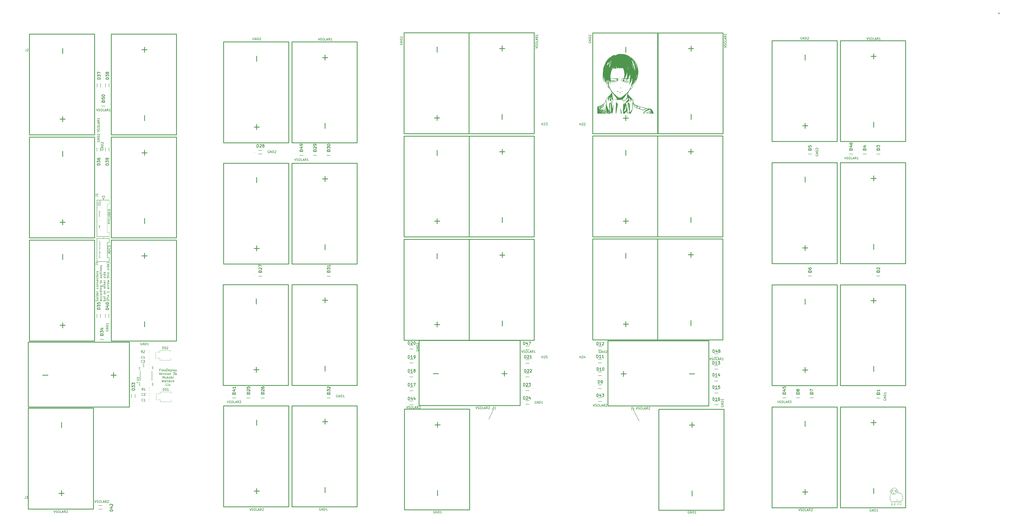
<source format=gto>
%TF.GenerationSoftware,KiCad,Pcbnew,7.0.2-0*%
%TF.CreationDate,2024-05-08T22:34:26-07:00*%
%TF.ProjectId,FlexDeploySidePanels,466c6578-4465-4706-9c6f-795369646550,v3b*%
%TF.SameCoordinates,Original*%
%TF.FileFunction,Legend,Top*%
%TF.FilePolarity,Positive*%
%FSLAX46Y46*%
G04 Gerber Fmt 4.6, Leading zero omitted, Abs format (unit mm)*
G04 Created by KiCad (PCBNEW 7.0.2-0) date 2024-05-08 22:34:26*
%MOMM*%
%LPD*%
G01*
G04 APERTURE LIST*
%ADD10C,0.000000*%
%ADD11C,0.200000*%
%ADD12C,0.150000*%
%ADD13C,0.100000*%
%ADD14C,0.125000*%
%ADD15C,0.254000*%
%ADD16C,0.300000*%
%ADD17C,0.120000*%
%ADD18C,0.152400*%
%ADD19C,0.127000*%
G04 APERTURE END LIST*
D10*
G36*
X352166828Y-131997588D02*
G01*
X352167478Y-131997961D01*
X352170569Y-132001918D01*
X352172916Y-132006799D01*
X352174552Y-132012534D01*
X352175509Y-132019055D01*
X352175818Y-132026294D01*
X352175512Y-132034180D01*
X352174623Y-132042646D01*
X352173183Y-132051622D01*
X352168776Y-132070831D01*
X352162548Y-132091258D01*
X352154754Y-132112351D01*
X352145650Y-132133560D01*
X352135492Y-132154335D01*
X352124535Y-132174126D01*
X352113036Y-132192381D01*
X352101250Y-132208552D01*
X352095329Y-132215684D01*
X352089432Y-132222087D01*
X352083592Y-132227695D01*
X352077840Y-132232437D01*
X352072208Y-132236245D01*
X352066728Y-132239050D01*
X352061433Y-132240784D01*
X352056353Y-132241377D01*
X352044803Y-132241177D01*
X352033967Y-132240582D01*
X352023843Y-132239602D01*
X352014433Y-132238245D01*
X352005736Y-132236520D01*
X351997752Y-132234436D01*
X351990481Y-132232000D01*
X351983923Y-132229223D01*
X351978079Y-132226112D01*
X351972947Y-132222677D01*
X351968529Y-132218926D01*
X351964824Y-132214867D01*
X351961832Y-132210510D01*
X351959553Y-132205864D01*
X351957987Y-132200936D01*
X351957134Y-132195737D01*
X351956995Y-132190273D01*
X351957568Y-132184555D01*
X351958855Y-132178591D01*
X351960855Y-132172389D01*
X351963568Y-132165959D01*
X351966994Y-132159309D01*
X351971133Y-132152447D01*
X351975986Y-132145383D01*
X351981551Y-132138125D01*
X351987830Y-132130682D01*
X351994822Y-132123063D01*
X352002527Y-132115276D01*
X352010945Y-132107330D01*
X352020076Y-132099234D01*
X352029920Y-132090997D01*
X352040478Y-132082627D01*
X352052310Y-132072898D01*
X352063949Y-132063579D01*
X352075325Y-132054710D01*
X352086367Y-132046330D01*
X352097006Y-132038476D01*
X352107172Y-132031188D01*
X352116795Y-132024505D01*
X352125806Y-132018465D01*
X352134135Y-132013108D01*
X352141712Y-132008471D01*
X352148468Y-132004594D01*
X352154332Y-132001515D01*
X352159234Y-131999274D01*
X352163106Y-131997909D01*
X352164634Y-131997567D01*
X352165877Y-131997458D01*
X352166828Y-131997588D01*
G37*
G36*
X369298121Y-134040605D02*
G01*
X369299698Y-134040789D01*
X369303011Y-134041515D01*
X369306509Y-134042706D01*
X369310163Y-134044347D01*
X369313940Y-134046422D01*
X369317811Y-134048915D01*
X369321744Y-134051812D01*
X369325707Y-134055096D01*
X369329671Y-134058752D01*
X369333603Y-134062765D01*
X369337474Y-134067119D01*
X369341251Y-134071798D01*
X369344904Y-134076788D01*
X369348402Y-134082072D01*
X369351715Y-134087635D01*
X369354810Y-134093461D01*
X369356221Y-134095941D01*
X369357479Y-134098415D01*
X369358586Y-134100880D01*
X369359544Y-134103331D01*
X369360354Y-134105762D01*
X369361020Y-134108169D01*
X369361541Y-134110547D01*
X369361921Y-134112891D01*
X369362162Y-134115196D01*
X369362265Y-134117457D01*
X369362233Y-134119670D01*
X369362066Y-134121830D01*
X369361768Y-134123932D01*
X369361340Y-134125971D01*
X369360784Y-134127942D01*
X369360103Y-134129840D01*
X369359297Y-134131661D01*
X369358369Y-134133399D01*
X369357321Y-134135050D01*
X369356154Y-134136610D01*
X369354872Y-134138072D01*
X369353475Y-134139432D01*
X369351966Y-134140686D01*
X369350346Y-134141829D01*
X369348618Y-134142855D01*
X369346783Y-134143760D01*
X369344844Y-134144539D01*
X369342802Y-134145188D01*
X369340659Y-134145701D01*
X369338417Y-134146073D01*
X369336078Y-134146300D01*
X369333645Y-134146376D01*
X369330685Y-134146300D01*
X369327759Y-134146073D01*
X369324872Y-134145701D01*
X369322028Y-134145188D01*
X369319230Y-134144539D01*
X369316483Y-134143760D01*
X369313790Y-134142855D01*
X369311155Y-134141829D01*
X369308582Y-134140686D01*
X369306075Y-134139432D01*
X369303638Y-134138072D01*
X369301274Y-134136610D01*
X369298988Y-134135050D01*
X369296784Y-134133399D01*
X369294664Y-134131661D01*
X369292634Y-134129840D01*
X369290697Y-134127942D01*
X369288856Y-134125971D01*
X369287117Y-134123932D01*
X369285482Y-134121830D01*
X369283955Y-134119670D01*
X369282541Y-134117457D01*
X369281244Y-134115196D01*
X369280066Y-134112891D01*
X369279012Y-134110547D01*
X369278087Y-134108169D01*
X369277293Y-134105762D01*
X369276635Y-134103331D01*
X369276116Y-134100880D01*
X369275741Y-134098415D01*
X369275513Y-134095941D01*
X369275436Y-134093461D01*
X369275466Y-134090516D01*
X369275557Y-134087635D01*
X369275706Y-134084819D01*
X369275911Y-134082072D01*
X369276171Y-134079394D01*
X369276482Y-134076788D01*
X369276844Y-134074255D01*
X369277255Y-134071798D01*
X369277712Y-134069419D01*
X369278213Y-134067119D01*
X369278758Y-134064900D01*
X369279343Y-134062765D01*
X369279966Y-134060715D01*
X369280627Y-134058752D01*
X369281322Y-134056879D01*
X369282050Y-134055096D01*
X369282810Y-134053407D01*
X369283598Y-134051812D01*
X369284414Y-134050314D01*
X369285254Y-134048915D01*
X369286118Y-134047617D01*
X369287004Y-134046422D01*
X369287908Y-134045331D01*
X369288830Y-134044347D01*
X369289768Y-134043472D01*
X369290719Y-134042706D01*
X369291682Y-134042054D01*
X369292655Y-134041515D01*
X369293635Y-134041093D01*
X369294621Y-134040789D01*
X369295611Y-134040605D01*
X369296603Y-134040544D01*
X369298121Y-134040605D01*
G37*
G36*
X371336435Y-134834402D02*
G01*
X371339095Y-134834721D01*
X371341867Y-134835245D01*
X371344746Y-134835969D01*
X371350800Y-134837992D01*
X371357210Y-134840744D01*
X371363931Y-134844178D01*
X371370915Y-134848247D01*
X371378116Y-134852906D01*
X371385488Y-134858107D01*
X371392984Y-134863804D01*
X371400557Y-134869951D01*
X371408161Y-134876501D01*
X371415749Y-134883408D01*
X371423276Y-134890624D01*
X371430694Y-134898104D01*
X371437957Y-134905801D01*
X371445018Y-134913668D01*
X371451556Y-134921434D01*
X371458251Y-134928851D01*
X371465077Y-134935912D01*
X371472004Y-134942608D01*
X371479005Y-134948932D01*
X371486051Y-134954876D01*
X371493115Y-134960432D01*
X371500168Y-134965593D01*
X371507182Y-134970351D01*
X371514129Y-134974699D01*
X371520982Y-134978627D01*
X371527711Y-134982130D01*
X371534290Y-134985198D01*
X371540689Y-134987825D01*
X371546880Y-134990001D01*
X371552837Y-134991721D01*
X371558529Y-134992975D01*
X371563930Y-134993757D01*
X371569012Y-134994058D01*
X371573745Y-134993870D01*
X371578103Y-134993187D01*
X371582056Y-134992000D01*
X371585577Y-134990301D01*
X371588638Y-134988083D01*
X371591211Y-134985337D01*
X371593268Y-134982057D01*
X371594779Y-134978234D01*
X371595719Y-134973861D01*
X371596057Y-134968930D01*
X371595767Y-134963433D01*
X371594819Y-134957363D01*
X371593187Y-134950711D01*
X371590145Y-134942216D01*
X371589317Y-134938297D01*
X371588949Y-134934598D01*
X371589037Y-134931119D01*
X371589581Y-134927863D01*
X371590579Y-134924829D01*
X371592028Y-134922019D01*
X371593927Y-134919434D01*
X371596273Y-134917075D01*
X371599065Y-134914943D01*
X371602301Y-134913038D01*
X371605979Y-134911362D01*
X371610096Y-134909915D01*
X371619644Y-134907715D01*
X371630927Y-134906445D01*
X371643931Y-134906113D01*
X371658641Y-134906727D01*
X371675041Y-134908294D01*
X371693114Y-134910822D01*
X371712847Y-134914320D01*
X371734223Y-134918794D01*
X371757227Y-134924252D01*
X371769111Y-134927850D01*
X371780922Y-134932634D01*
X371792619Y-134938518D01*
X371804160Y-134945418D01*
X371815503Y-134953248D01*
X371826607Y-134961923D01*
X371837430Y-134971358D01*
X371847930Y-134981467D01*
X371858066Y-134992166D01*
X371867796Y-135003368D01*
X371877078Y-135014988D01*
X371885871Y-135026942D01*
X371894133Y-135039145D01*
X371901822Y-135051509D01*
X371908897Y-135063952D01*
X371915316Y-135076387D01*
X371921038Y-135088728D01*
X371926020Y-135100892D01*
X371930221Y-135112791D01*
X371933599Y-135124342D01*
X371936114Y-135135459D01*
X371937722Y-135146057D01*
X371938382Y-135156050D01*
X371938054Y-135165353D01*
X371936694Y-135173881D01*
X371934262Y-135181548D01*
X371930715Y-135188270D01*
X371926013Y-135193961D01*
X371920113Y-135198536D01*
X371912973Y-135201909D01*
X371904553Y-135203996D01*
X371894810Y-135204710D01*
X371890858Y-135204772D01*
X371886942Y-135204954D01*
X371883070Y-135205255D01*
X371879245Y-135205671D01*
X371875475Y-135206200D01*
X371871765Y-135206838D01*
X371868121Y-135207582D01*
X371864549Y-135208431D01*
X371861054Y-135209380D01*
X371857643Y-135210427D01*
X371854320Y-135211569D01*
X371851093Y-135212803D01*
X371847966Y-135214126D01*
X371844946Y-135215535D01*
X371842038Y-135217028D01*
X371839248Y-135218601D01*
X371836583Y-135220251D01*
X371834047Y-135221977D01*
X371831647Y-135223774D01*
X371829389Y-135225639D01*
X371827277Y-135227571D01*
X371825319Y-135229565D01*
X371823520Y-135231620D01*
X371821885Y-135233732D01*
X371820421Y-135235898D01*
X371819133Y-135238115D01*
X371818028Y-135240381D01*
X371817110Y-135242693D01*
X371816386Y-135245047D01*
X371815862Y-135247441D01*
X371815543Y-135249871D01*
X371815436Y-135252336D01*
X371815590Y-135254769D01*
X371816047Y-135257109D01*
X371816801Y-135259354D01*
X371817844Y-135261503D01*
X371819170Y-135263555D01*
X371820773Y-135265509D01*
X371822644Y-135267364D01*
X371824779Y-135269119D01*
X371829808Y-135272327D01*
X371835806Y-135275124D01*
X371842719Y-135277503D01*
X371850493Y-135279455D01*
X371859072Y-135280973D01*
X371868403Y-135282049D01*
X371878433Y-135282676D01*
X371889105Y-135282845D01*
X371900367Y-135282549D01*
X371912163Y-135281780D01*
X371924440Y-135280530D01*
X371937144Y-135278792D01*
X371975333Y-135271930D01*
X372002545Y-135267549D01*
X372012016Y-135266443D01*
X372018720Y-135266143D01*
X372021032Y-135266315D01*
X372022649Y-135266712D01*
X372023570Y-135267341D01*
X372023794Y-135268211D01*
X372023321Y-135269328D01*
X372022150Y-135270702D01*
X372017707Y-135274247D01*
X372010458Y-135278908D01*
X372000395Y-135284748D01*
X371971798Y-135300210D01*
X371931852Y-135321128D01*
X371911976Y-135330360D01*
X371893891Y-135338181D01*
X371885459Y-135341548D01*
X371877402Y-135344545D01*
X371869696Y-135347166D01*
X371862317Y-135349405D01*
X371855239Y-135351256D01*
X371848440Y-135352714D01*
X371841895Y-135353773D01*
X371835579Y-135354427D01*
X371829469Y-135354670D01*
X371823540Y-135354496D01*
X371817768Y-135353900D01*
X371812129Y-135352876D01*
X371806598Y-135351418D01*
X371801151Y-135349519D01*
X371795765Y-135347175D01*
X371790414Y-135344380D01*
X371785075Y-135341127D01*
X371779724Y-135337411D01*
X371774335Y-135333226D01*
X371768886Y-135328567D01*
X371763351Y-135323427D01*
X371757707Y-135317800D01*
X371751929Y-135311681D01*
X371745994Y-135305064D01*
X371733551Y-135290313D01*
X371720187Y-135273500D01*
X371709661Y-135262538D01*
X371697997Y-135251528D01*
X371685293Y-135240550D01*
X371671652Y-135229679D01*
X371657173Y-135218995D01*
X371641958Y-135208575D01*
X371626108Y-135198496D01*
X371609723Y-135188835D01*
X371592903Y-135179670D01*
X371575750Y-135171079D01*
X371558365Y-135163139D01*
X371540848Y-135155928D01*
X371523300Y-135149523D01*
X371505821Y-135144001D01*
X371488514Y-135139441D01*
X371471477Y-135135920D01*
X371447219Y-135132267D01*
X371425991Y-135129273D01*
X371407725Y-135126977D01*
X371392350Y-135125418D01*
X371379797Y-135124633D01*
X371374556Y-135124544D01*
X371369995Y-135124663D01*
X371366104Y-135124995D01*
X371362875Y-135125546D01*
X371360299Y-135126319D01*
X371358368Y-135127319D01*
X371357072Y-135128553D01*
X371356659Y-135129258D01*
X371356403Y-135130023D01*
X371356352Y-135131736D01*
X371356911Y-135133696D01*
X371358070Y-135135908D01*
X371359821Y-135138377D01*
X371362156Y-135141107D01*
X371365065Y-135144104D01*
X371368540Y-135147372D01*
X371372573Y-135150916D01*
X371382274Y-135158852D01*
X371394099Y-135167951D01*
X371407978Y-135178251D01*
X371419016Y-135186590D01*
X371429310Y-135194730D01*
X371438860Y-135202659D01*
X371447666Y-135210363D01*
X371455727Y-135217832D01*
X371463044Y-135225051D01*
X371469618Y-135232009D01*
X371475447Y-135238693D01*
X371480532Y-135245089D01*
X371484872Y-135251187D01*
X371488469Y-135256972D01*
X371491322Y-135262433D01*
X371493430Y-135267556D01*
X371494794Y-135272330D01*
X371495414Y-135276742D01*
X371495290Y-135280778D01*
X371494422Y-135284427D01*
X371492810Y-135287676D01*
X371490453Y-135290511D01*
X371487353Y-135292922D01*
X371483508Y-135294895D01*
X371478919Y-135296417D01*
X371473586Y-135297476D01*
X371467509Y-135298059D01*
X371460688Y-135298154D01*
X371453122Y-135297748D01*
X371444813Y-135296828D01*
X371435759Y-135295382D01*
X371425961Y-135293398D01*
X371415419Y-135290862D01*
X371404133Y-135287762D01*
X371392103Y-135284086D01*
X371381889Y-135280980D01*
X371372095Y-135278586D01*
X371362737Y-135276873D01*
X371353831Y-135275807D01*
X371345394Y-135275358D01*
X371337443Y-135275493D01*
X371329993Y-135276181D01*
X371323062Y-135277388D01*
X371316666Y-135279085D01*
X371310822Y-135281237D01*
X371305545Y-135283814D01*
X371300852Y-135286783D01*
X371296760Y-135290113D01*
X371293285Y-135293771D01*
X371290444Y-135297726D01*
X371288253Y-135301945D01*
X371286729Y-135306396D01*
X371285888Y-135311049D01*
X371285746Y-135315870D01*
X371286321Y-135320827D01*
X371287628Y-135325889D01*
X371289684Y-135331024D01*
X371292505Y-135336200D01*
X371296108Y-135341384D01*
X371300510Y-135346545D01*
X371305727Y-135351651D01*
X371311774Y-135356669D01*
X371318670Y-135361569D01*
X371326430Y-135366317D01*
X371335071Y-135370882D01*
X371344609Y-135375232D01*
X371355061Y-135379335D01*
X371358005Y-135380373D01*
X371360883Y-135381499D01*
X371363689Y-135382709D01*
X371366419Y-135383997D01*
X371369067Y-135385358D01*
X371371629Y-135386789D01*
X371374100Y-135388283D01*
X371376475Y-135389836D01*
X371378749Y-135391444D01*
X371380918Y-135393101D01*
X371382976Y-135394802D01*
X371384919Y-135396544D01*
X371386742Y-135398320D01*
X371388439Y-135400126D01*
X371390007Y-135401958D01*
X371391441Y-135403809D01*
X371392734Y-135405677D01*
X371393884Y-135407555D01*
X371394884Y-135409438D01*
X371395730Y-135411323D01*
X371396417Y-135413204D01*
X371396941Y-135415076D01*
X371397296Y-135416934D01*
X371397477Y-135418774D01*
X371397480Y-135420591D01*
X371397300Y-135422380D01*
X371396932Y-135424136D01*
X371396371Y-135425854D01*
X371395613Y-135427529D01*
X371394652Y-135429157D01*
X371393483Y-135430732D01*
X371392103Y-135432251D01*
X371390461Y-135433600D01*
X371388518Y-135434674D01*
X371386282Y-135435477D01*
X371383762Y-135436013D01*
X371377906Y-135436297D01*
X371371019Y-135435558D01*
X371363170Y-135433827D01*
X371354430Y-135431135D01*
X371344869Y-135427513D01*
X371334555Y-135422991D01*
X371323560Y-135417601D01*
X371311952Y-135411375D01*
X371299802Y-135404341D01*
X371287178Y-135396533D01*
X371274152Y-135387981D01*
X371260793Y-135378715D01*
X371247170Y-135368767D01*
X371233353Y-135358168D01*
X371216360Y-135345576D01*
X371208513Y-135339506D01*
X371201097Y-135333581D01*
X371194110Y-135327800D01*
X371187554Y-135322159D01*
X371181425Y-135316656D01*
X371175724Y-135311288D01*
X371170449Y-135306052D01*
X371165599Y-135300944D01*
X371161174Y-135295962D01*
X371157172Y-135291103D01*
X371153592Y-135286365D01*
X371150434Y-135281744D01*
X371147697Y-135277237D01*
X371145379Y-135272841D01*
X371143480Y-135268554D01*
X371141998Y-135264372D01*
X371140933Y-135260294D01*
X371140284Y-135256315D01*
X371140049Y-135252433D01*
X371140228Y-135248645D01*
X371140820Y-135244948D01*
X371141823Y-135241339D01*
X371143238Y-135237815D01*
X371145062Y-135234374D01*
X371147295Y-135231012D01*
X371149936Y-135227727D01*
X371152984Y-135224515D01*
X371156438Y-135221375D01*
X371160297Y-135218302D01*
X371164560Y-135215293D01*
X371173800Y-135209141D01*
X371181676Y-135202540D01*
X371185102Y-135199046D01*
X371188187Y-135195411D01*
X371190931Y-135191625D01*
X371193334Y-135187678D01*
X371195396Y-135183560D01*
X371197117Y-135179262D01*
X371198496Y-135174774D01*
X371199535Y-135170087D01*
X371200233Y-135165190D01*
X371200589Y-135160075D01*
X371200605Y-135154730D01*
X371200279Y-135149148D01*
X371198605Y-135137229D01*
X371195566Y-135124240D01*
X371191163Y-135110104D01*
X371185396Y-135094743D01*
X371178265Y-135078080D01*
X371172173Y-135065143D01*
X371676530Y-135065143D01*
X371676716Y-135070374D01*
X371677274Y-135075612D01*
X371678204Y-135080805D01*
X371679506Y-135085896D01*
X371681181Y-135090832D01*
X371683227Y-135095560D01*
X371685646Y-135100023D01*
X371686994Y-135102139D01*
X371688436Y-135104169D01*
X371692211Y-135109921D01*
X371696561Y-135115273D01*
X371701440Y-135120227D01*
X371706802Y-135124788D01*
X371712602Y-135128956D01*
X371718795Y-135132737D01*
X371725334Y-135136131D01*
X371732175Y-135139143D01*
X371739272Y-135141775D01*
X371746579Y-135144031D01*
X371754050Y-135145912D01*
X371761641Y-135147422D01*
X371769305Y-135148564D01*
X371776998Y-135149340D01*
X371784672Y-135149755D01*
X371792284Y-135149810D01*
X371799788Y-135149508D01*
X371807137Y-135148852D01*
X371814287Y-135147846D01*
X371821192Y-135146492D01*
X371827806Y-135144793D01*
X371834084Y-135142752D01*
X371839980Y-135140372D01*
X371845448Y-135137656D01*
X371850444Y-135134606D01*
X371854922Y-135131226D01*
X371858836Y-135127518D01*
X371862140Y-135123486D01*
X371864789Y-135119132D01*
X371866738Y-135114459D01*
X371867940Y-135109471D01*
X371868351Y-135104169D01*
X371867955Y-135098715D01*
X371866796Y-135093279D01*
X371864915Y-135087881D01*
X371862357Y-135082537D01*
X371859162Y-135077267D01*
X371855375Y-135072089D01*
X371851038Y-135067022D01*
X371846192Y-135062083D01*
X371840882Y-135057292D01*
X371835149Y-135052666D01*
X371822587Y-135043986D01*
X371808846Y-135036189D01*
X371794268Y-135029423D01*
X371779194Y-135023836D01*
X371763965Y-135019574D01*
X371756399Y-135017986D01*
X371748922Y-135016785D01*
X371741577Y-135015989D01*
X371734407Y-135015616D01*
X371727453Y-135015685D01*
X371720759Y-135016214D01*
X371714367Y-135017222D01*
X371708321Y-135018727D01*
X371702662Y-135020748D01*
X371697433Y-135023303D01*
X371692677Y-135026409D01*
X371688436Y-135030087D01*
X371686994Y-135031636D01*
X371685646Y-135033302D01*
X371684390Y-135035079D01*
X371683227Y-135036959D01*
X371682157Y-135038937D01*
X371681181Y-135041004D01*
X371679506Y-135045382D01*
X371678204Y-135050039D01*
X371677274Y-135054921D01*
X371676716Y-135059974D01*
X371676530Y-135065143D01*
X371172173Y-135065143D01*
X371169769Y-135060037D01*
X371159909Y-135040536D01*
X371148685Y-135019501D01*
X371140251Y-135001456D01*
X371132810Y-134985023D01*
X371126360Y-134970202D01*
X371123508Y-134963396D01*
X371120903Y-134956994D01*
X371118547Y-134950994D01*
X371116438Y-134945398D01*
X371114578Y-134940204D01*
X371112965Y-134935414D01*
X371111601Y-134931026D01*
X371110485Y-134927042D01*
X371109617Y-134923461D01*
X371108997Y-134920283D01*
X371108625Y-134917508D01*
X371108501Y-134915136D01*
X371108625Y-134913167D01*
X371108780Y-134912334D01*
X371108997Y-134911601D01*
X371109276Y-134910969D01*
X371109617Y-134910439D01*
X371110020Y-134910008D01*
X371110485Y-134909679D01*
X371111012Y-134909450D01*
X371111601Y-134909322D01*
X371112252Y-134909295D01*
X371112965Y-134909369D01*
X371113741Y-134909543D01*
X371114578Y-134909818D01*
X371116438Y-134910671D01*
X371118547Y-134911927D01*
X371120903Y-134913586D01*
X371123508Y-134915648D01*
X371126360Y-134918113D01*
X371129461Y-134920981D01*
X371132810Y-134924252D01*
X371141826Y-134932872D01*
X371150993Y-134940876D01*
X371160274Y-134948268D01*
X371169634Y-134955051D01*
X371179036Y-134961229D01*
X371188445Y-134966807D01*
X371197826Y-134971788D01*
X371207141Y-134976176D01*
X371216355Y-134979975D01*
X371225433Y-134983188D01*
X371234338Y-134985821D01*
X371243035Y-134987875D01*
X371251488Y-134989356D01*
X371259661Y-134990268D01*
X371267518Y-134990613D01*
X371275023Y-134990397D01*
X371282141Y-134989623D01*
X371288835Y-134988294D01*
X371295070Y-134986415D01*
X371300810Y-134983989D01*
X371306019Y-134981021D01*
X371310661Y-134977514D01*
X371314700Y-134973472D01*
X371318101Y-134968900D01*
X371320828Y-134963800D01*
X371322844Y-134958177D01*
X371324114Y-134952035D01*
X371324602Y-134945377D01*
X371324273Y-134938207D01*
X371323089Y-134930530D01*
X371321017Y-134922349D01*
X371318018Y-134913668D01*
X371316592Y-134909716D01*
X371315290Y-134905801D01*
X371314112Y-134901928D01*
X371313058Y-134898104D01*
X371312128Y-134894334D01*
X371311322Y-134890624D01*
X371310640Y-134886980D01*
X371310082Y-134883408D01*
X371309648Y-134879913D01*
X371309338Y-134876501D01*
X371309152Y-134873179D01*
X371309090Y-134869951D01*
X371309152Y-134866825D01*
X371309338Y-134863804D01*
X371309648Y-134860897D01*
X371310082Y-134858107D01*
X371310640Y-134855442D01*
X371311322Y-134852906D01*
X371312128Y-134850506D01*
X371313058Y-134848247D01*
X371314112Y-134846136D01*
X371315290Y-134844178D01*
X371316593Y-134842378D01*
X371318019Y-134840744D01*
X371319569Y-134839280D01*
X371321243Y-134837992D01*
X371323042Y-134836886D01*
X371324964Y-134835969D01*
X371327010Y-134835245D01*
X371329181Y-134834721D01*
X371331475Y-134834402D01*
X371333894Y-134834294D01*
X371336435Y-134834402D01*
G37*
D11*
X126250000Y-177400000D02*
X126250000Y-177400000D01*
X127050000Y-177400000D02*
X127050000Y-177400000D01*
X127850000Y-177400000D02*
X127850000Y-177400000D01*
D10*
G36*
X360103732Y-125524127D02*
G01*
X360110269Y-125525592D01*
X360125736Y-125530887D01*
X360144211Y-125539307D01*
X360165475Y-125550811D01*
X360189314Y-125565362D01*
X360215509Y-125582920D01*
X360243843Y-125603447D01*
X360274099Y-125626904D01*
X360306061Y-125653252D01*
X360464811Y-125780252D01*
X359909186Y-125780252D01*
X359851941Y-125780880D01*
X359795518Y-125780810D01*
X359686440Y-125778764D01*
X359584555Y-125774485D01*
X359492467Y-125768346D01*
X359412782Y-125760719D01*
X359378405Y-125756463D01*
X359348104Y-125751975D01*
X359322207Y-125747301D01*
X359301037Y-125742487D01*
X359284922Y-125737581D01*
X359274186Y-125732627D01*
X359266440Y-125725929D01*
X359263065Y-125719719D01*
X359263027Y-125716794D01*
X359264094Y-125713989D01*
X359269556Y-125708732D01*
X359279483Y-125703940D01*
X359293906Y-125699606D01*
X359312856Y-125695721D01*
X359336363Y-125692278D01*
X359397176Y-125686687D01*
X359476593Y-125682770D01*
X359574861Y-125680466D01*
X359692229Y-125679711D01*
X359769189Y-125679575D01*
X359837615Y-125679122D01*
X359897902Y-125678281D01*
X359925117Y-125677693D01*
X359950445Y-125676982D01*
X359973937Y-125676140D01*
X359995640Y-125675157D01*
X360015606Y-125674025D01*
X360033882Y-125672734D01*
X360050519Y-125671278D01*
X360065566Y-125669645D01*
X360079073Y-125667829D01*
X360091088Y-125665820D01*
X360101661Y-125663609D01*
X360110842Y-125661188D01*
X360118680Y-125658549D01*
X360122111Y-125657144D01*
X360125225Y-125655681D01*
X360128028Y-125654159D01*
X360130525Y-125652577D01*
X360132725Y-125650934D01*
X360134631Y-125649228D01*
X360136252Y-125647459D01*
X360137592Y-125645625D01*
X360138658Y-125643726D01*
X360139456Y-125641759D01*
X360139993Y-125639725D01*
X360140275Y-125637623D01*
X360140307Y-125635450D01*
X360140096Y-125633206D01*
X360139648Y-125630890D01*
X360138969Y-125628500D01*
X360138066Y-125626036D01*
X360136945Y-125623497D01*
X360134071Y-125618188D01*
X360130398Y-125612564D01*
X360125976Y-125606616D01*
X360120852Y-125600336D01*
X360104445Y-125579246D01*
X360092782Y-125561589D01*
X360088661Y-125554037D01*
X360085646Y-125547328D01*
X360083707Y-125541458D01*
X360082819Y-125536423D01*
X360082954Y-125532217D01*
X360084085Y-125528836D01*
X360086185Y-125526274D01*
X360089227Y-125524527D01*
X360093183Y-125523590D01*
X360098027Y-125523459D01*
X360103732Y-125524127D01*
G37*
G36*
X369554551Y-134733815D02*
G01*
X369555984Y-134734495D01*
X369557553Y-134735791D01*
X369559263Y-134737701D01*
X369561121Y-134740224D01*
X369563131Y-134743357D01*
X369567635Y-134751447D01*
X369572821Y-134761955D01*
X369578735Y-134774866D01*
X369592936Y-134807836D01*
X369604098Y-134834442D01*
X369609121Y-134846869D01*
X369613772Y-134858716D01*
X369618051Y-134869985D01*
X369621958Y-134880679D01*
X369625493Y-134890802D01*
X369628655Y-134900356D01*
X369631446Y-134909345D01*
X369633864Y-134917770D01*
X369635911Y-134925635D01*
X369637585Y-134932944D01*
X369638887Y-134939698D01*
X369639818Y-134945900D01*
X369640376Y-134951555D01*
X369640562Y-134956663D01*
X369640376Y-134961229D01*
X369639818Y-134965256D01*
X369638887Y-134968746D01*
X369638283Y-134970290D01*
X369637585Y-134971701D01*
X369636795Y-134972980D01*
X369635911Y-134974126D01*
X369634934Y-134975141D01*
X369633864Y-134976023D01*
X369632702Y-134976774D01*
X369631446Y-134977395D01*
X369630097Y-134977884D01*
X369628655Y-134978244D01*
X369627121Y-134978474D01*
X369625493Y-134978574D01*
X369621958Y-134978388D01*
X369618051Y-134977687D01*
X369613772Y-134976477D01*
X369609121Y-134974758D01*
X369604098Y-134972535D01*
X369598703Y-134969810D01*
X369592936Y-134966586D01*
X369587983Y-134963003D01*
X369583076Y-134958266D01*
X369578262Y-134952459D01*
X369573588Y-134945667D01*
X369569100Y-134937976D01*
X369564844Y-134929471D01*
X369560868Y-134920238D01*
X369557217Y-134910361D01*
X369553938Y-134899927D01*
X369551077Y-134889019D01*
X369548682Y-134877724D01*
X369546799Y-134866126D01*
X369545473Y-134854312D01*
X369544752Y-134842366D01*
X369544682Y-134830373D01*
X369545310Y-134818419D01*
X369545620Y-134781936D01*
X369546078Y-134767562D01*
X369546799Y-134755746D01*
X369547830Y-134746473D01*
X369548476Y-134742785D01*
X369549217Y-134739727D01*
X369550059Y-134737296D01*
X369551008Y-134735492D01*
X369552069Y-134734311D01*
X369553248Y-134733753D01*
X369554551Y-134733815D01*
G37*
G36*
X367173131Y-133777427D02*
G01*
X367175791Y-133777965D01*
X367178664Y-133778884D01*
X367181748Y-133780180D01*
X367185039Y-133781852D01*
X367188535Y-133783898D01*
X367196127Y-133789104D01*
X367204503Y-133795784D01*
X367213638Y-133803920D01*
X367223509Y-133813498D01*
X367234094Y-133824503D01*
X367245368Y-133836918D01*
X367257310Y-133850728D01*
X367269894Y-133865918D01*
X367281924Y-133880864D01*
X367292218Y-133893958D01*
X367300776Y-133905206D01*
X367307597Y-133914618D01*
X367312682Y-133922200D01*
X367316031Y-133927960D01*
X367317054Y-133930160D01*
X367317644Y-133931907D01*
X367317799Y-133933203D01*
X367317520Y-133934048D01*
X367316806Y-133934443D01*
X367315659Y-133934390D01*
X367314078Y-133933890D01*
X367312063Y-133932942D01*
X367306730Y-133929711D01*
X367299661Y-133924705D01*
X367290855Y-133917932D01*
X367280313Y-133909399D01*
X367268035Y-133899114D01*
X367254020Y-133887085D01*
X367244230Y-133880087D01*
X367234734Y-133873019D01*
X367225579Y-133865935D01*
X367216812Y-133858891D01*
X367208479Y-133851939D01*
X367200627Y-133845134D01*
X367193302Y-133838531D01*
X367186550Y-133832184D01*
X367180419Y-133826147D01*
X367174954Y-133820474D01*
X367170202Y-133815220D01*
X367166210Y-133810439D01*
X367163024Y-133806184D01*
X367160691Y-133802511D01*
X367159859Y-133800909D01*
X367159257Y-133799473D01*
X367158892Y-133798210D01*
X367158769Y-133797126D01*
X367158892Y-133793358D01*
X367159261Y-133789992D01*
X367159872Y-133787025D01*
X367160722Y-133784455D01*
X367161809Y-133782281D01*
X367163129Y-133780500D01*
X367164680Y-133779110D01*
X367166458Y-133778110D01*
X367168461Y-133777497D01*
X367170687Y-133777270D01*
X367173131Y-133777427D01*
G37*
G36*
X370972881Y-134970139D02*
G01*
X370975786Y-134970631D01*
X370978800Y-134971362D01*
X370981915Y-134972331D01*
X370985123Y-134973531D01*
X370988416Y-134974961D01*
X370995227Y-134978490D01*
X371002286Y-134982888D01*
X371009531Y-134988123D01*
X371016900Y-134994164D01*
X371024331Y-135000980D01*
X371031762Y-135008540D01*
X371039131Y-135016814D01*
X371046377Y-135025770D01*
X371053436Y-135035376D01*
X371063601Y-135048665D01*
X371072246Y-135060822D01*
X371075989Y-135066510D01*
X371079341Y-135071956D01*
X371082298Y-135077173D01*
X371084855Y-135082175D01*
X371087010Y-135086976D01*
X371088757Y-135091588D01*
X371090094Y-135096026D01*
X371091015Y-135100303D01*
X371091519Y-135104433D01*
X371091599Y-135108430D01*
X371091254Y-135112306D01*
X371090478Y-135116075D01*
X371089268Y-135119752D01*
X371087620Y-135123349D01*
X371085530Y-135126880D01*
X371082995Y-135130359D01*
X371080010Y-135133799D01*
X371076572Y-135137213D01*
X371072676Y-135140616D01*
X371068319Y-135144022D01*
X371063497Y-135147442D01*
X371058205Y-135150892D01*
X371052441Y-135154384D01*
X371046201Y-135157933D01*
X371032274Y-135165252D01*
X371016393Y-135172960D01*
X371006544Y-135178099D01*
X370996880Y-135183564D01*
X370987465Y-135189308D01*
X370978359Y-135195284D01*
X370969626Y-135201447D01*
X370961327Y-135207749D01*
X370953524Y-135214144D01*
X370946279Y-135220585D01*
X370939654Y-135227027D01*
X370933711Y-135233422D01*
X370928513Y-135239724D01*
X370926212Y-135242826D01*
X370924120Y-135245886D01*
X370922246Y-135248901D01*
X370920596Y-135251863D01*
X370919179Y-135254767D01*
X370918002Y-135257607D01*
X370917073Y-135260377D01*
X370916400Y-135263072D01*
X370915991Y-135265685D01*
X370915852Y-135268211D01*
X370915791Y-135270195D01*
X370915607Y-135272175D01*
X370915303Y-135274147D01*
X370914881Y-135276107D01*
X370914343Y-135278052D01*
X370913690Y-135279978D01*
X370912925Y-135281880D01*
X370912049Y-135283755D01*
X370911065Y-135285599D01*
X370909974Y-135287409D01*
X370908779Y-135289179D01*
X370907481Y-135290907D01*
X370906082Y-135292588D01*
X370904584Y-135294219D01*
X370902990Y-135295796D01*
X370901300Y-135297314D01*
X370899518Y-135298771D01*
X370897644Y-135300162D01*
X370895681Y-135301483D01*
X370893631Y-135302730D01*
X370891496Y-135303900D01*
X370889277Y-135304988D01*
X370886977Y-135305991D01*
X370884598Y-135306905D01*
X370882141Y-135307726D01*
X370879609Y-135308450D01*
X370877002Y-135309073D01*
X370874325Y-135309592D01*
X370871577Y-135310002D01*
X370868762Y-135310300D01*
X370865880Y-135310481D01*
X370862935Y-135310543D01*
X370860471Y-135310496D01*
X370858042Y-135310358D01*
X370855655Y-135310128D01*
X370853313Y-135309809D01*
X370851021Y-135309400D01*
X370848785Y-135308903D01*
X370846608Y-135308319D01*
X370844497Y-135307649D01*
X370842455Y-135306894D01*
X370840488Y-135306054D01*
X370838601Y-135305131D01*
X370836797Y-135304125D01*
X370835083Y-135303038D01*
X370833463Y-135301871D01*
X370831942Y-135300624D01*
X370830524Y-135299299D01*
X370829215Y-135297896D01*
X370828019Y-135296417D01*
X370826942Y-135294862D01*
X370825987Y-135293232D01*
X370825161Y-135291529D01*
X370824467Y-135289753D01*
X370823911Y-135287906D01*
X370823497Y-135285988D01*
X370823230Y-135284000D01*
X370823116Y-135281943D01*
X370823158Y-135279818D01*
X370823363Y-135277626D01*
X370823734Y-135275369D01*
X370824276Y-135273047D01*
X370824995Y-135270660D01*
X370825895Y-135268211D01*
X370826329Y-135266242D01*
X370826640Y-135264307D01*
X370826829Y-135262406D01*
X370826897Y-135260542D01*
X370826845Y-135258717D01*
X370826673Y-135256932D01*
X370826384Y-135255191D01*
X370825977Y-135253493D01*
X370825454Y-135251843D01*
X370824815Y-135250240D01*
X370824063Y-135248688D01*
X370823196Y-135247189D01*
X370822218Y-135245743D01*
X370821128Y-135244354D01*
X370819928Y-135243023D01*
X370818618Y-135241752D01*
X370817200Y-135240543D01*
X370815674Y-135239398D01*
X370814041Y-135238319D01*
X370812303Y-135237308D01*
X370810461Y-135236366D01*
X370808514Y-135235497D01*
X370806465Y-135234701D01*
X370804314Y-135233980D01*
X370802063Y-135233337D01*
X370799711Y-135232773D01*
X370797261Y-135232291D01*
X370794713Y-135231892D01*
X370792068Y-135231579D01*
X370789327Y-135231352D01*
X370783561Y-135231169D01*
X370781097Y-135231230D01*
X370778669Y-135231412D01*
X370776281Y-135231709D01*
X370773939Y-135232120D01*
X370771647Y-135232638D01*
X370769411Y-135233262D01*
X370767234Y-135233986D01*
X370765123Y-135234807D01*
X370763081Y-135235721D01*
X370761114Y-135236724D01*
X370759226Y-135237812D01*
X370757423Y-135238982D01*
X370755708Y-135240230D01*
X370754088Y-135241550D01*
X370752567Y-135242941D01*
X370751149Y-135244398D01*
X370749840Y-135245916D01*
X370748644Y-135247493D01*
X370747566Y-135249124D01*
X370746612Y-135250806D01*
X370745785Y-135252533D01*
X370745091Y-135254304D01*
X370744535Y-135256113D01*
X370744121Y-135257957D01*
X370743854Y-135259832D01*
X370743740Y-135261735D01*
X370743782Y-135263660D01*
X370743987Y-135265605D01*
X370744358Y-135267565D01*
X370744900Y-135269537D01*
X370745619Y-135271517D01*
X370746519Y-135273500D01*
X370746953Y-135275919D01*
X370747266Y-135278212D01*
X370747458Y-135280379D01*
X370747532Y-135282420D01*
X370747489Y-135284332D01*
X370747333Y-135286116D01*
X370747064Y-135287770D01*
X370746684Y-135289293D01*
X370746196Y-135290684D01*
X370745602Y-135291943D01*
X370744902Y-135293068D01*
X370744100Y-135294058D01*
X370743198Y-135294912D01*
X370742196Y-135295630D01*
X370741098Y-135296210D01*
X370739904Y-135296652D01*
X370738618Y-135296954D01*
X370737240Y-135297116D01*
X370735773Y-135297136D01*
X370734220Y-135297014D01*
X370732580Y-135296749D01*
X370730858Y-135296339D01*
X370729054Y-135295783D01*
X370727171Y-135295082D01*
X370725210Y-135294233D01*
X370723174Y-135293236D01*
X370721064Y-135292090D01*
X370718882Y-135290793D01*
X370716630Y-135289346D01*
X370714311Y-135287746D01*
X370709477Y-135284086D01*
X370706577Y-135282491D01*
X370703832Y-135280687D01*
X370701240Y-135278684D01*
X370698800Y-135276490D01*
X370696511Y-135274113D01*
X370694373Y-135271564D01*
X370692383Y-135268849D01*
X370690542Y-135265979D01*
X370688848Y-135262961D01*
X370687301Y-135259804D01*
X370684641Y-135253111D01*
X370682554Y-135245968D01*
X370681034Y-135238445D01*
X370680071Y-135230612D01*
X370679659Y-135222539D01*
X370679790Y-135214295D01*
X370680456Y-135205950D01*
X370681648Y-135197575D01*
X370683360Y-135189238D01*
X370685584Y-135181010D01*
X370688312Y-135172960D01*
X370692660Y-135161668D01*
X370697799Y-135151587D01*
X370700680Y-135146989D01*
X370703775Y-135142683D01*
X370707092Y-135138663D01*
X370710635Y-135134926D01*
X370714411Y-135131469D01*
X370718425Y-135128286D01*
X370722684Y-135125375D01*
X370727192Y-135122731D01*
X370731956Y-135120351D01*
X370736982Y-135118230D01*
X370747842Y-135114752D01*
X370759818Y-135112267D01*
X370772956Y-135110742D01*
X370787304Y-135110148D01*
X370802908Y-135110453D01*
X370819814Y-135111626D01*
X370838069Y-135113636D01*
X370857719Y-135116453D01*
X370878810Y-135120044D01*
X370901332Y-135124570D01*
X370921319Y-135128219D01*
X370938841Y-135130985D01*
X370946700Y-135132034D01*
X370953968Y-135132859D01*
X370960655Y-135133460D01*
X370966770Y-135133835D01*
X370972320Y-135133983D01*
X370977316Y-135133903D01*
X370981764Y-135133595D01*
X370985676Y-135133057D01*
X370989058Y-135132288D01*
X370991919Y-135131288D01*
X370994269Y-135130056D01*
X370996117Y-135128590D01*
X370996854Y-135127769D01*
X370997470Y-135126889D01*
X370997964Y-135125951D01*
X370998337Y-135124953D01*
X370998728Y-135122781D01*
X370998651Y-135120371D01*
X370998115Y-135117722D01*
X370997128Y-135114835D01*
X370995699Y-135111707D01*
X370993838Y-135108338D01*
X370991551Y-135104727D01*
X370988849Y-135100872D01*
X370985741Y-135096773D01*
X370982233Y-135092429D01*
X370974059Y-135083002D01*
X370968357Y-135075012D01*
X370963167Y-135066951D01*
X370958503Y-135058875D01*
X370954382Y-135050839D01*
X370950819Y-135042895D01*
X370947830Y-135035098D01*
X370945430Y-135027503D01*
X370944455Y-135023798D01*
X370943634Y-135020164D01*
X370942968Y-135016607D01*
X370942458Y-135013135D01*
X370942108Y-135009753D01*
X370941918Y-135006470D01*
X370941892Y-135003291D01*
X370942029Y-135000223D01*
X370942334Y-134997274D01*
X370942807Y-134994450D01*
X370943451Y-134991757D01*
X370944267Y-134989204D01*
X370945258Y-134986795D01*
X370946425Y-134984538D01*
X370947770Y-134982441D01*
X370949295Y-134980509D01*
X370951003Y-134978750D01*
X370952895Y-134977169D01*
X370954475Y-134975324D01*
X370956233Y-134973753D01*
X370958161Y-134972454D01*
X370960253Y-134971422D01*
X370962499Y-134970654D01*
X370964893Y-134970145D01*
X370967426Y-134969893D01*
X370970092Y-134969892D01*
X370972881Y-134970139D01*
G37*
G36*
X368086766Y-134200947D02*
G01*
X368089440Y-134201939D01*
X368091974Y-134203427D01*
X368094366Y-134205409D01*
X368096613Y-134207884D01*
X368098711Y-134210848D01*
X368100658Y-134214301D01*
X368102451Y-134218241D01*
X368104087Y-134222664D01*
X368105563Y-134227571D01*
X368106877Y-134232958D01*
X368108024Y-134238823D01*
X368109003Y-134245165D01*
X368109811Y-134251982D01*
X368110900Y-134267033D01*
X368111268Y-134283960D01*
X368111192Y-134287866D01*
X368110965Y-134291645D01*
X368110593Y-134295295D01*
X368110080Y-134298812D01*
X368109431Y-134302193D01*
X368108652Y-134305435D01*
X368107747Y-134308536D01*
X368106721Y-134311493D01*
X368105578Y-134314303D01*
X368104324Y-134316962D01*
X368102964Y-134319468D01*
X368101502Y-134321818D01*
X368099943Y-134324010D01*
X368098291Y-134326039D01*
X368096553Y-134327904D01*
X368094732Y-134329601D01*
X368092834Y-134331127D01*
X368090863Y-134332481D01*
X368088824Y-134333657D01*
X368086722Y-134334655D01*
X368084563Y-134335470D01*
X368082349Y-134336101D01*
X368080088Y-134336543D01*
X368077782Y-134336794D01*
X368075438Y-134336852D01*
X368073061Y-134336713D01*
X368070654Y-134336374D01*
X368068222Y-134335833D01*
X368065772Y-134335087D01*
X368063307Y-134334132D01*
X368060832Y-134332966D01*
X368058352Y-134331585D01*
X368055438Y-134329555D01*
X368052648Y-134327437D01*
X368049985Y-134325235D01*
X368047448Y-134322955D01*
X368045040Y-134320601D01*
X368042760Y-134318179D01*
X368040610Y-134315692D01*
X368038591Y-134313147D01*
X368036703Y-134310547D01*
X368034949Y-134307898D01*
X368033328Y-134305204D01*
X368031842Y-134302470D01*
X368030491Y-134299702D01*
X368029277Y-134296903D01*
X368028201Y-134294080D01*
X368027263Y-134291236D01*
X368026465Y-134288376D01*
X368025807Y-134285506D01*
X368025291Y-134282630D01*
X368024917Y-134279753D01*
X368024687Y-134276880D01*
X368024601Y-134274016D01*
X368024660Y-134271165D01*
X368024866Y-134268332D01*
X368025218Y-134265523D01*
X368025720Y-134262742D01*
X368026370Y-134259994D01*
X368027170Y-134257284D01*
X368028122Y-134254616D01*
X368029226Y-134251996D01*
X368030482Y-134249428D01*
X368031893Y-134246917D01*
X368040633Y-134234079D01*
X368044856Y-134228445D01*
X368048977Y-134223333D01*
X368052994Y-134218740D01*
X368056903Y-134214664D01*
X368060702Y-134211104D01*
X368064387Y-134208057D01*
X368067956Y-134205522D01*
X368071406Y-134203497D01*
X368074734Y-134201979D01*
X368077937Y-134200968D01*
X368081012Y-134200460D01*
X368083956Y-134200453D01*
X368086766Y-134200947D01*
G37*
G36*
X362817271Y-134728521D02*
G01*
X362820197Y-134728705D01*
X362823084Y-134729009D01*
X362825928Y-134729431D01*
X362828725Y-134729969D01*
X362831472Y-134730622D01*
X362834165Y-134731387D01*
X362836800Y-134732263D01*
X362839373Y-134733247D01*
X362841880Y-134734338D01*
X362844317Y-134735533D01*
X362846681Y-134736831D01*
X362848967Y-134738230D01*
X362851171Y-134739728D01*
X362853291Y-134741322D01*
X362855321Y-134743012D01*
X362857258Y-134744794D01*
X362859099Y-134746668D01*
X362860838Y-134748631D01*
X362862473Y-134750681D01*
X362863999Y-134752816D01*
X362865413Y-134755035D01*
X362866711Y-134757335D01*
X362867889Y-134759714D01*
X362868942Y-134762171D01*
X362869868Y-134764703D01*
X362870662Y-134767310D01*
X362871320Y-134769987D01*
X362871839Y-134772735D01*
X362872214Y-134775550D01*
X362872442Y-134778432D01*
X362872519Y-134781377D01*
X362872488Y-134783857D01*
X362872398Y-134786332D01*
X362872249Y-134788797D01*
X362872044Y-134791247D01*
X362871784Y-134793679D01*
X362871473Y-134796086D01*
X362871111Y-134798464D01*
X362870700Y-134800808D01*
X362869742Y-134805375D01*
X362868613Y-134809748D01*
X362867989Y-134811850D01*
X362867329Y-134813888D01*
X362866633Y-134815859D01*
X362865905Y-134817758D01*
X362865146Y-134819579D01*
X362864357Y-134821317D01*
X362863542Y-134822968D01*
X362862701Y-134824528D01*
X362861837Y-134825990D01*
X362860952Y-134827350D01*
X362860047Y-134828604D01*
X362859125Y-134829747D01*
X362858188Y-134830773D01*
X362857237Y-134831678D01*
X362856274Y-134832458D01*
X362855301Y-134833106D01*
X362854321Y-134833619D01*
X362853335Y-134833991D01*
X362852345Y-134834218D01*
X362851353Y-134834294D01*
X362849835Y-134834218D01*
X362848258Y-134833991D01*
X362846627Y-134833619D01*
X362844945Y-134833106D01*
X362841447Y-134831678D01*
X362837793Y-134829747D01*
X362834016Y-134827350D01*
X362830145Y-134824528D01*
X362826213Y-134821317D01*
X362822249Y-134817758D01*
X362818285Y-134813888D01*
X362814353Y-134809748D01*
X362810482Y-134805375D01*
X362806705Y-134800808D01*
X362803051Y-134796086D01*
X362799552Y-134791247D01*
X362796240Y-134786332D01*
X362793144Y-134781377D01*
X362791733Y-134778432D01*
X362790475Y-134775550D01*
X362789368Y-134772735D01*
X362788411Y-134769987D01*
X362787600Y-134767310D01*
X362786935Y-134764703D01*
X362786414Y-134762171D01*
X362786034Y-134759714D01*
X362785793Y-134757335D01*
X362785690Y-134755035D01*
X362785723Y-134752816D01*
X362785889Y-134750681D01*
X362786187Y-134748631D01*
X362786615Y-134746668D01*
X362787171Y-134744794D01*
X362787853Y-134743012D01*
X362788658Y-134741322D01*
X362789586Y-134739728D01*
X362790634Y-134738230D01*
X362791801Y-134736831D01*
X362793083Y-134735533D01*
X362794480Y-134734338D01*
X362795989Y-134733247D01*
X362797609Y-134732263D01*
X362799337Y-134731387D01*
X362801172Y-134730622D01*
X362803112Y-134729969D01*
X362805154Y-134729431D01*
X362807297Y-134729009D01*
X362809539Y-134728705D01*
X362811877Y-134728521D01*
X362814311Y-134728460D01*
X362817271Y-134728521D01*
G37*
G36*
X369408765Y-135151854D02*
G01*
X369409891Y-135152038D01*
X369412388Y-135152764D01*
X369415180Y-135153955D01*
X369418228Y-135155596D01*
X369421493Y-135157671D01*
X369424936Y-135160164D01*
X369428518Y-135163061D01*
X369432201Y-135166345D01*
X369435947Y-135170001D01*
X369439715Y-135174014D01*
X369443468Y-135178368D01*
X369447167Y-135183047D01*
X369450773Y-135188036D01*
X369454247Y-135193320D01*
X369457550Y-135198883D01*
X369460645Y-135204710D01*
X369462025Y-135207190D01*
X369463190Y-135209665D01*
X369464142Y-135212130D01*
X369464882Y-135214580D01*
X369465413Y-135217012D01*
X369465737Y-135219419D01*
X369465856Y-135221797D01*
X369465771Y-135224141D01*
X369465484Y-135226446D01*
X369464998Y-135228708D01*
X369464314Y-135230921D01*
X369463435Y-135233081D01*
X369462361Y-135235183D01*
X369461096Y-135237221D01*
X369459641Y-135239192D01*
X369457998Y-135241091D01*
X369456169Y-135242912D01*
X369454156Y-135244650D01*
X369451960Y-135246301D01*
X369449585Y-135247860D01*
X369447031Y-135249323D01*
X369444301Y-135250683D01*
X369441396Y-135251937D01*
X369438319Y-135253080D01*
X369435072Y-135254106D01*
X369431655Y-135255011D01*
X369428073Y-135255791D01*
X369424325Y-135256439D01*
X369420415Y-135256952D01*
X369416344Y-135257324D01*
X369412114Y-135257551D01*
X369407727Y-135257627D01*
X369403340Y-135257551D01*
X369399110Y-135257324D01*
X369395039Y-135256952D01*
X369391129Y-135256439D01*
X369387381Y-135255791D01*
X369383798Y-135255011D01*
X369380382Y-135254106D01*
X369377135Y-135253080D01*
X369374058Y-135251937D01*
X369371153Y-135250683D01*
X369368423Y-135249323D01*
X369365869Y-135247860D01*
X369363494Y-135246301D01*
X369361298Y-135244650D01*
X369359285Y-135242912D01*
X369357456Y-135241091D01*
X369355813Y-135239192D01*
X369354358Y-135237221D01*
X369353093Y-135235183D01*
X369352020Y-135233081D01*
X369351141Y-135230921D01*
X369350457Y-135228708D01*
X369349971Y-135226446D01*
X369349684Y-135224141D01*
X369349599Y-135221797D01*
X369349718Y-135219419D01*
X369350042Y-135217012D01*
X369350573Y-135214580D01*
X369351313Y-135212130D01*
X369352265Y-135209665D01*
X369353430Y-135207190D01*
X369354810Y-135204710D01*
X369356328Y-135201765D01*
X369357904Y-135198883D01*
X369359532Y-135196068D01*
X369361208Y-135193320D01*
X369364682Y-135188036D01*
X369368288Y-135183047D01*
X369371987Y-135178368D01*
X369375740Y-135174014D01*
X369379508Y-135170001D01*
X369383254Y-135166345D01*
X369386937Y-135163061D01*
X369390519Y-135160164D01*
X369393962Y-135157671D01*
X369397227Y-135155596D01*
X369400274Y-135153955D01*
X369401704Y-135153302D01*
X369403066Y-135152764D01*
X369404354Y-135152342D01*
X369405563Y-135152038D01*
X369406689Y-135151854D01*
X369407727Y-135151793D01*
X369408765Y-135151854D01*
G37*
G36*
X371312063Y-133407674D02*
G01*
X371328747Y-133410092D01*
X371346640Y-133414123D01*
X371365478Y-133419766D01*
X371384999Y-133427021D01*
X371404938Y-133435889D01*
X371425032Y-133446369D01*
X371445018Y-133458461D01*
X371456113Y-133466031D01*
X371465565Y-133472888D01*
X371473342Y-133479063D01*
X371479415Y-133484588D01*
X371481801Y-133487115D01*
X371483750Y-133489492D01*
X371485257Y-133491721D01*
X371486319Y-133493807D01*
X371486930Y-133495753D01*
X371487089Y-133497564D01*
X371486790Y-133499243D01*
X371486029Y-133500794D01*
X371484804Y-133502221D01*
X371483110Y-133503528D01*
X371480943Y-133504718D01*
X371478299Y-133505796D01*
X371475174Y-133506766D01*
X371471565Y-133507631D01*
X371462879Y-133509063D01*
X371452208Y-133510122D01*
X371439521Y-133510841D01*
X371424788Y-133511249D01*
X371407978Y-133511378D01*
X371396024Y-133511074D01*
X371384031Y-133510190D01*
X371372085Y-133508762D01*
X371360270Y-133506830D01*
X371348673Y-133504434D01*
X371337377Y-133501611D01*
X371326470Y-133498401D01*
X371316035Y-133494841D01*
X371306158Y-133490972D01*
X371296925Y-133486831D01*
X371288420Y-133482458D01*
X371280729Y-133477891D01*
X371273937Y-133473169D01*
X371270905Y-133470762D01*
X371268130Y-133468331D01*
X371265622Y-133465880D01*
X371263392Y-133463415D01*
X371261451Y-133460940D01*
X371259809Y-133458461D01*
X371256316Y-133452213D01*
X371253750Y-133446369D01*
X371252080Y-133440927D01*
X371251273Y-133435889D01*
X371251295Y-133431253D01*
X371252113Y-133427021D01*
X371253694Y-133423192D01*
X371256007Y-133419766D01*
X371259017Y-133416743D01*
X371262691Y-133414123D01*
X371266997Y-133411906D01*
X371271903Y-133410092D01*
X371277374Y-133408682D01*
X371283377Y-133407674D01*
X371296852Y-133406868D01*
X371312063Y-133407674D01*
G37*
G36*
X368570259Y-134411021D02*
G01*
X368574038Y-134411205D01*
X368577688Y-134411509D01*
X368581204Y-134411931D01*
X368584585Y-134412469D01*
X368587828Y-134413122D01*
X368590929Y-134413887D01*
X368593886Y-134414763D01*
X368596695Y-134415747D01*
X368599354Y-134416838D01*
X368601860Y-134418033D01*
X368604211Y-134419331D01*
X368606402Y-134420730D01*
X368608431Y-134422227D01*
X368610296Y-134423822D01*
X368611993Y-134425512D01*
X368613520Y-134427294D01*
X368614873Y-134429168D01*
X368616050Y-134431130D01*
X368617047Y-134433180D01*
X368617862Y-134435316D01*
X368618493Y-134437534D01*
X368618935Y-134439834D01*
X368619186Y-134442214D01*
X368619244Y-134444671D01*
X368619105Y-134447203D01*
X368618766Y-134449809D01*
X368618225Y-134452487D01*
X368617478Y-134455235D01*
X368616523Y-134458050D01*
X368615357Y-134460931D01*
X368613976Y-134463877D01*
X368610759Y-134468831D01*
X368607083Y-134473747D01*
X368602990Y-134478585D01*
X368598516Y-134483307D01*
X368593701Y-134487874D01*
X368588584Y-134492248D01*
X368583203Y-134496388D01*
X368577598Y-134500257D01*
X368571806Y-134503817D01*
X368565867Y-134507027D01*
X368559820Y-134509850D01*
X368553702Y-134512247D01*
X368547554Y-134514178D01*
X368541414Y-134515606D01*
X368535319Y-134516491D01*
X368532302Y-134516717D01*
X368529311Y-134516794D01*
X368526846Y-134516717D01*
X368524416Y-134516491D01*
X368522022Y-134516118D01*
X368519668Y-134515606D01*
X368517356Y-134514957D01*
X368515090Y-134514178D01*
X368512873Y-134513273D01*
X368510707Y-134512247D01*
X368508595Y-134511104D01*
X368506540Y-134509850D01*
X368504546Y-134508489D01*
X368502614Y-134507027D01*
X368500749Y-134505468D01*
X368498952Y-134503817D01*
X368497226Y-134502078D01*
X368495576Y-134500257D01*
X368494003Y-134498359D01*
X368492510Y-134496388D01*
X368491101Y-134494349D01*
X368489778Y-134492248D01*
X368488544Y-134490088D01*
X368487402Y-134487874D01*
X368486355Y-134485613D01*
X368485406Y-134483307D01*
X368484557Y-134480963D01*
X368483813Y-134478585D01*
X368483175Y-134476178D01*
X368482646Y-134473747D01*
X368482230Y-134471296D01*
X368481929Y-134468831D01*
X368481747Y-134466356D01*
X368481685Y-134463877D01*
X368481793Y-134460931D01*
X368482113Y-134458050D01*
X368482640Y-134455235D01*
X368483370Y-134452487D01*
X368484297Y-134449809D01*
X368485417Y-134447203D01*
X368486726Y-134444671D01*
X368488217Y-134442214D01*
X368489887Y-134439834D01*
X368491730Y-134437534D01*
X368493741Y-134435316D01*
X368495917Y-134433180D01*
X368500740Y-134429168D01*
X368506159Y-134425512D01*
X368512137Y-134422227D01*
X368518634Y-134419331D01*
X368525612Y-134416838D01*
X368533031Y-134414763D01*
X368540854Y-134413122D01*
X368549041Y-134411931D01*
X368557554Y-134411205D01*
X368566353Y-134410959D01*
X368570259Y-134411021D01*
G37*
G36*
X352590812Y-133765377D02*
G01*
X352616992Y-133787106D01*
X352640018Y-133806749D01*
X352659958Y-133824455D01*
X352668794Y-133832627D01*
X352676884Y-133840370D01*
X352684237Y-133847702D01*
X352690864Y-133854642D01*
X352696771Y-133861207D01*
X352701967Y-133867418D01*
X352706463Y-133873290D01*
X352710265Y-133878845D01*
X352713384Y-133884098D01*
X352715827Y-133889070D01*
X352717604Y-133893778D01*
X352718722Y-133898241D01*
X352719192Y-133902478D01*
X352719186Y-133904517D01*
X352719021Y-133906506D01*
X352718698Y-133908447D01*
X352718218Y-133910344D01*
X352717582Y-133912197D01*
X352716792Y-133914011D01*
X352714752Y-133917524D01*
X352712106Y-133920903D01*
X352708864Y-133924166D01*
X352705033Y-133927330D01*
X352700623Y-133930416D01*
X352695642Y-133933440D01*
X352690099Y-133936421D01*
X352684003Y-133939379D01*
X352677363Y-133942330D01*
X352670186Y-133945295D01*
X352658652Y-133948987D01*
X352645939Y-133952135D01*
X352617342Y-133956859D01*
X352585133Y-133959584D01*
X352550049Y-133960425D01*
X352512825Y-133959498D01*
X352474198Y-133956921D01*
X352434905Y-133952809D01*
X352395681Y-133947278D01*
X352357264Y-133940445D01*
X352320389Y-133932426D01*
X352285792Y-133923338D01*
X352254212Y-133913296D01*
X352226383Y-133902416D01*
X352203042Y-133890816D01*
X352193284Y-133884782D01*
X352184925Y-133878612D01*
X352178056Y-133872319D01*
X352172770Y-133865918D01*
X352169921Y-133859665D01*
X352167344Y-133852854D01*
X352165061Y-133845547D01*
X352163096Y-133837806D01*
X352161472Y-133829693D01*
X352160212Y-133821270D01*
X352159340Y-133812599D01*
X352158879Y-133803741D01*
X352158852Y-133794760D01*
X352159282Y-133785717D01*
X352160193Y-133776674D01*
X352161608Y-133767692D01*
X352163549Y-133758835D01*
X352166041Y-133750164D01*
X352169107Y-133741740D01*
X352172770Y-133733627D01*
X352176680Y-133721598D01*
X352180490Y-133711313D01*
X352184222Y-133702779D01*
X352186067Y-133699172D01*
X352187900Y-133696006D01*
X352189726Y-133693281D01*
X352191547Y-133691000D01*
X352193367Y-133689162D01*
X352195187Y-133687769D01*
X352197011Y-133686821D01*
X352198842Y-133686320D01*
X352200682Y-133686267D01*
X352202535Y-133686663D01*
X352204404Y-133687508D01*
X352206291Y-133688803D01*
X352208199Y-133690551D01*
X352210132Y-133692750D01*
X352212091Y-133695403D01*
X352214081Y-133698511D01*
X352216104Y-133702074D01*
X352218162Y-133706093D01*
X352222398Y-133715505D01*
X352226813Y-133726754D01*
X352231429Y-133739848D01*
X352236270Y-133754794D01*
X352248631Y-133786017D01*
X352253897Y-133798221D01*
X352258759Y-133808124D01*
X352261088Y-133812204D01*
X352263374Y-133815701D01*
X352265637Y-133818610D01*
X352267896Y-133820929D01*
X352270170Y-133822655D01*
X352272479Y-133823785D01*
X352274843Y-133824317D01*
X352277280Y-133824246D01*
X352279810Y-133823572D01*
X352282453Y-133822289D01*
X352285227Y-133820396D01*
X352288153Y-133817890D01*
X352291249Y-133814768D01*
X352294535Y-133811026D01*
X352301754Y-133801674D01*
X352309965Y-133789811D01*
X352319324Y-133775412D01*
X352342103Y-133738919D01*
X352416186Y-133627794D01*
X352590812Y-133765377D01*
G37*
G36*
X352278479Y-133194487D02*
G01*
X352287312Y-133195666D01*
X352295723Y-133197615D01*
X352303646Y-133200348D01*
X352311014Y-133203881D01*
X352317763Y-133208229D01*
X352323825Y-133213404D01*
X352329135Y-133219423D01*
X352333628Y-133226299D01*
X352337237Y-133234047D01*
X352339896Y-133242681D01*
X352341540Y-133252217D01*
X352342103Y-133262668D01*
X352341510Y-133268892D01*
X352339776Y-133275620D01*
X352336971Y-133282800D01*
X352333163Y-133290377D01*
X352328421Y-133298300D01*
X352322813Y-133306515D01*
X352309278Y-133323606D01*
X352293107Y-133341224D01*
X352274851Y-133358942D01*
X352255061Y-133376335D01*
X352234285Y-133392976D01*
X352213076Y-133408439D01*
X352191983Y-133422298D01*
X352171557Y-133434125D01*
X352152347Y-133443495D01*
X352143371Y-133447126D01*
X352134905Y-133449982D01*
X352127019Y-133452011D01*
X352119781Y-133453159D01*
X352113260Y-133453373D01*
X352107524Y-133452599D01*
X352102644Y-133450785D01*
X352098687Y-133447877D01*
X352096888Y-133445285D01*
X352095462Y-133441531D01*
X352094408Y-133436692D01*
X352093725Y-133430844D01*
X352093415Y-133424067D01*
X352093477Y-133416437D01*
X352093911Y-133408032D01*
X352094718Y-133398929D01*
X352095896Y-133389206D01*
X352097446Y-133378940D01*
X352099368Y-133368210D01*
X352101663Y-133357092D01*
X352104329Y-133345663D01*
X352107368Y-133334003D01*
X352110779Y-133322187D01*
X352114561Y-133310294D01*
X352118008Y-133299119D01*
X352122349Y-133288423D01*
X352127520Y-133278222D01*
X352133454Y-133268529D01*
X352140086Y-133259360D01*
X352147350Y-133250728D01*
X352155180Y-133242649D01*
X352163509Y-133235136D01*
X352172273Y-133228205D01*
X352181405Y-133221869D01*
X352190839Y-133216144D01*
X352200510Y-133211044D01*
X352210351Y-133206584D01*
X352220296Y-133202777D01*
X352230281Y-133199639D01*
X352240238Y-133197185D01*
X352250103Y-133195427D01*
X352259808Y-133194382D01*
X352269289Y-133194064D01*
X352278479Y-133194487D01*
G37*
G36*
X353888660Y-131976901D02*
G01*
X353894817Y-131977219D01*
X353900450Y-131977740D01*
X353905563Y-131978458D01*
X353910156Y-131979366D01*
X353914231Y-131980457D01*
X353917792Y-131981724D01*
X353920838Y-131983161D01*
X353923373Y-131984760D01*
X353925399Y-131986516D01*
X353926916Y-131988421D01*
X353927928Y-131990468D01*
X353928436Y-131992651D01*
X353928443Y-131994962D01*
X353927949Y-131997396D01*
X353926957Y-131999945D01*
X353925469Y-132002603D01*
X353923487Y-132005362D01*
X353921013Y-132008216D01*
X353918048Y-132011159D01*
X353914595Y-132014183D01*
X353910656Y-132017281D01*
X353906232Y-132020447D01*
X353901326Y-132023675D01*
X353890073Y-132030285D01*
X353876914Y-132037058D01*
X353861863Y-132043940D01*
X353844936Y-132050876D01*
X353841030Y-132052303D01*
X353837251Y-132053604D01*
X353833601Y-132054779D01*
X353830085Y-132055828D01*
X353826703Y-132056748D01*
X353823461Y-132057540D01*
X353820360Y-132058201D01*
X353817403Y-132058732D01*
X353814594Y-132059131D01*
X353811934Y-132059398D01*
X353809428Y-132059530D01*
X353807078Y-132059528D01*
X353804887Y-132059390D01*
X353802857Y-132059116D01*
X353800993Y-132058704D01*
X353799296Y-132058154D01*
X353797769Y-132057463D01*
X353796416Y-132056633D01*
X353795239Y-132055661D01*
X353794242Y-132054546D01*
X353793426Y-132053289D01*
X353792796Y-132051886D01*
X353792354Y-132050339D01*
X353792102Y-132048645D01*
X353792045Y-132046804D01*
X353792184Y-132044815D01*
X353792522Y-132042676D01*
X353793063Y-132040387D01*
X353793810Y-132037948D01*
X353794765Y-132035356D01*
X353795931Y-132032611D01*
X353797311Y-132029712D01*
X353800529Y-132023885D01*
X353804205Y-132018322D01*
X353808299Y-132013038D01*
X353812773Y-132008048D01*
X353817588Y-132003369D01*
X353822705Y-131999015D01*
X353828086Y-131995003D01*
X353833691Y-131991346D01*
X353839483Y-131988062D01*
X353845422Y-131985166D01*
X353851469Y-131982672D01*
X353857586Y-131980597D01*
X353863735Y-131978957D01*
X353869875Y-131977766D01*
X353875969Y-131977040D01*
X353881978Y-131976794D01*
X353888660Y-131976901D01*
G37*
G36*
X359439567Y-126111602D02*
G01*
X359478670Y-126113462D01*
X359512330Y-126116562D01*
X359540340Y-126120903D01*
X359552161Y-126123539D01*
X359562490Y-126126484D01*
X359571302Y-126129740D01*
X359578570Y-126133306D01*
X359584269Y-126137181D01*
X359588372Y-126141367D01*
X359590853Y-126145863D01*
X359591686Y-126150669D01*
X359591114Y-126157040D01*
X359589409Y-126163253D01*
X359586584Y-126169306D01*
X359582653Y-126175195D01*
X359571524Y-126186469D01*
X359556132Y-126197054D01*
X359536586Y-126206926D01*
X359512993Y-126216061D01*
X359485462Y-126224436D01*
X359454103Y-126232029D01*
X359419022Y-126238815D01*
X359380329Y-126244772D01*
X359338133Y-126249876D01*
X359292542Y-126254105D01*
X359243664Y-126257434D01*
X359191608Y-126259841D01*
X359078395Y-126261794D01*
X359007129Y-126260953D01*
X358942352Y-126258539D01*
X358884349Y-126254713D01*
X358833407Y-126249640D01*
X358789814Y-126243481D01*
X358753856Y-126236400D01*
X358738830Y-126232565D01*
X358725821Y-126228559D01*
X358714863Y-126224405D01*
X358705994Y-126220122D01*
X358699248Y-126215730D01*
X358694662Y-126211250D01*
X358692272Y-126206703D01*
X358692113Y-126202107D01*
X358694222Y-126197485D01*
X358698633Y-126192856D01*
X358705384Y-126188240D01*
X358714510Y-126183659D01*
X358726046Y-126179131D01*
X358740029Y-126174679D01*
X358756494Y-126170321D01*
X358775478Y-126166078D01*
X358821143Y-126158021D01*
X358877311Y-126150669D01*
X358955969Y-126141367D01*
X359031069Y-126133306D01*
X359102402Y-126126484D01*
X359169759Y-126120903D01*
X359232929Y-126116562D01*
X359291705Y-126113462D01*
X359345876Y-126111602D01*
X359395233Y-126110981D01*
X359439567Y-126111602D01*
G37*
G36*
X369084996Y-134684448D02*
G01*
X369089566Y-134684805D01*
X369093685Y-134685440D01*
X369097378Y-134686355D01*
X369100665Y-134687548D01*
X369103570Y-134689021D01*
X369106114Y-134690773D01*
X369108320Y-134692804D01*
X369110211Y-134695114D01*
X369111807Y-134697703D01*
X369113133Y-134700571D01*
X369114209Y-134703718D01*
X369115059Y-134707144D01*
X369115704Y-134710849D01*
X369116167Y-134714833D01*
X369116470Y-134719096D01*
X369116635Y-134723638D01*
X369116686Y-134728460D01*
X369116609Y-134730939D01*
X369116381Y-134733414D01*
X369116005Y-134735879D01*
X369115487Y-134738330D01*
X369114828Y-134740761D01*
X369114035Y-134743168D01*
X369113109Y-134745546D01*
X369112055Y-134747890D01*
X369110878Y-134750195D01*
X369109580Y-134752457D01*
X369108166Y-134754670D01*
X369106640Y-134756830D01*
X369105005Y-134758932D01*
X369103265Y-134760971D01*
X369101425Y-134762942D01*
X369099487Y-134764840D01*
X369097457Y-134766661D01*
X369095338Y-134768400D01*
X369093133Y-134770051D01*
X369090847Y-134771610D01*
X369088483Y-134773072D01*
X369086046Y-134774433D01*
X369083539Y-134775687D01*
X369080966Y-134776829D01*
X369078331Y-134777856D01*
X369075638Y-134778761D01*
X369072891Y-134779540D01*
X369070093Y-134780188D01*
X369067249Y-134780701D01*
X369064362Y-134781073D01*
X369061437Y-134781300D01*
X369058476Y-134781377D01*
X369056028Y-134781439D01*
X369053645Y-134781621D01*
X369051331Y-134781922D01*
X369049092Y-134782338D01*
X369046930Y-134782867D01*
X369044849Y-134783505D01*
X369042854Y-134784249D01*
X369040948Y-134785098D01*
X369039135Y-134786047D01*
X369037418Y-134787094D01*
X369035803Y-134788236D01*
X369034292Y-134789470D01*
X369032890Y-134790793D01*
X369031600Y-134792202D01*
X369030426Y-134793695D01*
X369029373Y-134795268D01*
X369028443Y-134796918D01*
X369027642Y-134798643D01*
X369026972Y-134800440D01*
X369026437Y-134802306D01*
X369026043Y-134804237D01*
X369025792Y-134806232D01*
X369025688Y-134808286D01*
X369025735Y-134810398D01*
X369025937Y-134812564D01*
X369026298Y-134814781D01*
X369026822Y-134817047D01*
X369027512Y-134819358D01*
X369028373Y-134821712D01*
X369029408Y-134824106D01*
X369030622Y-134826536D01*
X369032018Y-134829000D01*
X369033833Y-134831434D01*
X369035314Y-134833773D01*
X369036467Y-134836015D01*
X369037300Y-134838158D01*
X369037818Y-134840200D01*
X369038030Y-134842140D01*
X369037941Y-134843975D01*
X369037559Y-134845703D01*
X369036889Y-134847323D01*
X369035940Y-134848832D01*
X369034718Y-134850229D01*
X369033229Y-134851512D01*
X369031480Y-134852678D01*
X369029478Y-134853726D01*
X369027231Y-134854654D01*
X369024743Y-134855460D01*
X369019078Y-134856698D01*
X369012537Y-134857424D01*
X369005175Y-134857623D01*
X368997045Y-134857279D01*
X368988201Y-134856377D01*
X368978699Y-134854902D01*
X368968593Y-134852837D01*
X368957935Y-134850167D01*
X368945905Y-134846604D01*
X368934620Y-134842867D01*
X368924081Y-134838969D01*
X368914290Y-134834923D01*
X368905246Y-134830742D01*
X368896951Y-134826437D01*
X368889406Y-134822022D01*
X368882612Y-134817509D01*
X368876570Y-134812910D01*
X368871281Y-134808239D01*
X368866745Y-134803508D01*
X368862965Y-134798730D01*
X368859940Y-134793916D01*
X368857672Y-134789081D01*
X368856161Y-134784235D01*
X368855410Y-134779393D01*
X368855417Y-134774566D01*
X368856186Y-134769767D01*
X368857716Y-134765008D01*
X368860009Y-134760303D01*
X368863065Y-134755664D01*
X368866886Y-134751104D01*
X368871472Y-134746634D01*
X368876824Y-134742269D01*
X368882944Y-134738019D01*
X368889832Y-134733898D01*
X368897490Y-134729919D01*
X368905918Y-134726094D01*
X368915117Y-134722436D01*
X368925089Y-134718957D01*
X368935833Y-134715669D01*
X368947352Y-134712587D01*
X368974543Y-134705207D01*
X368998687Y-134698944D01*
X369019964Y-134693797D01*
X369029582Y-134691642D01*
X369038551Y-134689766D01*
X369046891Y-134688169D01*
X369054626Y-134686851D01*
X369061777Y-134685813D01*
X369068368Y-134685053D01*
X369074420Y-134684572D01*
X369079955Y-134684371D01*
X369084996Y-134684448D01*
G37*
G36*
X370960029Y-134331714D02*
G01*
X370963429Y-134332068D01*
X370966765Y-134332619D01*
X370970031Y-134333371D01*
X370973222Y-134334329D01*
X370976331Y-134335497D01*
X370979353Y-134336877D01*
X370981741Y-134338457D01*
X370983942Y-134340217D01*
X370985957Y-134342149D01*
X370987786Y-134344246D01*
X370989430Y-134346503D01*
X370990887Y-134348911D01*
X370992158Y-134351465D01*
X370993243Y-134354158D01*
X370994142Y-134356982D01*
X370994855Y-134359931D01*
X370995382Y-134362998D01*
X370995723Y-134366177D01*
X370995878Y-134369461D01*
X370995847Y-134372842D01*
X370995227Y-134379871D01*
X370993862Y-134387211D01*
X370991754Y-134394806D01*
X370988901Y-134402602D01*
X370985304Y-134410546D01*
X370980963Y-134418583D01*
X370975878Y-134426659D01*
X370970049Y-134434719D01*
X370963476Y-134442710D01*
X370957345Y-134449464D01*
X370950888Y-134455815D01*
X370944152Y-134461732D01*
X370937184Y-134467184D01*
X370930029Y-134472140D01*
X370922735Y-134476569D01*
X370915348Y-134480439D01*
X370907915Y-134483721D01*
X370900481Y-134486382D01*
X370893094Y-134488392D01*
X370889433Y-134489144D01*
X370885800Y-134489720D01*
X370882203Y-134490119D01*
X370878646Y-134490335D01*
X370875135Y-134490366D01*
X370871677Y-134490206D01*
X370868278Y-134489853D01*
X370864942Y-134489302D01*
X370861675Y-134488549D01*
X370858485Y-134487591D01*
X370855376Y-134486424D01*
X370852354Y-134485044D01*
X370849966Y-134483464D01*
X370847765Y-134481704D01*
X370845749Y-134479772D01*
X370843920Y-134477675D01*
X370842277Y-134475418D01*
X370840819Y-134473010D01*
X370839548Y-134470456D01*
X370838463Y-134467763D01*
X370837563Y-134464939D01*
X370836850Y-134461990D01*
X370836323Y-134458922D01*
X370835982Y-134455743D01*
X370835827Y-134452460D01*
X370835857Y-134449079D01*
X370836477Y-134442049D01*
X370837841Y-134434710D01*
X370839950Y-134427115D01*
X370842802Y-134419318D01*
X370846399Y-134411375D01*
X370850739Y-134403338D01*
X370855824Y-134395262D01*
X370861653Y-134387202D01*
X370868227Y-134379211D01*
X370874358Y-134372457D01*
X370880815Y-134366106D01*
X370887551Y-134360189D01*
X370894520Y-134354737D01*
X370901675Y-134349781D01*
X370908969Y-134345352D01*
X370916356Y-134341481D01*
X370923790Y-134338200D01*
X370931224Y-134335539D01*
X370938611Y-134333528D01*
X370942273Y-134332777D01*
X370945905Y-134332200D01*
X370949503Y-134331802D01*
X370953060Y-134331585D01*
X370956571Y-134331555D01*
X370960029Y-134331714D01*
G37*
G36*
X360476248Y-121187830D02*
G01*
X360503930Y-121190062D01*
X360532372Y-121193783D01*
X360561301Y-121198992D01*
X360590448Y-121205690D01*
X360619541Y-121213875D01*
X360648308Y-121223549D01*
X360676478Y-121234711D01*
X360689987Y-121240479D01*
X360700714Y-121245874D01*
X360708604Y-121250897D01*
X360713602Y-121255548D01*
X360715000Y-121257733D01*
X360715655Y-121259826D01*
X360715560Y-121261826D01*
X360714708Y-121263733D01*
X360713093Y-121265547D01*
X360710707Y-121267268D01*
X360703598Y-121270430D01*
X360693326Y-121273221D01*
X360679837Y-121275639D01*
X360663077Y-121277685D01*
X360642991Y-121279360D01*
X360619526Y-121280662D01*
X360592628Y-121281592D01*
X360528311Y-121282336D01*
X360499422Y-121283022D01*
X360472315Y-121283111D01*
X360447037Y-121282627D01*
X360423635Y-121281592D01*
X360402156Y-121280030D01*
X360392152Y-121279059D01*
X360382646Y-121277965D01*
X360373643Y-121276750D01*
X360365151Y-121275418D01*
X360357173Y-121273972D01*
X360349717Y-121272415D01*
X360342788Y-121270749D01*
X360336393Y-121268977D01*
X360330535Y-121267102D01*
X360325223Y-121265128D01*
X360320460Y-121263057D01*
X360316254Y-121260892D01*
X360312610Y-121258636D01*
X360309534Y-121256292D01*
X360307031Y-121253862D01*
X360305108Y-121251350D01*
X360303770Y-121248759D01*
X360303023Y-121246091D01*
X360302872Y-121243349D01*
X360303325Y-121240537D01*
X360304386Y-121237657D01*
X360306061Y-121234711D01*
X360309962Y-121228944D01*
X360314698Y-121223549D01*
X360320233Y-121218526D01*
X360326535Y-121213875D01*
X360341303Y-121205690D01*
X360358730Y-121198992D01*
X360378544Y-121193783D01*
X360400474Y-121190062D01*
X360424249Y-121187830D01*
X360449598Y-121187086D01*
X360476248Y-121187830D01*
G37*
D12*
X300700000Y-271925000D02*
X303225000Y-266525000D01*
D10*
G36*
X353796453Y-132241439D02*
G01*
X353800819Y-132241622D01*
X353805113Y-132241926D01*
X353809331Y-132242348D01*
X353813468Y-132242887D01*
X353817518Y-132243540D01*
X353821477Y-132244305D01*
X353825341Y-132245180D01*
X353829103Y-132246164D01*
X353832760Y-132247255D01*
X353836307Y-132248451D01*
X353839738Y-132249749D01*
X353843049Y-132251147D01*
X353846235Y-132252645D01*
X353849291Y-132254240D01*
X353852212Y-132255929D01*
X353854994Y-132257712D01*
X353857632Y-132259585D01*
X353860120Y-132261548D01*
X353862455Y-132263598D01*
X353864630Y-132265733D01*
X353866642Y-132267952D01*
X353868485Y-132270252D01*
X353870154Y-132272631D01*
X353871646Y-132275088D01*
X353872954Y-132277621D01*
X353874074Y-132280227D01*
X353875002Y-132282905D01*
X353875732Y-132285652D01*
X353876259Y-132288468D01*
X353876579Y-132291349D01*
X353876686Y-132294294D01*
X353876625Y-132296774D01*
X353876442Y-132299249D01*
X353876141Y-132301714D01*
X353875725Y-132304165D01*
X353875197Y-132306596D01*
X353874559Y-132309003D01*
X353873814Y-132311381D01*
X353872966Y-132313725D01*
X353872017Y-132316030D01*
X353870970Y-132318291D01*
X353869828Y-132320505D01*
X353868594Y-132322664D01*
X353867271Y-132324766D01*
X353865861Y-132326805D01*
X353864369Y-132328776D01*
X353862796Y-132330674D01*
X353861145Y-132332495D01*
X353859420Y-132334233D01*
X353857623Y-132335884D01*
X353855757Y-132337443D01*
X353853826Y-132338905D01*
X353851831Y-132340266D01*
X353849776Y-132341520D01*
X353847665Y-132342662D01*
X353845499Y-132343688D01*
X353843281Y-132344594D01*
X353841015Y-132345373D01*
X353838704Y-132346021D01*
X353836350Y-132346534D01*
X353833956Y-132346906D01*
X353831526Y-132347133D01*
X353829061Y-132347210D01*
X353826070Y-132347133D01*
X353823053Y-132346906D01*
X353820014Y-132346534D01*
X353816959Y-132346021D01*
X353813892Y-132345373D01*
X353810818Y-132344594D01*
X353807743Y-132343688D01*
X353804670Y-132342662D01*
X353801605Y-132341520D01*
X353798553Y-132340266D01*
X353792505Y-132337443D01*
X353786566Y-132334233D01*
X353780775Y-132330674D01*
X353775169Y-132326805D01*
X353769788Y-132322664D01*
X353764671Y-132318291D01*
X353759856Y-132313725D01*
X353755382Y-132309003D01*
X353751288Y-132304165D01*
X353747613Y-132299249D01*
X353744394Y-132294294D01*
X353743014Y-132291349D01*
X353741848Y-132288468D01*
X353740893Y-132285652D01*
X353740147Y-132282905D01*
X353739606Y-132280227D01*
X353739267Y-132277621D01*
X353739128Y-132275088D01*
X353739186Y-132272631D01*
X353739437Y-132270252D01*
X353739879Y-132267952D01*
X353740510Y-132265733D01*
X353741325Y-132263598D01*
X353742323Y-132261548D01*
X353743499Y-132259585D01*
X353744852Y-132257712D01*
X353746379Y-132255929D01*
X353748076Y-132254240D01*
X353749941Y-132252645D01*
X353751970Y-132251147D01*
X353754161Y-132249749D01*
X353756512Y-132248451D01*
X353759018Y-132247255D01*
X353761677Y-132246164D01*
X353764486Y-132245180D01*
X353767443Y-132244305D01*
X353770544Y-132243540D01*
X353773787Y-132242887D01*
X353777168Y-132242348D01*
X353780684Y-132241926D01*
X353784334Y-132241622D01*
X353792020Y-132241377D01*
X353796453Y-132241439D01*
G37*
G36*
X351041872Y-133088105D02*
G01*
X351043448Y-133088288D01*
X351046761Y-133089014D01*
X351050259Y-133090206D01*
X351053913Y-133091846D01*
X351057691Y-133093921D01*
X351061561Y-133096415D01*
X351065494Y-133099311D01*
X351069457Y-133102595D01*
X351073421Y-133106251D01*
X351077353Y-133110264D01*
X351081224Y-133114618D01*
X351085002Y-133119297D01*
X351088655Y-133124287D01*
X351092154Y-133129571D01*
X351095466Y-133135134D01*
X351098561Y-133140960D01*
X351099973Y-133143440D01*
X351101231Y-133145915D01*
X351102337Y-133148380D01*
X351103295Y-133150831D01*
X351104105Y-133153262D01*
X351104770Y-133155669D01*
X351105292Y-133158047D01*
X351105672Y-133160391D01*
X351105913Y-133162696D01*
X351106016Y-133164958D01*
X351105983Y-133167171D01*
X351105817Y-133169331D01*
X351105519Y-133171433D01*
X351105091Y-133173472D01*
X351104535Y-133175443D01*
X351103853Y-133177341D01*
X351103047Y-133179162D01*
X351102119Y-133180900D01*
X351101071Y-133182552D01*
X351099905Y-133184111D01*
X351098623Y-133185573D01*
X351097226Y-133186934D01*
X351095716Y-133188188D01*
X351094097Y-133189330D01*
X351092368Y-133190356D01*
X351090534Y-133191262D01*
X351088594Y-133192041D01*
X351086552Y-133192689D01*
X351084409Y-133193202D01*
X351082167Y-133193574D01*
X351079829Y-133193801D01*
X351077395Y-133193878D01*
X351074434Y-133193801D01*
X351071509Y-133193574D01*
X351068622Y-133193202D01*
X351065778Y-133192689D01*
X351062980Y-133192041D01*
X351060233Y-133191262D01*
X351057540Y-133190356D01*
X351054905Y-133189330D01*
X351052332Y-133188188D01*
X351049825Y-133186934D01*
X351047388Y-133185573D01*
X351045025Y-133184111D01*
X351042739Y-133182552D01*
X351040534Y-133180900D01*
X351038415Y-133179162D01*
X351036384Y-133177341D01*
X351034447Y-133175443D01*
X351032607Y-133173472D01*
X351030867Y-133171433D01*
X351029232Y-133169331D01*
X351027706Y-133167171D01*
X351026292Y-133164958D01*
X351024994Y-133162696D01*
X351023817Y-133160391D01*
X351022763Y-133158047D01*
X351021837Y-133155669D01*
X351021043Y-133153262D01*
X351020385Y-133150831D01*
X351019867Y-133148380D01*
X351019491Y-133145915D01*
X351019263Y-133143440D01*
X351019186Y-133140960D01*
X351019217Y-133138015D01*
X351019308Y-133135134D01*
X351019457Y-133132318D01*
X351019662Y-133129571D01*
X351019921Y-133126893D01*
X351020233Y-133124287D01*
X351020595Y-133121754D01*
X351021005Y-133119297D01*
X351021462Y-133116918D01*
X351021964Y-133114618D01*
X351022508Y-133112399D01*
X351023093Y-133110264D01*
X351023717Y-133108214D01*
X351024377Y-133106251D01*
X351025073Y-133104378D01*
X351025801Y-133102595D01*
X351026560Y-133100906D01*
X351027349Y-133099311D01*
X351028164Y-133097813D01*
X351029005Y-133096415D01*
X351029869Y-133095116D01*
X351030754Y-133093921D01*
X351031659Y-133092830D01*
X351032581Y-133091846D01*
X351033519Y-133090971D01*
X351034470Y-133090206D01*
X351035432Y-133089553D01*
X351036405Y-133089014D01*
X351037385Y-133088592D01*
X351038371Y-133088288D01*
X351039361Y-133088105D01*
X351040353Y-133088043D01*
X351041872Y-133088105D01*
G37*
G36*
X371506104Y-134416319D02*
G01*
X371509098Y-134417006D01*
X371516860Y-134419692D01*
X371527040Y-134424107D01*
X371539701Y-134430227D01*
X371554905Y-134438028D01*
X371593187Y-134458585D01*
X371606193Y-134466131D01*
X371618420Y-134473873D01*
X371629864Y-134481790D01*
X371640522Y-134489859D01*
X371650389Y-134498061D01*
X371659461Y-134506372D01*
X371667735Y-134514773D01*
X371675207Y-134523242D01*
X371681872Y-134531757D01*
X371687728Y-134540298D01*
X371692769Y-134548842D01*
X371696993Y-134557369D01*
X371700395Y-134565857D01*
X371702972Y-134574286D01*
X371704719Y-134582632D01*
X371705633Y-134590876D01*
X371705710Y-134598996D01*
X371704946Y-134606971D01*
X371703336Y-134614779D01*
X371700879Y-134622399D01*
X371697568Y-134629810D01*
X371693401Y-134636990D01*
X371688374Y-134643918D01*
X371682482Y-134650573D01*
X371675722Y-134656933D01*
X371668090Y-134662978D01*
X371659582Y-134668685D01*
X371650194Y-134674034D01*
X371639923Y-134679003D01*
X371628764Y-134683571D01*
X371616714Y-134687716D01*
X371603768Y-134691417D01*
X371593570Y-134694073D01*
X371583819Y-134696106D01*
X371574529Y-134697544D01*
X371565714Y-134698414D01*
X371557387Y-134698747D01*
X371549562Y-134698568D01*
X371542253Y-134697907D01*
X371535473Y-134696792D01*
X371529235Y-134695250D01*
X371523554Y-134693311D01*
X371518442Y-134691000D01*
X371513914Y-134688348D01*
X371509982Y-134685382D01*
X371506661Y-134682131D01*
X371503964Y-134678621D01*
X371501904Y-134674882D01*
X371500496Y-134670941D01*
X371499752Y-134666827D01*
X371499686Y-134662567D01*
X371500313Y-134658190D01*
X371501644Y-134653724D01*
X371503695Y-134649197D01*
X371506478Y-134644638D01*
X371510007Y-134640073D01*
X371514296Y-134635531D01*
X371519358Y-134631041D01*
X371525207Y-134626630D01*
X371531857Y-134622327D01*
X371539320Y-134618159D01*
X371547610Y-134614156D01*
X371556742Y-134610344D01*
X371566728Y-134606752D01*
X371575038Y-134603642D01*
X371578727Y-134601977D01*
X371582107Y-134600230D01*
X371585176Y-134598394D01*
X371587936Y-134596461D01*
X371590385Y-134594426D01*
X371592524Y-134592282D01*
X371594354Y-134590021D01*
X371595873Y-134587638D01*
X371597082Y-134585124D01*
X371597981Y-134582474D01*
X371598570Y-134579680D01*
X371598849Y-134576736D01*
X371598818Y-134573636D01*
X371598477Y-134570371D01*
X371597826Y-134566936D01*
X371596864Y-134563324D01*
X371595593Y-134559527D01*
X371594012Y-134555540D01*
X371589919Y-134546966D01*
X371584586Y-134537546D01*
X371578012Y-134527228D01*
X371570199Y-134515956D01*
X371561145Y-134503677D01*
X371550851Y-134490335D01*
X371526625Y-134460538D01*
X371517272Y-134448558D01*
X371509841Y-134438493D01*
X371504394Y-134430319D01*
X371502435Y-134426934D01*
X371500994Y-134424014D01*
X371500081Y-134421554D01*
X371499703Y-134419553D01*
X371499867Y-134418007D01*
X371500581Y-134416913D01*
X371501854Y-134416269D01*
X371503692Y-134416072D01*
X371506104Y-134416319D01*
G37*
G36*
X354987900Y-134040836D02*
G01*
X354992752Y-134041705D01*
X354997202Y-134043138D01*
X355001248Y-134045122D01*
X355004891Y-134047645D01*
X355008131Y-134050694D01*
X355010968Y-134054257D01*
X355013402Y-134058320D01*
X355015433Y-134062872D01*
X355017061Y-134067900D01*
X355018286Y-134073391D01*
X355019107Y-134079332D01*
X355019541Y-134092516D01*
X355018363Y-134107351D01*
X355015573Y-134123736D01*
X355011170Y-134141571D01*
X355005155Y-134160754D01*
X354997527Y-134181186D01*
X354988288Y-134202764D01*
X354977436Y-134225389D01*
X354964971Y-134248960D01*
X354950895Y-134273376D01*
X354947438Y-134279189D01*
X354944013Y-134284722D01*
X354940620Y-134289971D01*
X354937262Y-134294936D01*
X354933939Y-134299614D01*
X354930651Y-134304003D01*
X354927401Y-134308101D01*
X354924188Y-134311907D01*
X354921014Y-134315418D01*
X354917880Y-134318632D01*
X354914786Y-134321549D01*
X354911734Y-134324164D01*
X354908724Y-134326478D01*
X354905759Y-134328487D01*
X354902838Y-134330190D01*
X354899962Y-134331585D01*
X354897133Y-134332670D01*
X354894351Y-134333443D01*
X354891618Y-134333902D01*
X354888934Y-134334045D01*
X354886301Y-134333870D01*
X354883719Y-134333376D01*
X354881189Y-134332560D01*
X354878713Y-134331420D01*
X354876290Y-134329955D01*
X354873924Y-134328162D01*
X354871613Y-134326039D01*
X354869359Y-134323586D01*
X354867164Y-134320799D01*
X354865028Y-134317676D01*
X354862951Y-134314217D01*
X354860936Y-134310418D01*
X354859044Y-134307458D01*
X354857336Y-134304532D01*
X354855807Y-134301646D01*
X354854456Y-134298801D01*
X354853279Y-134296004D01*
X354852274Y-134293257D01*
X354851437Y-134290564D01*
X354850766Y-134287929D01*
X354850258Y-134285356D01*
X354849910Y-134282849D01*
X354849718Y-134280412D01*
X354849681Y-134278048D01*
X354849795Y-134275762D01*
X354850057Y-134273558D01*
X354850464Y-134271439D01*
X354851014Y-134269408D01*
X354851704Y-134267471D01*
X354852530Y-134265631D01*
X354853489Y-134263892D01*
X354854580Y-134262257D01*
X354855798Y-134260730D01*
X354857142Y-134259316D01*
X354858607Y-134258019D01*
X354860192Y-134256841D01*
X354861893Y-134255788D01*
X354863707Y-134254862D01*
X354865632Y-134254068D01*
X354867664Y-134253410D01*
X354869801Y-134252892D01*
X354872040Y-134252516D01*
X354874378Y-134252288D01*
X354876811Y-134252211D01*
X354879772Y-134252073D01*
X354882697Y-134251662D01*
X354885584Y-134250986D01*
X354888428Y-134250051D01*
X354891226Y-134248864D01*
X354893973Y-134247433D01*
X354896666Y-134245762D01*
X354899301Y-134243860D01*
X354904381Y-134239389D01*
X354909181Y-134234073D01*
X354913672Y-134227966D01*
X354917822Y-134221122D01*
X354921599Y-134213597D01*
X354924974Y-134205443D01*
X354927914Y-134196716D01*
X354930389Y-134187470D01*
X354932368Y-134177759D01*
X354933821Y-134167636D01*
X354934715Y-134157158D01*
X354935019Y-134146376D01*
X354935081Y-134140951D01*
X354935264Y-134135595D01*
X354935564Y-134130315D01*
X354935981Y-134125116D01*
X354936509Y-134120007D01*
X354937147Y-134114994D01*
X354937892Y-134110084D01*
X354938740Y-134105283D01*
X354939689Y-134100598D01*
X354940736Y-134096037D01*
X354941878Y-134091605D01*
X354943112Y-134087310D01*
X354944435Y-134083158D01*
X354945844Y-134079157D01*
X354947337Y-134075312D01*
X354948910Y-134071632D01*
X354950561Y-134068121D01*
X354952286Y-134064788D01*
X354954083Y-134061640D01*
X354955949Y-134058682D01*
X354957880Y-134055921D01*
X354959875Y-134053366D01*
X354961929Y-134051021D01*
X354964041Y-134048894D01*
X354966207Y-134046993D01*
X354968425Y-134045322D01*
X354970690Y-134043890D01*
X354973002Y-134042704D01*
X354975356Y-134041769D01*
X354977750Y-134041093D01*
X354980180Y-134040682D01*
X354982645Y-134040544D01*
X354987900Y-134040836D01*
G37*
G36*
X370754771Y-133723105D02*
G01*
X370757697Y-133723289D01*
X370760583Y-133723593D01*
X370763427Y-133724015D01*
X370766225Y-133724553D01*
X370768972Y-133725206D01*
X370771665Y-133725971D01*
X370774300Y-133726847D01*
X370776873Y-133727831D01*
X370779380Y-133728922D01*
X370781817Y-133730117D01*
X370784180Y-133731415D01*
X370786466Y-133732814D01*
X370788671Y-133734312D01*
X370790790Y-133735906D01*
X370792820Y-133737596D01*
X370794758Y-133739378D01*
X370796598Y-133741252D01*
X370798337Y-133743215D01*
X370799972Y-133745265D01*
X370801498Y-133747400D01*
X370802912Y-133749618D01*
X370804210Y-133751918D01*
X370805388Y-133754298D01*
X370806441Y-133756755D01*
X370807367Y-133759287D01*
X370808160Y-133761893D01*
X370808819Y-133764571D01*
X370809337Y-133767319D01*
X370809713Y-133770134D01*
X370809941Y-133773016D01*
X370810017Y-133775961D01*
X370809987Y-133778441D01*
X370809896Y-133780915D01*
X370809747Y-133783381D01*
X370809542Y-133785831D01*
X370809283Y-133788262D01*
X370808971Y-133790669D01*
X370808609Y-133793047D01*
X370808199Y-133795391D01*
X370807240Y-133799958D01*
X370806111Y-133804331D01*
X370805488Y-133806433D01*
X370804827Y-133808471D01*
X370804132Y-133810442D01*
X370803404Y-133812341D01*
X370802645Y-133814161D01*
X370801856Y-133815900D01*
X370801041Y-133817551D01*
X370800200Y-133819110D01*
X370799337Y-133820572D01*
X370798451Y-133821933D01*
X370797547Y-133823186D01*
X370796625Y-133824329D01*
X370795687Y-133825355D01*
X370794736Y-133826260D01*
X370793773Y-133827039D01*
X370792801Y-133827688D01*
X370791821Y-133828200D01*
X370790835Y-133828573D01*
X370789845Y-133828799D01*
X370788853Y-133828876D01*
X370787334Y-133828799D01*
X370785757Y-133828573D01*
X370784126Y-133828200D01*
X370782445Y-133827688D01*
X370778946Y-133826260D01*
X370775293Y-133824329D01*
X370771515Y-133821933D01*
X370767644Y-133819110D01*
X370763712Y-133815900D01*
X370759748Y-133812341D01*
X370755785Y-133808471D01*
X370751852Y-133804331D01*
X370747981Y-133799958D01*
X370744204Y-133795391D01*
X370740550Y-133790669D01*
X370737052Y-133785831D01*
X370733739Y-133780915D01*
X370730644Y-133775961D01*
X370729232Y-133773016D01*
X370727974Y-133770134D01*
X370726868Y-133767319D01*
X370725910Y-133764571D01*
X370725100Y-133761893D01*
X370724435Y-133759287D01*
X370723913Y-133756755D01*
X370723533Y-133754298D01*
X370723292Y-133751918D01*
X370723189Y-133749618D01*
X370723222Y-133747400D01*
X370723388Y-133745265D01*
X370723686Y-133743215D01*
X370724114Y-133741252D01*
X370724670Y-133739378D01*
X370725352Y-133737596D01*
X370726158Y-133735906D01*
X370727086Y-133734312D01*
X370728134Y-133732814D01*
X370729300Y-133731415D01*
X370730583Y-133730117D01*
X370731979Y-133728922D01*
X370733489Y-133727831D01*
X370735108Y-133726847D01*
X370736837Y-133725971D01*
X370738672Y-133725206D01*
X370740611Y-133724553D01*
X370742653Y-133724015D01*
X370744796Y-133723593D01*
X370747038Y-133723289D01*
X370749377Y-133723105D01*
X370751811Y-133723043D01*
X370754771Y-133723105D01*
G37*
G36*
X357446062Y-129918582D02*
G01*
X357450654Y-129921160D01*
X357455347Y-129926641D01*
X357460137Y-129935038D01*
X357465020Y-129946365D01*
X357469992Y-129960636D01*
X357480187Y-129998063D01*
X357490693Y-130047427D01*
X357501478Y-130108837D01*
X357509167Y-130151056D01*
X357516361Y-130193585D01*
X357529259Y-130274861D01*
X357540173Y-130343240D01*
X357544886Y-130369647D01*
X357549103Y-130389295D01*
X357549692Y-130393231D01*
X357550460Y-130397100D01*
X357551403Y-130400895D01*
X357552514Y-130404611D01*
X357553788Y-130408242D01*
X357555219Y-130411781D01*
X357556801Y-130415224D01*
X357558529Y-130418563D01*
X357560396Y-130421795D01*
X357562397Y-130424912D01*
X357564526Y-130427909D01*
X357566776Y-130430780D01*
X357569144Y-130433519D01*
X357571621Y-130436120D01*
X357574203Y-130438578D01*
X357576884Y-130440887D01*
X357579658Y-130443041D01*
X357582520Y-130445034D01*
X357585462Y-130446861D01*
X357588481Y-130448515D01*
X357591569Y-130449990D01*
X357594721Y-130451282D01*
X357597931Y-130452384D01*
X357601193Y-130453290D01*
X357604502Y-130453994D01*
X357607852Y-130454491D01*
X357611236Y-130454775D01*
X357614650Y-130454840D01*
X357618087Y-130454680D01*
X357621541Y-130454290D01*
X357625007Y-130453663D01*
X357628479Y-130452793D01*
X357631889Y-130452359D01*
X357635172Y-130452048D01*
X357638325Y-130451859D01*
X357641346Y-130451791D01*
X357644231Y-130451843D01*
X357646977Y-130452014D01*
X357649582Y-130452304D01*
X357652043Y-130452711D01*
X357654356Y-130453234D01*
X357656519Y-130453872D01*
X357658529Y-130454625D01*
X357660383Y-130455491D01*
X357662078Y-130456470D01*
X357663612Y-130457559D01*
X357664980Y-130458760D01*
X357666181Y-130460070D01*
X357667212Y-130461488D01*
X357668069Y-130463014D01*
X357668749Y-130464646D01*
X357669251Y-130466385D01*
X357669570Y-130468227D01*
X357669704Y-130470174D01*
X357669650Y-130472223D01*
X357669406Y-130474374D01*
X357668967Y-130476626D01*
X357668332Y-130478977D01*
X357667497Y-130481427D01*
X357666460Y-130483976D01*
X357665217Y-130486621D01*
X357663766Y-130489362D01*
X357662104Y-130492198D01*
X357660228Y-130495127D01*
X357658663Y-130498042D01*
X357656952Y-130500831D01*
X357655100Y-130503495D01*
X357653117Y-130506031D01*
X357651010Y-130508440D01*
X357648787Y-130510720D01*
X357646455Y-130512869D01*
X357644022Y-130514889D01*
X357641496Y-130516776D01*
X357638885Y-130518530D01*
X357636197Y-130520151D01*
X357633439Y-130521637D01*
X357630619Y-130522988D01*
X357627744Y-130524202D01*
X357624823Y-130525278D01*
X357621863Y-130526216D01*
X357618873Y-130527014D01*
X357615859Y-130527672D01*
X357612829Y-130528188D01*
X357609792Y-130528562D01*
X357606755Y-130528792D01*
X357603725Y-130528878D01*
X357600711Y-130528819D01*
X357597720Y-130528613D01*
X357594761Y-130528261D01*
X357591840Y-130527760D01*
X357588965Y-130527109D01*
X357586145Y-130526309D01*
X357583387Y-130525357D01*
X357580698Y-130524254D01*
X357578087Y-130522997D01*
X357575562Y-130521586D01*
X357570260Y-130517940D01*
X357565271Y-130514930D01*
X357560599Y-130512540D01*
X357556245Y-130510755D01*
X357552213Y-130509558D01*
X357548505Y-130508936D01*
X357545125Y-130508871D01*
X357542075Y-130509349D01*
X357539359Y-130510354D01*
X357536978Y-130511871D01*
X357534937Y-130513884D01*
X357533238Y-130516377D01*
X357531884Y-130519336D01*
X357530878Y-130522744D01*
X357530223Y-130526586D01*
X357529921Y-130530846D01*
X357529975Y-130535510D01*
X357530390Y-130540562D01*
X357532308Y-130551765D01*
X357535699Y-130564333D01*
X357540587Y-130578141D01*
X357546993Y-130593065D01*
X357554943Y-130608981D01*
X357564458Y-130625766D01*
X357575562Y-130643294D01*
X357583131Y-130654832D01*
X357591964Y-130665649D01*
X357602083Y-130675768D01*
X357613513Y-130685213D01*
X357626276Y-130694007D01*
X357640395Y-130702173D01*
X357655894Y-130709735D01*
X357672796Y-130716715D01*
X357691124Y-130723137D01*
X357710902Y-130729024D01*
X357732153Y-130734400D01*
X357754899Y-130739287D01*
X357779165Y-130743710D01*
X357804974Y-130747690D01*
X357832348Y-130751252D01*
X357861311Y-130754419D01*
X357863280Y-130755007D01*
X357865216Y-130755776D01*
X357867116Y-130756722D01*
X357868980Y-130757840D01*
X357872590Y-130760569D01*
X357876029Y-130763927D01*
X357879282Y-130767874D01*
X357882333Y-130772371D01*
X357885168Y-130777380D01*
X357887770Y-130782862D01*
X357890124Y-130788777D01*
X357892214Y-130795089D01*
X357894025Y-130801756D01*
X357895542Y-130808742D01*
X357896749Y-130816006D01*
X357897630Y-130823511D01*
X357898170Y-130831217D01*
X357898353Y-130839087D01*
X357898902Y-130848495D01*
X357900513Y-130858795D01*
X357903132Y-130869886D01*
X357906704Y-130881667D01*
X357911175Y-130894037D01*
X357916492Y-130906896D01*
X357922598Y-130920141D01*
X357929442Y-130933674D01*
X357936967Y-130947393D01*
X357945120Y-130961197D01*
X357953847Y-130974986D01*
X357963093Y-130988658D01*
X357972805Y-131002113D01*
X357982927Y-131015250D01*
X357993405Y-131027969D01*
X358004186Y-131040168D01*
X358021202Y-131057909D01*
X358036629Y-131073448D01*
X358043792Y-131080402D01*
X358050614Y-131086817D01*
X358057111Y-131092697D01*
X358063304Y-131098047D01*
X358069210Y-131102869D01*
X358074847Y-131107167D01*
X358080235Y-131110947D01*
X358085390Y-131114211D01*
X358090333Y-131116963D01*
X358095081Y-131119208D01*
X358099653Y-131120949D01*
X358104066Y-131122190D01*
X358108340Y-131122934D01*
X358112493Y-131123187D01*
X358116544Y-131122951D01*
X358120510Y-131122231D01*
X358124410Y-131121030D01*
X358128263Y-131119352D01*
X358132086Y-131117202D01*
X358135899Y-131114583D01*
X358139720Y-131111498D01*
X358143567Y-131107953D01*
X358147458Y-131103950D01*
X358151413Y-131099493D01*
X358155448Y-131094587D01*
X358159584Y-131089236D01*
X358163838Y-131083442D01*
X358168228Y-131077211D01*
X358178091Y-131064027D01*
X358182236Y-131060899D01*
X358185860Y-131060044D01*
X358188965Y-131061433D01*
X358191552Y-131065037D01*
X358195182Y-131078782D01*
X358196766Y-131101053D01*
X358196319Y-131131627D01*
X358189395Y-131216779D01*
X358174532Y-131332441D01*
X358151857Y-131476815D01*
X358121492Y-131648101D01*
X358083561Y-131844503D01*
X358043047Y-132055920D01*
X357989634Y-132361100D01*
X357930268Y-132718866D01*
X357871894Y-133088043D01*
X357617233Y-134702663D01*
X357540752Y-135175358D01*
X357501478Y-135400502D01*
X357498016Y-135412173D01*
X357493628Y-135423362D01*
X357488380Y-135434054D01*
X357482337Y-135444230D01*
X357475565Y-135453876D01*
X357468131Y-135462974D01*
X357460100Y-135471509D01*
X357451538Y-135479463D01*
X357442511Y-135486820D01*
X357433084Y-135493564D01*
X357423325Y-135499678D01*
X357413298Y-135505146D01*
X357403069Y-135509951D01*
X357392704Y-135514077D01*
X357382270Y-135517508D01*
X357371832Y-135520226D01*
X357361456Y-135522215D01*
X357351208Y-135523459D01*
X357341154Y-135523942D01*
X357331359Y-135523647D01*
X357321890Y-135522557D01*
X357312813Y-135520656D01*
X357304193Y-135517928D01*
X357296096Y-135514356D01*
X357288588Y-135509923D01*
X357281735Y-135504614D01*
X357275603Y-135498411D01*
X357270257Y-135491298D01*
X357265765Y-135483259D01*
X357262191Y-135474278D01*
X357259601Y-135464337D01*
X357258062Y-135453420D01*
X357252966Y-135245102D01*
X357253018Y-134887211D01*
X357265338Y-133896346D01*
X357288571Y-132828091D01*
X357316269Y-132029712D01*
X357355957Y-131200903D01*
X357366291Y-130940267D01*
X357758768Y-130940267D01*
X357758854Y-130943131D01*
X357759085Y-130946004D01*
X357759459Y-130948881D01*
X357759975Y-130951757D01*
X357760633Y-130954627D01*
X357761431Y-130957487D01*
X357762369Y-130960331D01*
X357763445Y-130963154D01*
X357764659Y-130965953D01*
X357766010Y-130968721D01*
X357767496Y-130971455D01*
X357769117Y-130974148D01*
X357770871Y-130976798D01*
X357772758Y-130979397D01*
X357774778Y-130981943D01*
X357776927Y-130984429D01*
X357779207Y-130986851D01*
X357781616Y-130989205D01*
X357784152Y-130991485D01*
X357786816Y-130993686D01*
X357789605Y-130995804D01*
X357792519Y-130997834D01*
X357794999Y-130999215D01*
X357797474Y-131000381D01*
X357799939Y-131001336D01*
X357802390Y-131002082D01*
X357804821Y-131002623D01*
X357807228Y-131002962D01*
X357809606Y-131003101D01*
X357811950Y-131003043D01*
X357814255Y-131002792D01*
X357816517Y-131002350D01*
X357818730Y-131001719D01*
X357820890Y-131000904D01*
X357822992Y-130999907D01*
X357825030Y-130998730D01*
X357827001Y-130997377D01*
X357828900Y-130995850D01*
X357830721Y-130994153D01*
X357832459Y-130992289D01*
X357834110Y-130990259D01*
X357835669Y-130988068D01*
X357837132Y-130985718D01*
X357838492Y-130983212D01*
X357839746Y-130980553D01*
X357840889Y-130977743D01*
X357841915Y-130974787D01*
X357842820Y-130971686D01*
X357843599Y-130968443D01*
X357844248Y-130965062D01*
X357844760Y-130961546D01*
X357845133Y-130957896D01*
X357845359Y-130954117D01*
X357845436Y-130950211D01*
X357845344Y-130941514D01*
X357845068Y-130933284D01*
X357844612Y-130925523D01*
X357843979Y-130918233D01*
X357843171Y-130911416D01*
X357842192Y-130905074D01*
X357841045Y-130899208D01*
X357839731Y-130893821D01*
X357838255Y-130888915D01*
X357836619Y-130884491D01*
X357834826Y-130880552D01*
X357832879Y-130877099D01*
X357830781Y-130874134D01*
X357828534Y-130871660D01*
X357826143Y-130869678D01*
X357823608Y-130868190D01*
X357820935Y-130867198D01*
X357818124Y-130866704D01*
X357815180Y-130866710D01*
X357812105Y-130867218D01*
X357808902Y-130868230D01*
X357805575Y-130869748D01*
X357802125Y-130871773D01*
X357798556Y-130874308D01*
X357794870Y-130877355D01*
X357791072Y-130880915D01*
X357787162Y-130884991D01*
X357783146Y-130889584D01*
X357779024Y-130894696D01*
X357774801Y-130900330D01*
X357770479Y-130906487D01*
X357766061Y-130913169D01*
X357764650Y-130915679D01*
X357763393Y-130918247D01*
X357762290Y-130920867D01*
X357761338Y-130923535D01*
X357760537Y-130926245D01*
X357759887Y-130928994D01*
X357759386Y-130931775D01*
X357759033Y-130934584D01*
X357758828Y-130937416D01*
X357758768Y-130940267D01*
X357366291Y-130940267D01*
X357371336Y-130813039D01*
X357379769Y-130511000D01*
X357383113Y-130403119D01*
X357387169Y-130305763D01*
X357391908Y-130219043D01*
X357397298Y-130143065D01*
X357403308Y-130077940D01*
X357409907Y-130023776D01*
X357417065Y-129980681D01*
X357420843Y-129963318D01*
X357424749Y-129948763D01*
X357428779Y-129937029D01*
X357432929Y-129928131D01*
X357437196Y-129922081D01*
X357441575Y-129918894D01*
X357443805Y-129918378D01*
X357446062Y-129918582D01*
G37*
G36*
X369883130Y-134434824D02*
G01*
X369883730Y-134434938D01*
X369884339Y-134435134D01*
X369884958Y-134435412D01*
X369885586Y-134435771D01*
X369886224Y-134436212D01*
X369887527Y-134437342D01*
X369888866Y-134438804D01*
X369890240Y-134440598D01*
X369891648Y-134442728D01*
X369893088Y-134445195D01*
X369894561Y-134448001D01*
X369896421Y-134455243D01*
X369898033Y-134463019D01*
X369899397Y-134471245D01*
X369900513Y-134479835D01*
X369901381Y-134488704D01*
X369902001Y-134497767D01*
X369902373Y-134506938D01*
X369902497Y-134516133D01*
X369902373Y-134525265D01*
X369902001Y-134534251D01*
X369901381Y-134543004D01*
X369900513Y-134551439D01*
X369899397Y-134559471D01*
X369898033Y-134567014D01*
X369896421Y-134573984D01*
X369894561Y-134580295D01*
X369891648Y-134586500D01*
X369888866Y-134591240D01*
X369886224Y-134594538D01*
X369884958Y-134595653D01*
X369883730Y-134596417D01*
X369882540Y-134596832D01*
X369881390Y-134596901D01*
X369880281Y-134596628D01*
X369879213Y-134596014D01*
X369878188Y-134595063D01*
X369877207Y-134593777D01*
X369875379Y-134590215D01*
X369873736Y-134585351D01*
X369872288Y-134579208D01*
X369871042Y-134571810D01*
X369870004Y-134563178D01*
X369869184Y-134553338D01*
X369868588Y-134542312D01*
X369868225Y-134530123D01*
X369868102Y-134516794D01*
X369868133Y-134509989D01*
X369868225Y-134503464D01*
X369868377Y-134497222D01*
X369868588Y-134491266D01*
X369868857Y-134485596D01*
X369869184Y-134480215D01*
X369869566Y-134475124D01*
X369870004Y-134470326D01*
X369870496Y-134465823D01*
X369871042Y-134461616D01*
X369871639Y-134457708D01*
X369872288Y-134454100D01*
X369872988Y-134450794D01*
X369873736Y-134447793D01*
X369874534Y-134445098D01*
X369875379Y-134442711D01*
X369876270Y-134440634D01*
X369877207Y-134438868D01*
X369878188Y-134437417D01*
X369879213Y-134436282D01*
X369879742Y-134435834D01*
X369880281Y-134435465D01*
X369880830Y-134435176D01*
X369881390Y-134434967D01*
X369881960Y-134434839D01*
X369882540Y-134434791D01*
X369883130Y-134434824D01*
G37*
G36*
X352318622Y-132546289D02*
G01*
X352326889Y-132546971D01*
X352335963Y-132548273D01*
X352345772Y-132550195D01*
X352356248Y-132552738D01*
X352367321Y-132555901D01*
X352378921Y-132559683D01*
X352390979Y-132564086D01*
X352403423Y-132569109D01*
X352416186Y-132574752D01*
X352429759Y-132581632D01*
X352442665Y-132588364D01*
X352454858Y-132594926D01*
X352466292Y-132601294D01*
X352476919Y-132607445D01*
X352486694Y-132613355D01*
X352495569Y-132619002D01*
X352503499Y-132624362D01*
X352510436Y-132629412D01*
X352513519Y-132631814D01*
X352516335Y-132634129D01*
X352518881Y-132636355D01*
X352521149Y-132638489D01*
X352523134Y-132640528D01*
X352524831Y-132642469D01*
X352526233Y-132644310D01*
X352527335Y-132646046D01*
X352528130Y-132647676D01*
X352528614Y-132649197D01*
X352528779Y-132650605D01*
X352528621Y-132651898D01*
X352528134Y-132653073D01*
X352527311Y-132654126D01*
X352523835Y-132657247D01*
X352519405Y-132659684D01*
X352514091Y-132661466D01*
X352507964Y-132662622D01*
X352501092Y-132663181D01*
X352493546Y-132663172D01*
X352485395Y-132662625D01*
X352476710Y-132661568D01*
X352458013Y-132658041D01*
X352438014Y-132652824D01*
X352417271Y-132646150D01*
X352396343Y-132638251D01*
X352375786Y-132629360D01*
X352356159Y-132619710D01*
X352338021Y-132609532D01*
X352321928Y-132599060D01*
X352314824Y-132593786D01*
X352308441Y-132588526D01*
X352302848Y-132583308D01*
X352298116Y-132578162D01*
X352294314Y-132573117D01*
X352291512Y-132568202D01*
X352289779Y-132563446D01*
X352289186Y-132558877D01*
X352289355Y-132556970D01*
X352289857Y-132555218D01*
X352290682Y-132553622D01*
X352291822Y-132552180D01*
X352293268Y-132550893D01*
X352295012Y-132549761D01*
X352299356Y-132547963D01*
X352304786Y-132546785D01*
X352311231Y-132546227D01*
X352318622Y-132546289D01*
G37*
G36*
X351623487Y-132791481D02*
G01*
X351625444Y-132792248D01*
X351627443Y-132793650D01*
X351629491Y-132795684D01*
X351631596Y-132798346D01*
X351633764Y-132801632D01*
X351636001Y-132805538D01*
X351638315Y-132810060D01*
X351643200Y-132820938D01*
X351648472Y-132834235D01*
X351654186Y-132849919D01*
X351657845Y-132861065D01*
X351660884Y-132872615D01*
X351663302Y-132884475D01*
X351665100Y-132896552D01*
X351666279Y-132908753D01*
X351666837Y-132920985D01*
X351666775Y-132933154D01*
X351666093Y-132945169D01*
X351664790Y-132956936D01*
X351662868Y-132968361D01*
X351660325Y-132979353D01*
X351657163Y-132989817D01*
X351653380Y-132999662D01*
X351648977Y-133008793D01*
X351646543Y-133013062D01*
X351643954Y-133017118D01*
X351641210Y-133020949D01*
X351638311Y-133024544D01*
X351625160Y-133040037D01*
X351613465Y-133052738D01*
X351603197Y-133062588D01*
X351594324Y-133069523D01*
X351590401Y-133071878D01*
X351586816Y-133073481D01*
X351583563Y-133074325D01*
X351580640Y-133074401D01*
X351578043Y-133073702D01*
X351575767Y-133072220D01*
X351573809Y-133069948D01*
X351572166Y-133066877D01*
X351570832Y-133063000D01*
X351569804Y-133058309D01*
X351568652Y-133046454D01*
X351568677Y-133031251D01*
X351569850Y-133012637D01*
X351572140Y-132990551D01*
X351575514Y-132964930D01*
X351579943Y-132935712D01*
X351585395Y-132902836D01*
X351590179Y-132879453D01*
X351594645Y-132858891D01*
X351598847Y-132841119D01*
X351602841Y-132826107D01*
X351606679Y-132813823D01*
X351608557Y-132808695D01*
X351610416Y-132804237D01*
X351612264Y-132800446D01*
X351614107Y-132797317D01*
X351615952Y-132794848D01*
X351617806Y-132793033D01*
X351619675Y-132791870D01*
X351621567Y-132791354D01*
X351623487Y-132791481D01*
G37*
G36*
X367579770Y-135257689D02*
G01*
X367582696Y-135257873D01*
X367585583Y-135258177D01*
X367588427Y-135258599D01*
X367591225Y-135259137D01*
X367593972Y-135259790D01*
X367596665Y-135260555D01*
X367599300Y-135261431D01*
X367601873Y-135262415D01*
X367604380Y-135263505D01*
X367606817Y-135264700D01*
X367609180Y-135265998D01*
X367611466Y-135267397D01*
X367613671Y-135268895D01*
X367615791Y-135270489D01*
X367617821Y-135272179D01*
X367619758Y-135273961D01*
X367621598Y-135275835D01*
X367623338Y-135277797D01*
X367624973Y-135279847D01*
X367626499Y-135281982D01*
X367627913Y-135284201D01*
X367629211Y-135286501D01*
X367630389Y-135288880D01*
X367631442Y-135291337D01*
X367632368Y-135293869D01*
X367633162Y-135296475D01*
X367633820Y-135299153D01*
X367634339Y-135301901D01*
X367634714Y-135304716D01*
X367634942Y-135307597D01*
X367635019Y-135310543D01*
X367634988Y-135313022D01*
X367634898Y-135315497D01*
X367634749Y-135317962D01*
X367634544Y-135320413D01*
X367634284Y-135322844D01*
X367633973Y-135325251D01*
X367633611Y-135327629D01*
X367633200Y-135329973D01*
X367632242Y-135334540D01*
X367631113Y-135338913D01*
X367630489Y-135341015D01*
X367629828Y-135343054D01*
X367629133Y-135345025D01*
X367628405Y-135346923D01*
X367627645Y-135348744D01*
X367626857Y-135350483D01*
X367626042Y-135352134D01*
X367625201Y-135353693D01*
X367624337Y-135355155D01*
X367623452Y-135356516D01*
X367622547Y-135357770D01*
X367621625Y-135358913D01*
X367620687Y-135359939D01*
X367619736Y-135360844D01*
X367618773Y-135361623D01*
X367617800Y-135362272D01*
X367616820Y-135362784D01*
X367615834Y-135363157D01*
X367614844Y-135363383D01*
X367613852Y-135363460D01*
X367612333Y-135363383D01*
X367610757Y-135363157D01*
X367609126Y-135362784D01*
X367607444Y-135362272D01*
X367603946Y-135360844D01*
X367600293Y-135358913D01*
X367596515Y-135356516D01*
X367592645Y-135353693D01*
X367588712Y-135350483D01*
X367584748Y-135346923D01*
X367580785Y-135343054D01*
X367576852Y-135338913D01*
X367572982Y-135334540D01*
X367569204Y-135329973D01*
X367565550Y-135325251D01*
X367562052Y-135320413D01*
X367558739Y-135315497D01*
X367555644Y-135310543D01*
X367554233Y-135307597D01*
X367552975Y-135304716D01*
X367551868Y-135301901D01*
X367550911Y-135299153D01*
X367550100Y-135296475D01*
X367549435Y-135293869D01*
X367548914Y-135291337D01*
X367548534Y-135288880D01*
X367548293Y-135286501D01*
X367548190Y-135284201D01*
X367548223Y-135281982D01*
X367548389Y-135279847D01*
X367548687Y-135277797D01*
X367549115Y-135275835D01*
X367549671Y-135273961D01*
X367550352Y-135272179D01*
X367551158Y-135270489D01*
X367552086Y-135268895D01*
X367553134Y-135267397D01*
X367554300Y-135265998D01*
X367555583Y-135264700D01*
X367556980Y-135263505D01*
X367558489Y-135262415D01*
X367560109Y-135261431D01*
X367561837Y-135260555D01*
X367563671Y-135259790D01*
X367565611Y-135259137D01*
X367567653Y-135258599D01*
X367569796Y-135258177D01*
X367572038Y-135257873D01*
X367574376Y-135257689D01*
X367576810Y-135257627D01*
X367579770Y-135257689D01*
G37*
G36*
X372202126Y-134097598D02*
G01*
X372203822Y-134098110D01*
X372205499Y-134098963D01*
X372207163Y-134100156D01*
X372208819Y-134101691D01*
X372210473Y-134103567D01*
X372212131Y-134105784D01*
X372213798Y-134108342D01*
X372215481Y-134111241D01*
X372217186Y-134114481D01*
X372220682Y-134121985D01*
X372224333Y-134130853D01*
X372228185Y-134141085D01*
X372230436Y-134148011D01*
X372232237Y-134154886D01*
X372233604Y-134161689D01*
X372234552Y-134168400D01*
X372235097Y-134174999D01*
X372235255Y-134181465D01*
X372235040Y-134187779D01*
X372234469Y-134193918D01*
X372233557Y-134199864D01*
X372232320Y-134205596D01*
X372230772Y-134211093D01*
X372228930Y-134216335D01*
X372226808Y-134221303D01*
X372224423Y-134225974D01*
X372221790Y-134230330D01*
X372218925Y-134234350D01*
X372215842Y-134238013D01*
X372212558Y-134241299D01*
X372209088Y-134244188D01*
X372205447Y-134246660D01*
X372201652Y-134248693D01*
X372197716Y-134250268D01*
X372193657Y-134251365D01*
X372189489Y-134251962D01*
X372185229Y-134252040D01*
X372180890Y-134251579D01*
X372176490Y-134250557D01*
X372172043Y-134248955D01*
X372167565Y-134246752D01*
X372163072Y-134243928D01*
X372158579Y-134240463D01*
X372154101Y-134236336D01*
X372152675Y-134234771D01*
X372151371Y-134233057D01*
X372150190Y-134231200D01*
X372149130Y-134229205D01*
X372147370Y-134224825D01*
X372146082Y-134219965D01*
X372145259Y-134214670D01*
X372144894Y-134208989D01*
X372144978Y-134202966D01*
X372145504Y-134196648D01*
X372146463Y-134190082D01*
X372147850Y-134183315D01*
X372149654Y-134176393D01*
X372151870Y-134169362D01*
X372154488Y-134162270D01*
X372157502Y-134155162D01*
X372160903Y-134148084D01*
X372164684Y-134141085D01*
X372170397Y-134130853D01*
X372175661Y-134121985D01*
X372180521Y-134114481D01*
X372182814Y-134111241D01*
X372185025Y-134108342D01*
X372187157Y-134105784D01*
X372189218Y-134103567D01*
X372191213Y-134101691D01*
X372193148Y-134100156D01*
X372195029Y-134098963D01*
X372196861Y-134098110D01*
X372198651Y-134097598D01*
X372200404Y-134097428D01*
X372202126Y-134097598D01*
G37*
G36*
X527904943Y-90389774D02*
G01*
X527915454Y-90390999D01*
X527937535Y-90395839D01*
X527960856Y-90403780D01*
X527985212Y-90414717D01*
X528010394Y-90428548D01*
X528036197Y-90445170D01*
X528062414Y-90464479D01*
X528088837Y-90486372D01*
X528115261Y-90510745D01*
X528141478Y-90537496D01*
X528167282Y-90566521D01*
X528192466Y-90597716D01*
X528216823Y-90630979D01*
X528240146Y-90666206D01*
X528262230Y-90703294D01*
X528282866Y-90742139D01*
X528292272Y-90758670D01*
X528300658Y-90775169D01*
X528308036Y-90791603D01*
X528314420Y-90807941D01*
X528319822Y-90824149D01*
X528324255Y-90840196D01*
X528327733Y-90856048D01*
X528330267Y-90871675D01*
X528331872Y-90887043D01*
X528332559Y-90902121D01*
X528332342Y-90916876D01*
X528331234Y-90931275D01*
X528329248Y-90945287D01*
X528326396Y-90958879D01*
X528322691Y-90972018D01*
X528318146Y-90984673D01*
X528312775Y-90996812D01*
X528306590Y-91008401D01*
X528299604Y-91019409D01*
X528291830Y-91029803D01*
X528283281Y-91039552D01*
X528273969Y-91048622D01*
X528263908Y-91056981D01*
X528253111Y-91064598D01*
X528241590Y-91071440D01*
X528229358Y-91077474D01*
X528216429Y-91082668D01*
X528202815Y-91086991D01*
X528188529Y-91090409D01*
X528173584Y-91092890D01*
X528157993Y-91094403D01*
X528141768Y-91094914D01*
X528122030Y-91094403D01*
X528102525Y-91092890D01*
X528083279Y-91090409D01*
X528064316Y-91086991D01*
X528045664Y-91082668D01*
X528027348Y-91077474D01*
X528009393Y-91071440D01*
X527991826Y-91064598D01*
X527974673Y-91056981D01*
X527957959Y-91048622D01*
X527941710Y-91039552D01*
X527925953Y-91029803D01*
X527910712Y-91019409D01*
X527896013Y-91008401D01*
X527881883Y-90996812D01*
X527868348Y-90984673D01*
X527855433Y-90972018D01*
X527843163Y-90958879D01*
X527831566Y-90945287D01*
X527820666Y-90931275D01*
X527810490Y-90916876D01*
X527801063Y-90902121D01*
X527792411Y-90887043D01*
X527784560Y-90871675D01*
X527777536Y-90856048D01*
X527771365Y-90840196D01*
X527766072Y-90824149D01*
X527761684Y-90807941D01*
X527758226Y-90791603D01*
X527755724Y-90775169D01*
X527754204Y-90758670D01*
X527753691Y-90742139D01*
X527753896Y-90722503D01*
X527754501Y-90703294D01*
X527755494Y-90684524D01*
X527756861Y-90666206D01*
X527758590Y-90648353D01*
X527760668Y-90630979D01*
X527763082Y-90614096D01*
X527765819Y-90597716D01*
X527768865Y-90581853D01*
X527772210Y-90566521D01*
X527775838Y-90551731D01*
X527779738Y-90537496D01*
X527783896Y-90523830D01*
X527788299Y-90510745D01*
X527792935Y-90498255D01*
X527797791Y-90486372D01*
X527802854Y-90475109D01*
X527808110Y-90464479D01*
X527813548Y-90454495D01*
X527819153Y-90445170D01*
X527824913Y-90436517D01*
X527830816Y-90428548D01*
X527836848Y-90421278D01*
X527842996Y-90414717D01*
X527849248Y-90408880D01*
X527855590Y-90403780D01*
X527862010Y-90399428D01*
X527868494Y-90395839D01*
X527875030Y-90393025D01*
X527881605Y-90390999D01*
X527888206Y-90389774D01*
X527894820Y-90389363D01*
X527904943Y-90389774D01*
G37*
D13*
X152146000Y-241808000D02*
X152146000Y-244856000D01*
D10*
G36*
X351551298Y-133458491D02*
G01*
X351554180Y-133458582D01*
X351556995Y-133458731D01*
X351559743Y-133458936D01*
X351562420Y-133459195D01*
X351565026Y-133459507D01*
X351567559Y-133459869D01*
X351570016Y-133460280D01*
X351572395Y-133460737D01*
X351574695Y-133461238D01*
X351576914Y-133461782D01*
X351579049Y-133462367D01*
X351581099Y-133462991D01*
X351583062Y-133463652D01*
X351584935Y-133464347D01*
X351586718Y-133465075D01*
X351588407Y-133465835D01*
X351590002Y-133466623D01*
X351591499Y-133467439D01*
X351592898Y-133468279D01*
X351594196Y-133469143D01*
X351595391Y-133470029D01*
X351596482Y-133470933D01*
X351597466Y-133471855D01*
X351598342Y-133472793D01*
X351599107Y-133473744D01*
X351599760Y-133474707D01*
X351600298Y-133475679D01*
X351600720Y-133476660D01*
X351601024Y-133477646D01*
X351601208Y-133478636D01*
X351601270Y-133479628D01*
X351601208Y-133481146D01*
X351601024Y-133482723D01*
X351600298Y-133486036D01*
X351599107Y-133489534D01*
X351597466Y-133493188D01*
X351595391Y-133496965D01*
X351592898Y-133500836D01*
X351590002Y-133504768D01*
X351586718Y-133508732D01*
X351583062Y-133512695D01*
X351579049Y-133516628D01*
X351574695Y-133520498D01*
X351570016Y-133524276D01*
X351565026Y-133527929D01*
X351559743Y-133531427D01*
X351554180Y-133534739D01*
X351548353Y-133537835D01*
X351545873Y-133539246D01*
X351543399Y-133540504D01*
X351540933Y-133541611D01*
X351538483Y-133542568D01*
X351536052Y-133543379D01*
X351533645Y-133544044D01*
X351531267Y-133544565D01*
X351528923Y-133544945D01*
X351526617Y-133545186D01*
X351524356Y-133545289D01*
X351522143Y-133545256D01*
X351519983Y-133545090D01*
X351517881Y-133544792D01*
X351515842Y-133544364D01*
X351513871Y-133543808D01*
X351511973Y-133543127D01*
X351510152Y-133542321D01*
X351508414Y-133541393D01*
X351506762Y-133540345D01*
X351505203Y-133539179D01*
X351503741Y-133537896D01*
X351502380Y-133536499D01*
X351501126Y-133534990D01*
X351499984Y-133533371D01*
X351498958Y-133531642D01*
X351498052Y-133529808D01*
X351497273Y-133527868D01*
X351496625Y-133525826D01*
X351496112Y-133523683D01*
X351495740Y-133521442D01*
X351495513Y-133519103D01*
X351495436Y-133516670D01*
X351495513Y-133513709D01*
X351495740Y-133510784D01*
X351496112Y-133507897D01*
X351496625Y-133505053D01*
X351497273Y-133502255D01*
X351498052Y-133499508D01*
X351498958Y-133496815D01*
X351499984Y-133494180D01*
X351501126Y-133491607D01*
X351502380Y-133489100D01*
X351503741Y-133486663D01*
X351505203Y-133484299D01*
X351506762Y-133482013D01*
X351508414Y-133479808D01*
X351510152Y-133477689D01*
X351511973Y-133475659D01*
X351513871Y-133473722D01*
X351515842Y-133471881D01*
X351517881Y-133470142D01*
X351519983Y-133468507D01*
X351522143Y-133466980D01*
X351524356Y-133465566D01*
X351526617Y-133464268D01*
X351528923Y-133463091D01*
X351531267Y-133462037D01*
X351533645Y-133461112D01*
X351536052Y-133460318D01*
X351538483Y-133459660D01*
X351540933Y-133459141D01*
X351543399Y-133458765D01*
X351545873Y-133458537D01*
X351548353Y-133458461D01*
X351551298Y-133458491D01*
G37*
G36*
X370462288Y-133881855D02*
G01*
X370463864Y-133882039D01*
X370467177Y-133882765D01*
X370470676Y-133883956D01*
X370474329Y-133885597D01*
X370478107Y-133887672D01*
X370481977Y-133890165D01*
X370485910Y-133893062D01*
X370489873Y-133896346D01*
X370493837Y-133900002D01*
X370497769Y-133904015D01*
X370501640Y-133908369D01*
X370505417Y-133913048D01*
X370509070Y-133918037D01*
X370512569Y-133923321D01*
X370515881Y-133928884D01*
X370518976Y-133934711D01*
X370520387Y-133937191D01*
X370521645Y-133939665D01*
X370522753Y-133942130D01*
X370523710Y-133944581D01*
X370524521Y-133947012D01*
X370525186Y-133949419D01*
X370525708Y-133951796D01*
X370526088Y-133954140D01*
X370526329Y-133956446D01*
X370526432Y-133958707D01*
X370526399Y-133960920D01*
X370526233Y-133963080D01*
X370525935Y-133965182D01*
X370525507Y-133967221D01*
X370524951Y-133969192D01*
X370524270Y-133971090D01*
X370523464Y-133972911D01*
X370522536Y-133974649D01*
X370521488Y-133976300D01*
X370520322Y-133977859D01*
X370519039Y-133979322D01*
X370517642Y-133980682D01*
X370516133Y-133981936D01*
X370514513Y-133983079D01*
X370512785Y-133984105D01*
X370510950Y-133985010D01*
X370509011Y-133985789D01*
X370506968Y-133986438D01*
X370504825Y-133986950D01*
X370502584Y-133987323D01*
X370500245Y-133987550D01*
X370497811Y-133987626D01*
X370494851Y-133987550D01*
X370491925Y-133987323D01*
X370489038Y-133986950D01*
X370486194Y-133986438D01*
X370483397Y-133985789D01*
X370480649Y-133985010D01*
X370477956Y-133984105D01*
X370475321Y-133983079D01*
X370472748Y-133981936D01*
X370470241Y-133980682D01*
X370467804Y-133979322D01*
X370465441Y-133977859D01*
X370463155Y-133976300D01*
X370460950Y-133974649D01*
X370458830Y-133972911D01*
X370456800Y-133971090D01*
X370454863Y-133969192D01*
X370453023Y-133967221D01*
X370451283Y-133965182D01*
X370449648Y-133963080D01*
X370448122Y-133960920D01*
X370446708Y-133958707D01*
X370445410Y-133956446D01*
X370444232Y-133954140D01*
X370443179Y-133951796D01*
X370442253Y-133949419D01*
X370441459Y-133947012D01*
X370440801Y-133944581D01*
X370440282Y-133942130D01*
X370439907Y-133939665D01*
X370439679Y-133937191D01*
X370439602Y-133934711D01*
X370439633Y-133931766D01*
X370439723Y-133928884D01*
X370439872Y-133926069D01*
X370440077Y-133923321D01*
X370440337Y-133920644D01*
X370440648Y-133918037D01*
X370441011Y-133915505D01*
X370441421Y-133913048D01*
X370441878Y-133910669D01*
X370442380Y-133908369D01*
X370442924Y-133906150D01*
X370443509Y-133904015D01*
X370444132Y-133901965D01*
X370444793Y-133900002D01*
X370445488Y-133898128D01*
X370446217Y-133896346D01*
X370446976Y-133894656D01*
X370447764Y-133893062D01*
X370448580Y-133891564D01*
X370449421Y-133890165D01*
X370450285Y-133888867D01*
X370451170Y-133887672D01*
X370452075Y-133886581D01*
X370452997Y-133885597D01*
X370453934Y-133884721D01*
X370454886Y-133883956D01*
X370455848Y-133883304D01*
X370456821Y-133882765D01*
X370457801Y-133882343D01*
X370458787Y-133882039D01*
X370459777Y-133881855D01*
X370460769Y-133881794D01*
X370462288Y-133881855D01*
G37*
G36*
X371072271Y-135363522D02*
G01*
X371075196Y-135363706D01*
X371078083Y-135364010D01*
X371080927Y-135364432D01*
X371083725Y-135364970D01*
X371086472Y-135365623D01*
X371089165Y-135366388D01*
X371091799Y-135367264D01*
X371094372Y-135368248D01*
X371096879Y-135369338D01*
X371099316Y-135370534D01*
X371101680Y-135371832D01*
X371103966Y-135373231D01*
X371106170Y-135374728D01*
X371108290Y-135376323D01*
X371110320Y-135378012D01*
X371112257Y-135379795D01*
X371114097Y-135381669D01*
X371115837Y-135383631D01*
X371117472Y-135385681D01*
X371118998Y-135387817D01*
X371120412Y-135390035D01*
X371121710Y-135392335D01*
X371122888Y-135394715D01*
X371123941Y-135397171D01*
X371124867Y-135399704D01*
X371125661Y-135402310D01*
X371126319Y-135404988D01*
X371126838Y-135407736D01*
X371127213Y-135410551D01*
X371127441Y-135413432D01*
X371127518Y-135416378D01*
X371127487Y-135418857D01*
X371127396Y-135421332D01*
X371127248Y-135423797D01*
X371127042Y-135426247D01*
X371126783Y-135428678D01*
X371126472Y-135431085D01*
X371126110Y-135433463D01*
X371125699Y-135435807D01*
X371124741Y-135440374D01*
X371123612Y-135444747D01*
X371122988Y-135446848D01*
X371122328Y-135448887D01*
X371121632Y-135450858D01*
X371120904Y-135452756D01*
X371120145Y-135454577D01*
X371119357Y-135456316D01*
X371118541Y-135457967D01*
X371117701Y-135459526D01*
X371116837Y-135460988D01*
X371115952Y-135462349D01*
X371115047Y-135463603D01*
X371114125Y-135464745D01*
X371113187Y-135465772D01*
X371112236Y-135466677D01*
X371111274Y-135467456D01*
X371110301Y-135468104D01*
X371109321Y-135468617D01*
X371108335Y-135468989D01*
X371107345Y-135469216D01*
X371106353Y-135469293D01*
X371104834Y-135469216D01*
X371103258Y-135468989D01*
X371101627Y-135468617D01*
X371099945Y-135468104D01*
X371096447Y-135466677D01*
X371092793Y-135464745D01*
X371089015Y-135462349D01*
X371085145Y-135459526D01*
X371081212Y-135456316D01*
X371077248Y-135452756D01*
X371073285Y-135448887D01*
X371069352Y-135444747D01*
X371065482Y-135440374D01*
X371061704Y-135435807D01*
X371058050Y-135431085D01*
X371054552Y-135426247D01*
X371051239Y-135421332D01*
X371048144Y-135416378D01*
X371046733Y-135413432D01*
X371045475Y-135410551D01*
X371044368Y-135407736D01*
X371043410Y-135404988D01*
X371042600Y-135402310D01*
X371041935Y-135399704D01*
X371041413Y-135397171D01*
X371041033Y-135394715D01*
X371040792Y-135392335D01*
X371040689Y-135390035D01*
X371040722Y-135387817D01*
X371040888Y-135385681D01*
X371041187Y-135383631D01*
X371041614Y-135381669D01*
X371042170Y-135379795D01*
X371042852Y-135378012D01*
X371043658Y-135376323D01*
X371044586Y-135374728D01*
X371045634Y-135373231D01*
X371046800Y-135371832D01*
X371048083Y-135370534D01*
X371049480Y-135369338D01*
X371050989Y-135368248D01*
X371052609Y-135367264D01*
X371054337Y-135366388D01*
X371056172Y-135365623D01*
X371058111Y-135364970D01*
X371060154Y-135364432D01*
X371062297Y-135364010D01*
X371064538Y-135363706D01*
X371066877Y-135363522D01*
X371069311Y-135363460D01*
X371072271Y-135363522D01*
G37*
G36*
X353634024Y-132303642D02*
G01*
X353636060Y-132304319D01*
X353638336Y-132305531D01*
X353640858Y-132307272D01*
X353643632Y-132309537D01*
X353646664Y-132312318D01*
X353649960Y-132315612D01*
X353653524Y-132319411D01*
X353661485Y-132328503D01*
X353670593Y-132339549D01*
X353680895Y-132352501D01*
X353683978Y-132356904D01*
X353687266Y-132361179D01*
X353690749Y-132365325D01*
X353694413Y-132369338D01*
X353702242Y-132376954D01*
X353710660Y-132384004D01*
X353719574Y-132390465D01*
X353728892Y-132396313D01*
X353738519Y-132401526D01*
X353748363Y-132406080D01*
X353758332Y-132409952D01*
X353768331Y-132413119D01*
X353778268Y-132415557D01*
X353788051Y-132417243D01*
X353797585Y-132418153D01*
X353806778Y-132418266D01*
X353815537Y-132417556D01*
X353819725Y-132416886D01*
X353823769Y-132416002D01*
X353831088Y-132414327D01*
X353837174Y-132413263D01*
X353842036Y-132412805D01*
X353844010Y-132412800D01*
X353845680Y-132412943D01*
X353847049Y-132413233D01*
X353848116Y-132413670D01*
X353848882Y-132414253D01*
X353849349Y-132414979D01*
X353849518Y-132415849D01*
X353849389Y-132416861D01*
X353848964Y-132418015D01*
X353848243Y-132419310D01*
X353847228Y-132420743D01*
X353845919Y-132422316D01*
X353842425Y-132425873D01*
X353837767Y-132429972D01*
X353831955Y-132434606D01*
X353824995Y-132439767D01*
X353816896Y-132445448D01*
X353807666Y-132451640D01*
X353797311Y-132458336D01*
X353749893Y-132487740D01*
X353730478Y-132499066D01*
X353713637Y-132508028D01*
X353706113Y-132511596D01*
X353699152Y-132514540D01*
X353692725Y-132516851D01*
X353686806Y-132518518D01*
X353681368Y-132519530D01*
X353676383Y-132519876D01*
X353671825Y-132519545D01*
X353667665Y-132518528D01*
X353663878Y-132516813D01*
X353660436Y-132514390D01*
X353657311Y-132511248D01*
X353654478Y-132507376D01*
X353651907Y-132502764D01*
X353649574Y-132497401D01*
X353647449Y-132491277D01*
X353645507Y-132484380D01*
X353642060Y-132468228D01*
X353639016Y-132448858D01*
X353636158Y-132426186D01*
X353633270Y-132400127D01*
X353630549Y-132379593D01*
X353628371Y-132361618D01*
X353626782Y-132346154D01*
X353625828Y-132333155D01*
X353625604Y-132327565D01*
X353625557Y-132322574D01*
X353625692Y-132318176D01*
X353626014Y-132314365D01*
X353626531Y-132311136D01*
X353627247Y-132308482D01*
X353628168Y-132306398D01*
X353629301Y-132304877D01*
X353630651Y-132303915D01*
X353632223Y-132303505D01*
X353634024Y-132303642D01*
G37*
G36*
X352672170Y-131923938D02*
G01*
X352674150Y-131924121D01*
X352676122Y-131924422D01*
X352678083Y-131924838D01*
X352680027Y-131925366D01*
X352681953Y-131926004D01*
X352683855Y-131926749D01*
X352685731Y-131927597D01*
X352687575Y-131928546D01*
X352689384Y-131929593D01*
X352691155Y-131930735D01*
X352692883Y-131931969D01*
X352694564Y-131933292D01*
X352696195Y-131934702D01*
X352697772Y-131936194D01*
X352699290Y-131937767D01*
X352700747Y-131939418D01*
X352702138Y-131941143D01*
X352703459Y-131942940D01*
X352704706Y-131944806D01*
X352705876Y-131946737D01*
X352706964Y-131948732D01*
X352707968Y-131950787D01*
X352708882Y-131952898D01*
X352709703Y-131955065D01*
X352710427Y-131957282D01*
X352711050Y-131959548D01*
X352711569Y-131961859D01*
X352711979Y-131964213D01*
X352712277Y-131966607D01*
X352712458Y-131969038D01*
X352712520Y-131971502D01*
X352712458Y-131974478D01*
X352712277Y-131977452D01*
X352711979Y-131980419D01*
X352711569Y-131983378D01*
X352711050Y-131986325D01*
X352710427Y-131989257D01*
X352709703Y-131992172D01*
X352708882Y-131995067D01*
X352706964Y-132000784D01*
X352704706Y-132006384D01*
X352702138Y-132011845D01*
X352699290Y-132017143D01*
X352696195Y-132022255D01*
X352692883Y-132027158D01*
X352689384Y-132031828D01*
X352685731Y-132036243D01*
X352681953Y-132040378D01*
X352678083Y-132044211D01*
X352674150Y-132047718D01*
X352670186Y-132050876D01*
X352667722Y-132052257D01*
X352665291Y-132053423D01*
X352662898Y-132054378D01*
X352660544Y-132055125D01*
X352658232Y-132055666D01*
X352655966Y-132056005D01*
X352653749Y-132056144D01*
X352651583Y-132056086D01*
X352649471Y-132055835D01*
X352647417Y-132055393D01*
X352645422Y-132054762D01*
X352643490Y-132053947D01*
X352641625Y-132052949D01*
X352639828Y-132051773D01*
X352638103Y-132050420D01*
X352636452Y-132048893D01*
X352634879Y-132047196D01*
X352633386Y-132045331D01*
X352631977Y-132043302D01*
X352630654Y-132041110D01*
X352629420Y-132038760D01*
X352628278Y-132036254D01*
X352627231Y-132033595D01*
X352626282Y-132030785D01*
X352625434Y-132027829D01*
X352624689Y-132024728D01*
X352624051Y-132021485D01*
X352623523Y-132018104D01*
X352623107Y-132014587D01*
X352622806Y-132010938D01*
X352622562Y-132003253D01*
X352622623Y-131999300D01*
X352622806Y-131995385D01*
X352623107Y-131991512D01*
X352623523Y-131987688D01*
X352624051Y-131983917D01*
X352624689Y-131980207D01*
X352625434Y-131976563D01*
X352626282Y-131972991D01*
X352627231Y-131969496D01*
X352628278Y-131966084D01*
X352629420Y-131962761D01*
X352630654Y-131959534D01*
X352631977Y-131956407D01*
X352633386Y-131953387D01*
X352634879Y-131950479D01*
X352636452Y-131947689D01*
X352638103Y-131945024D01*
X352639828Y-131942488D01*
X352641625Y-131940088D01*
X352643490Y-131937829D01*
X352645422Y-131935718D01*
X352647417Y-131933760D01*
X352649471Y-131931960D01*
X352651583Y-131930326D01*
X352653749Y-131928862D01*
X352655966Y-131927574D01*
X352658232Y-131926468D01*
X352660544Y-131925551D01*
X352662898Y-131924827D01*
X352665291Y-131924303D01*
X352667722Y-131923984D01*
X352670186Y-131923877D01*
X352672170Y-131923938D01*
G37*
G36*
X351764904Y-133035670D02*
G01*
X351769486Y-133036503D01*
X351773910Y-133037773D01*
X351778164Y-133039478D01*
X351782234Y-133041613D01*
X351786109Y-133044174D01*
X351789775Y-133047158D01*
X351793220Y-133050560D01*
X351796432Y-133054377D01*
X351799398Y-133058604D01*
X351802105Y-133063239D01*
X351804541Y-133068277D01*
X351806693Y-133073714D01*
X351808548Y-133079546D01*
X351810094Y-133085770D01*
X351811319Y-133092381D01*
X351812209Y-133099376D01*
X351812752Y-133106751D01*
X351812936Y-133114502D01*
X351812875Y-133118454D01*
X351812691Y-133122369D01*
X351812387Y-133126242D01*
X351811965Y-133130067D01*
X351811426Y-133133837D01*
X351810774Y-133137547D01*
X351810009Y-133141191D01*
X351809133Y-133144764D01*
X351808149Y-133148259D01*
X351807058Y-133151670D01*
X351805863Y-133154993D01*
X351804565Y-133158220D01*
X351803166Y-133161347D01*
X351801668Y-133164367D01*
X351800074Y-133167275D01*
X351798384Y-133170065D01*
X351796602Y-133172730D01*
X351794728Y-133175266D01*
X351792765Y-133177666D01*
X351790716Y-133179925D01*
X351788580Y-133182036D01*
X351786362Y-133183995D01*
X351784062Y-133185794D01*
X351781683Y-133187428D01*
X351779226Y-133188893D01*
X351776693Y-133190180D01*
X351774087Y-133191286D01*
X351771409Y-133192203D01*
X351768662Y-133192927D01*
X351765846Y-133193451D01*
X351762965Y-133193770D01*
X351760020Y-133193878D01*
X351757540Y-133194016D01*
X351755065Y-133194428D01*
X351752600Y-133195107D01*
X351750150Y-133196048D01*
X351747718Y-133197245D01*
X351745311Y-133198691D01*
X351740589Y-133202311D01*
X351736022Y-133206861D01*
X351731649Y-133212295D01*
X351727509Y-133218566D01*
X351723639Y-133225627D01*
X351720080Y-133233433D01*
X351716870Y-133241936D01*
X351714047Y-133251090D01*
X351711650Y-133260850D01*
X351709719Y-133271167D01*
X351708291Y-133281996D01*
X351707406Y-133293290D01*
X351707103Y-133305002D01*
X351706783Y-133315575D01*
X351705846Y-133325465D01*
X351704325Y-133334670D01*
X351702256Y-133343191D01*
X351699670Y-133351026D01*
X351696604Y-133358173D01*
X351693089Y-133364633D01*
X351689161Y-133370404D01*
X351684853Y-133375485D01*
X351680199Y-133379875D01*
X351675233Y-133383573D01*
X351669989Y-133386578D01*
X351664501Y-133388890D01*
X351658802Y-133390507D01*
X351652928Y-133391428D01*
X351646910Y-133391653D01*
X351640785Y-133391180D01*
X351634584Y-133390008D01*
X351628343Y-133388137D01*
X351622095Y-133385565D01*
X351615875Y-133382292D01*
X351609715Y-133378316D01*
X351603650Y-133373637D01*
X351597714Y-133368254D01*
X351591941Y-133362165D01*
X351586365Y-133355370D01*
X351581019Y-133347867D01*
X351575938Y-133339656D01*
X351571155Y-133330736D01*
X351566705Y-133321106D01*
X351562621Y-133310764D01*
X351558937Y-133299710D01*
X351557541Y-133296300D01*
X351556329Y-133293017D01*
X351555300Y-133289864D01*
X351554451Y-133286843D01*
X351553780Y-133283958D01*
X351553286Y-133281211D01*
X351552966Y-133278606D01*
X351552818Y-133276146D01*
X351552841Y-133273832D01*
X351553032Y-133271669D01*
X351553391Y-133269659D01*
X351553914Y-133267805D01*
X351554599Y-133266110D01*
X351555446Y-133264576D01*
X351556451Y-133263208D01*
X351557614Y-133262007D01*
X351558931Y-133260976D01*
X351560402Y-133260119D01*
X351562023Y-133259439D01*
X351563794Y-133258937D01*
X351565712Y-133258618D01*
X351567776Y-133258484D01*
X351569983Y-133258537D01*
X351572331Y-133258782D01*
X351574819Y-133259221D01*
X351577444Y-133259856D01*
X351580206Y-133260690D01*
X351583100Y-133261728D01*
X351586127Y-133262970D01*
X351589283Y-133264421D01*
X351592568Y-133266084D01*
X351595978Y-133267960D01*
X351599404Y-133269820D01*
X351602736Y-133271433D01*
X351605973Y-133272797D01*
X351609114Y-133273913D01*
X351612159Y-133274781D01*
X351615105Y-133275401D01*
X351617952Y-133275774D01*
X351620700Y-133275898D01*
X351623347Y-133275774D01*
X351625892Y-133275402D01*
X351628335Y-133274781D01*
X351630674Y-133273913D01*
X351632908Y-133272797D01*
X351635036Y-133271433D01*
X351637058Y-133269821D01*
X351638973Y-133267960D01*
X351640779Y-133265852D01*
X351642475Y-133263495D01*
X351644061Y-133260891D01*
X351645536Y-133258038D01*
X351646898Y-133254938D01*
X351648147Y-133251589D01*
X351649281Y-133247993D01*
X351650300Y-133244148D01*
X351651989Y-133235715D01*
X351653204Y-133226289D01*
X351653940Y-133215871D01*
X351654186Y-133204461D01*
X351654370Y-133194429D01*
X351654910Y-133184235D01*
X351655791Y-133173963D01*
X351656997Y-133163698D01*
X351658514Y-133153527D01*
X351660325Y-133143534D01*
X351662416Y-133133804D01*
X351664770Y-133124424D01*
X351667371Y-133115477D01*
X351670206Y-133107050D01*
X351673257Y-133099228D01*
X351676510Y-133092095D01*
X351679950Y-133085738D01*
X351683559Y-133080241D01*
X351685423Y-133077842D01*
X351687324Y-133075690D01*
X351689259Y-133073796D01*
X351691228Y-133072170D01*
X351696698Y-133066464D01*
X351702187Y-133061250D01*
X351707682Y-133056525D01*
X351713170Y-133052284D01*
X351718638Y-133048524D01*
X351724075Y-133045241D01*
X351729467Y-133042430D01*
X351734802Y-133040089D01*
X351740067Y-133038212D01*
X351745249Y-133036797D01*
X351750337Y-133035839D01*
X351755317Y-133035334D01*
X351760177Y-133035279D01*
X351764904Y-133035670D01*
G37*
G36*
X352728794Y-130340516D02*
G01*
X352730490Y-130341028D01*
X352732167Y-130341880D01*
X352733831Y-130343074D01*
X352735487Y-130344609D01*
X352737141Y-130346485D01*
X352738799Y-130348701D01*
X352740466Y-130351259D01*
X352742149Y-130354158D01*
X352743854Y-130357398D01*
X352747350Y-130364902D01*
X352751000Y-130373769D01*
X352754853Y-130384001D01*
X352757103Y-130390927D01*
X352758904Y-130397802D01*
X352760271Y-130404606D01*
X352761220Y-130411317D01*
X352761765Y-130417916D01*
X352761922Y-130424383D01*
X352761708Y-130430696D01*
X352761137Y-130436836D01*
X352760225Y-130442782D01*
X352758987Y-130448513D01*
X352757439Y-130454011D01*
X352755597Y-130459253D01*
X352753476Y-130464220D01*
X352751091Y-130468892D01*
X352748458Y-130473248D01*
X352745593Y-130477268D01*
X352742510Y-130480931D01*
X352739226Y-130484217D01*
X352735756Y-130487106D01*
X352732115Y-130489577D01*
X352728320Y-130491611D01*
X352724385Y-130493186D01*
X352720325Y-130494282D01*
X352716158Y-130494879D01*
X352711897Y-130494957D01*
X352707559Y-130494496D01*
X352703159Y-130493474D01*
X352698712Y-130491872D01*
X352694234Y-130489669D01*
X352689741Y-130486845D01*
X352685247Y-130483379D01*
X352680770Y-130479252D01*
X352679343Y-130477687D01*
X352678040Y-130475973D01*
X352676858Y-130474116D01*
X352675798Y-130472121D01*
X352674037Y-130467741D01*
X352672749Y-130462881D01*
X352671926Y-130457587D01*
X352671561Y-130451905D01*
X352671645Y-130445882D01*
X352672171Y-130439565D01*
X352673131Y-130432999D01*
X352674517Y-130426232D01*
X352676322Y-130419310D01*
X352678537Y-130412280D01*
X352681156Y-130405187D01*
X352684170Y-130398078D01*
X352687571Y-130391001D01*
X352691353Y-130384001D01*
X352697066Y-130373769D01*
X352702329Y-130364902D01*
X352707189Y-130357398D01*
X352709483Y-130354158D01*
X352711693Y-130351259D01*
X352713825Y-130348701D01*
X352715886Y-130346485D01*
X352717881Y-130344609D01*
X352719816Y-130343074D01*
X352721697Y-130341880D01*
X352723529Y-130341028D01*
X352725319Y-130340516D01*
X352727072Y-130340346D01*
X352728794Y-130340516D01*
G37*
G36*
X352195177Y-132324225D02*
G01*
X352204888Y-132325127D01*
X352215010Y-132326602D01*
X352225489Y-132328667D01*
X352236270Y-132331337D01*
X352247051Y-132334371D01*
X352257529Y-132337506D01*
X352267651Y-132340719D01*
X352277363Y-132343986D01*
X352286609Y-132347284D01*
X352295336Y-132350590D01*
X352303489Y-132353880D01*
X352311014Y-132357132D01*
X352317858Y-132360322D01*
X352323965Y-132363426D01*
X352329281Y-132366422D01*
X352333752Y-132369286D01*
X352335654Y-132370661D01*
X352337324Y-132371995D01*
X352338756Y-132373284D01*
X352339943Y-132374526D01*
X352340878Y-132375717D01*
X352341554Y-132376855D01*
X352341965Y-132377937D01*
X352342103Y-132378960D01*
X352341965Y-132379952D01*
X352341554Y-132380942D01*
X352339943Y-132382908D01*
X352337324Y-132384843D01*
X352333752Y-132386732D01*
X352329281Y-132388559D01*
X352323965Y-132390308D01*
X352317858Y-132391965D01*
X352311014Y-132393512D01*
X352303489Y-132394936D01*
X352295336Y-132396220D01*
X352286609Y-132397349D01*
X352277363Y-132398308D01*
X352267651Y-132399081D01*
X352257529Y-132399652D01*
X352247051Y-132400006D01*
X352236270Y-132400127D01*
X352230845Y-132400065D01*
X352225489Y-132399883D01*
X352220208Y-132399582D01*
X352215010Y-132399166D01*
X352209901Y-132398637D01*
X352204888Y-132397999D01*
X352199977Y-132397255D01*
X352195177Y-132396406D01*
X352190492Y-132395457D01*
X352185930Y-132394410D01*
X352181499Y-132393268D01*
X352177204Y-132392034D01*
X352173052Y-132390711D01*
X352169050Y-132389302D01*
X352165206Y-132387809D01*
X352161525Y-132386236D01*
X352158015Y-132384586D01*
X352154682Y-132382860D01*
X352151533Y-132381063D01*
X352148575Y-132379198D01*
X352145814Y-132377266D01*
X352143259Y-132375272D01*
X352140914Y-132373217D01*
X352138787Y-132371105D01*
X352136885Y-132368939D01*
X352135215Y-132366722D01*
X352133783Y-132364456D01*
X352132596Y-132362144D01*
X352131662Y-132359790D01*
X352130985Y-132357396D01*
X352130575Y-132354966D01*
X352130436Y-132352501D01*
X352130575Y-132350068D01*
X352130985Y-132347729D01*
X352131662Y-132345488D01*
X352132596Y-132343345D01*
X352133783Y-132341303D01*
X352135215Y-132339363D01*
X352136885Y-132337528D01*
X352138787Y-132335800D01*
X352140914Y-132334180D01*
X352143259Y-132332671D01*
X352148575Y-132329992D01*
X352154682Y-132327777D01*
X352161525Y-132326044D01*
X352169050Y-132324806D01*
X352177204Y-132324080D01*
X352185930Y-132323881D01*
X352195177Y-132324225D01*
G37*
G36*
X361111405Y-129258448D02*
G01*
X361125050Y-129259192D01*
X361138850Y-129260432D01*
X361152727Y-129262168D01*
X361159113Y-129263703D01*
X361165367Y-129265326D01*
X361171482Y-129267035D01*
X361177450Y-129268825D01*
X361183262Y-129270692D01*
X361188912Y-129272633D01*
X361194391Y-129274644D01*
X361199691Y-129276721D01*
X361204806Y-129278860D01*
X361209727Y-129281057D01*
X361214446Y-129283308D01*
X361218956Y-129285609D01*
X361223249Y-129287957D01*
X361227318Y-129290348D01*
X361231153Y-129292778D01*
X361234749Y-129295242D01*
X361238096Y-129297737D01*
X361241188Y-129300260D01*
X361244016Y-129302806D01*
X361246572Y-129305371D01*
X361248850Y-129307951D01*
X361250841Y-129310544D01*
X361252537Y-129313144D01*
X361253931Y-129315747D01*
X361255015Y-129318351D01*
X361255781Y-129320951D01*
X361256221Y-129323544D01*
X361256329Y-129326124D01*
X361256095Y-129328689D01*
X361255512Y-129331235D01*
X361254573Y-129333758D01*
X361253269Y-129336253D01*
X361249494Y-129342470D01*
X361245144Y-129348226D01*
X361240266Y-129353525D01*
X361234903Y-129358370D01*
X361229103Y-129362766D01*
X361222910Y-129366716D01*
X361216371Y-129370224D01*
X361209530Y-129373294D01*
X361202433Y-129375930D01*
X361195126Y-129378136D01*
X361187655Y-129379916D01*
X361180064Y-129381273D01*
X361172400Y-129382212D01*
X361164707Y-129382736D01*
X361157032Y-129382849D01*
X361149420Y-129382555D01*
X361141916Y-129381858D01*
X361134567Y-129380762D01*
X361127417Y-129379270D01*
X361120512Y-129377387D01*
X361113898Y-129375117D01*
X361107620Y-129372463D01*
X361101724Y-129369429D01*
X361096255Y-129366019D01*
X361091259Y-129362237D01*
X361086782Y-129358086D01*
X361082868Y-129353572D01*
X361079564Y-129348697D01*
X361076914Y-129343465D01*
X361074966Y-129337881D01*
X361073763Y-129331948D01*
X361073352Y-129325669D01*
X361073275Y-129323236D01*
X361073046Y-129320898D01*
X361072668Y-129318660D01*
X361072143Y-129316523D01*
X361071475Y-129314490D01*
X361070666Y-129312565D01*
X361069720Y-129310751D01*
X361068639Y-129309050D01*
X361067427Y-129307465D01*
X361066085Y-129306000D01*
X361064618Y-129304656D01*
X361063027Y-129303438D01*
X361061317Y-129302347D01*
X361059489Y-129301388D01*
X361057547Y-129300562D01*
X361055493Y-129299872D01*
X361053331Y-129299322D01*
X361051063Y-129298915D01*
X361048693Y-129298653D01*
X361046222Y-129298539D01*
X361043655Y-129298576D01*
X361040994Y-129298768D01*
X361038242Y-129299116D01*
X361035401Y-129299624D01*
X361032476Y-129300295D01*
X361029468Y-129301132D01*
X361026380Y-129302137D01*
X361023216Y-129303314D01*
X361019978Y-129304665D01*
X361016670Y-129306194D01*
X361013294Y-129307902D01*
X361009852Y-129309794D01*
X361004149Y-129313453D01*
X360998949Y-129316492D01*
X360996540Y-129317778D01*
X360994261Y-129318910D01*
X360992111Y-129319887D01*
X360990092Y-129320708D01*
X360988204Y-129321375D01*
X360986450Y-129321887D01*
X360984829Y-129322243D01*
X360983343Y-129322445D01*
X360981992Y-129322491D01*
X360980778Y-129322383D01*
X360979702Y-129322119D01*
X360978764Y-129321701D01*
X360977966Y-129321127D01*
X360977308Y-129320398D01*
X360976792Y-129319515D01*
X360976418Y-129318476D01*
X360976188Y-129317282D01*
X360976102Y-129315933D01*
X360976161Y-129314430D01*
X360976367Y-129312771D01*
X360976719Y-129310957D01*
X360977221Y-129308988D01*
X360977871Y-129306864D01*
X360978671Y-129304585D01*
X360979623Y-129302151D01*
X360980727Y-129299562D01*
X360983395Y-129293919D01*
X360985532Y-129291004D01*
X360987971Y-129288214D01*
X360993709Y-129283005D01*
X361000533Y-129278292D01*
X361008364Y-129274075D01*
X361017126Y-129270354D01*
X361026741Y-129267130D01*
X361037130Y-129264401D01*
X361048217Y-129262168D01*
X361059925Y-129260432D01*
X361072175Y-129259192D01*
X361084890Y-129258448D01*
X361097992Y-129258200D01*
X361111405Y-129258448D01*
G37*
G36*
X372501001Y-133748934D02*
G01*
X372504800Y-133749213D01*
X372508709Y-133749678D01*
X372512726Y-133750329D01*
X372516847Y-133751166D01*
X372521071Y-133752189D01*
X372529810Y-133754794D01*
X372537496Y-133758883D01*
X372544662Y-133763197D01*
X372548044Y-133765431D01*
X372551286Y-133767712D01*
X372554387Y-133770038D01*
X372557344Y-133772405D01*
X372560153Y-133774812D01*
X372562813Y-133777254D01*
X372565319Y-133779729D01*
X372567669Y-133782234D01*
X372569860Y-133784767D01*
X372571890Y-133787323D01*
X372573754Y-133789901D01*
X372575451Y-133792497D01*
X372576978Y-133795109D01*
X372578331Y-133797733D01*
X372579508Y-133800367D01*
X372580505Y-133803008D01*
X372581321Y-133805653D01*
X372581951Y-133808298D01*
X372582393Y-133810942D01*
X372582644Y-133813581D01*
X372582702Y-133816212D01*
X372582563Y-133818832D01*
X372582224Y-133821439D01*
X372581683Y-133824030D01*
X372580936Y-133826600D01*
X372579981Y-133829149D01*
X372578814Y-133831673D01*
X372577434Y-133834168D01*
X372573345Y-133840835D01*
X372569032Y-133846950D01*
X372564516Y-133852519D01*
X372559823Y-133857547D01*
X372554975Y-133862040D01*
X372549994Y-133866004D01*
X372544906Y-133869444D01*
X372539731Y-133872368D01*
X372534495Y-133874779D01*
X372529221Y-133876685D01*
X372523930Y-133878091D01*
X372518648Y-133879003D01*
X372513396Y-133879427D01*
X372508199Y-133879368D01*
X372503079Y-133878832D01*
X372498060Y-133877825D01*
X372493165Y-133876353D01*
X372488417Y-133874422D01*
X372483840Y-133872038D01*
X372479456Y-133869206D01*
X372475290Y-133865932D01*
X372471363Y-133862222D01*
X372467701Y-133858081D01*
X372464325Y-133853517D01*
X372461259Y-133848534D01*
X372458527Y-133843138D01*
X372456151Y-133837335D01*
X372454155Y-133831131D01*
X372452562Y-133824531D01*
X372451395Y-133817543D01*
X372450678Y-133810170D01*
X372450434Y-133802420D01*
X372450527Y-133798048D01*
X372450802Y-133793862D01*
X372451258Y-133789862D01*
X372451892Y-133786048D01*
X372452699Y-133782421D01*
X372453678Y-133778979D01*
X372454826Y-133775723D01*
X372456139Y-133772654D01*
X372457616Y-133769770D01*
X372459252Y-133767072D01*
X372461045Y-133764561D01*
X372462992Y-133762235D01*
X372465090Y-133760096D01*
X372467337Y-133758143D01*
X372469728Y-133756375D01*
X372472263Y-133754794D01*
X372474936Y-133753399D01*
X372477747Y-133752189D01*
X372480691Y-133751166D01*
X372483766Y-133750329D01*
X372486969Y-133749678D01*
X372490297Y-133749213D01*
X372493747Y-133748934D01*
X372497316Y-133748841D01*
X372501001Y-133748934D01*
G37*
G36*
X352490143Y-132899284D02*
G01*
X352497050Y-132900107D01*
X352504266Y-132901395D01*
X352511746Y-132903156D01*
X352519444Y-132905398D01*
X352527311Y-132908128D01*
X352535179Y-132912217D01*
X352542876Y-132916530D01*
X352550356Y-132921045D01*
X352557573Y-132925738D01*
X352564480Y-132930587D01*
X352571030Y-132935567D01*
X352577176Y-132940656D01*
X352582874Y-132945830D01*
X352588075Y-132951066D01*
X352592734Y-132956341D01*
X352594845Y-132958985D01*
X352596803Y-132961631D01*
X352598603Y-132964275D01*
X352600237Y-132966914D01*
X352601701Y-132969545D01*
X352602989Y-132972165D01*
X352604094Y-132974772D01*
X352605012Y-132977363D01*
X352605736Y-132979934D01*
X352606260Y-132982483D01*
X352606579Y-132985006D01*
X352606686Y-132987502D01*
X352606825Y-132989966D01*
X352607235Y-132992397D01*
X352607912Y-132994791D01*
X352608846Y-132997145D01*
X352610033Y-132999456D01*
X352611465Y-133001722D01*
X352613135Y-133003940D01*
X352615037Y-133006106D01*
X352619509Y-133010272D01*
X352624825Y-133014198D01*
X352630932Y-133017861D01*
X352637775Y-133021237D01*
X352645300Y-133024303D01*
X352653454Y-133027035D01*
X352662180Y-133029411D01*
X352671427Y-133031407D01*
X352681138Y-133033000D01*
X352691260Y-133034166D01*
X352701739Y-133034883D01*
X352712520Y-133035128D01*
X352726789Y-133035567D01*
X352739856Y-133036905D01*
X352745952Y-133037921D01*
X352751761Y-133039174D01*
X352757290Y-133040667D01*
X352762542Y-133042404D01*
X352767523Y-133044389D01*
X352772238Y-133046626D01*
X352776691Y-133049118D01*
X352780887Y-133051871D01*
X352784832Y-133054887D01*
X352788529Y-133058170D01*
X352791984Y-133061725D01*
X352795202Y-133065555D01*
X352798187Y-133069664D01*
X352800944Y-133074056D01*
X352803479Y-133078734D01*
X352805795Y-133083704D01*
X352807899Y-133088968D01*
X352809794Y-133094530D01*
X352811486Y-133100394D01*
X352812978Y-133106565D01*
X352815388Y-133119841D01*
X352817061Y-133134388D01*
X352818036Y-133150237D01*
X352818353Y-133167419D01*
X352818276Y-133174316D01*
X352818047Y-133181113D01*
X352817668Y-133187801D01*
X352817144Y-133194373D01*
X352816476Y-133200821D01*
X352815667Y-133207137D01*
X352814721Y-133213314D01*
X352813640Y-133219343D01*
X352812427Y-133225217D01*
X352811086Y-133230929D01*
X352809618Y-133236470D01*
X352808028Y-133241833D01*
X352806317Y-133247009D01*
X352804489Y-133251992D01*
X352802547Y-133256773D01*
X352800494Y-133261346D01*
X352798331Y-133265701D01*
X352796064Y-133269831D01*
X352793693Y-133273729D01*
X352791223Y-133277386D01*
X352788656Y-133280795D01*
X352785994Y-133283949D01*
X352783242Y-133286839D01*
X352780402Y-133289458D01*
X352777476Y-133291797D01*
X352774468Y-133293850D01*
X352771381Y-133295609D01*
X352768216Y-133297065D01*
X352764979Y-133298211D01*
X352761670Y-133299039D01*
X352758294Y-133299541D01*
X352754853Y-133299710D01*
X352746481Y-133299900D01*
X352739226Y-133300486D01*
X352736017Y-133300934D01*
X352733087Y-133301489D01*
X352730436Y-133302156D01*
X352728064Y-133302935D01*
X352725971Y-133303831D01*
X352724157Y-133304846D01*
X352722622Y-133305983D01*
X352721367Y-133307245D01*
X352720390Y-133308635D01*
X352719692Y-133310156D01*
X352719274Y-133311810D01*
X352719134Y-133313601D01*
X352719274Y-133315532D01*
X352719692Y-133317605D01*
X352720390Y-133319823D01*
X352721367Y-133322190D01*
X352722622Y-133324708D01*
X352724157Y-133327380D01*
X352725971Y-133330209D01*
X352728064Y-133333197D01*
X352733087Y-133339666D01*
X352739226Y-133346809D01*
X352746481Y-133354650D01*
X352754853Y-133363211D01*
X352761612Y-133370458D01*
X352767996Y-133378272D01*
X352774002Y-133386602D01*
X352779627Y-133395395D01*
X352784868Y-133404599D01*
X352789723Y-133414161D01*
X352794188Y-133424030D01*
X352798261Y-133434152D01*
X352801939Y-133444476D01*
X352805218Y-133454949D01*
X352808096Y-133465519D01*
X352810571Y-133476134D01*
X352812638Y-133486741D01*
X352814295Y-133497288D01*
X352815540Y-133507722D01*
X352816369Y-133517992D01*
X352816779Y-133528045D01*
X352816768Y-133537828D01*
X352816332Y-133547290D01*
X352815469Y-133556377D01*
X352814176Y-133565038D01*
X352812450Y-133573221D01*
X352810288Y-133580873D01*
X352807687Y-133587941D01*
X352804644Y-133594374D01*
X352801156Y-133600119D01*
X352797221Y-133605123D01*
X352792835Y-133609335D01*
X352787996Y-133612702D01*
X352782700Y-133615172D01*
X352776945Y-133616692D01*
X352770728Y-133617211D01*
X352764824Y-133616252D01*
X352759030Y-133613451D01*
X352753361Y-133608918D01*
X352747835Y-133602762D01*
X352742468Y-133595095D01*
X352737277Y-133586027D01*
X352727485Y-133564129D01*
X352718593Y-133537952D01*
X352710732Y-133508380D01*
X352704033Y-133476297D01*
X352698629Y-133442585D01*
X352694651Y-133408130D01*
X352692231Y-133373814D01*
X352691502Y-133340521D01*
X352692593Y-133309136D01*
X352695638Y-133280540D01*
X352700768Y-133255619D01*
X352704157Y-133244813D01*
X352708116Y-133235256D01*
X352712662Y-133227060D01*
X352717811Y-133220334D01*
X352724493Y-133212971D01*
X352730648Y-133205768D01*
X352736275Y-133198730D01*
X352741376Y-133191861D01*
X352745949Y-133185166D01*
X352749995Y-133178651D01*
X352753515Y-133172320D01*
X352756507Y-133166178D01*
X352758972Y-133160229D01*
X352760909Y-133154480D01*
X352762320Y-133148933D01*
X352763204Y-133143595D01*
X352763560Y-133138470D01*
X352763390Y-133133564D01*
X352762692Y-133128880D01*
X352761468Y-133124423D01*
X352759716Y-133120200D01*
X352757437Y-133116213D01*
X352754631Y-133112469D01*
X352751298Y-133108972D01*
X352747437Y-133105727D01*
X352743050Y-133102738D01*
X352738136Y-133100012D01*
X352732694Y-133097551D01*
X352726726Y-133095362D01*
X352720230Y-133093450D01*
X352713207Y-133091818D01*
X352705657Y-133090472D01*
X352697580Y-133089416D01*
X352688976Y-133088656D01*
X352679845Y-133088197D01*
X352670186Y-133088043D01*
X352661169Y-133087767D01*
X352651994Y-133086955D01*
X352642691Y-133085627D01*
X352633289Y-133083805D01*
X352623818Y-133081511D01*
X352614306Y-133078764D01*
X352604782Y-133075588D01*
X352595276Y-133072003D01*
X352585817Y-133068030D01*
X352576432Y-133063690D01*
X352567153Y-133059006D01*
X352558007Y-133053999D01*
X352549024Y-133048689D01*
X352540233Y-133043097D01*
X352531663Y-133037247D01*
X352523343Y-133031158D01*
X352515301Y-133024852D01*
X352507568Y-133018350D01*
X352500172Y-133011673D01*
X352493143Y-133004844D01*
X352486508Y-132997883D01*
X352480299Y-132990811D01*
X352474542Y-132983651D01*
X352469268Y-132976422D01*
X352464506Y-132969147D01*
X352460284Y-132961847D01*
X352456632Y-132954542D01*
X352453579Y-132947256D01*
X352451154Y-132940008D01*
X352449386Y-132932820D01*
X352448303Y-132925713D01*
X352447936Y-132918709D01*
X352448044Y-132916772D01*
X352448362Y-132914928D01*
X352448887Y-132913179D01*
X352449610Y-132911527D01*
X352450528Y-132909971D01*
X352451634Y-132908513D01*
X352452921Y-132907154D01*
X352454385Y-132905894D01*
X352456020Y-132904736D01*
X352457819Y-132903679D01*
X352461889Y-132901874D01*
X352466548Y-132900488D01*
X352471749Y-132899528D01*
X352477446Y-132899002D01*
X352483593Y-132898918D01*
X352490143Y-132899284D01*
G37*
G36*
X372110430Y-135363522D02*
G01*
X372114345Y-135363706D01*
X372118218Y-135364010D01*
X372122043Y-135364432D01*
X372125813Y-135364970D01*
X372129523Y-135365623D01*
X372133167Y-135366388D01*
X372136739Y-135367264D01*
X372140234Y-135368248D01*
X372143646Y-135369338D01*
X372146968Y-135370534D01*
X372150196Y-135371832D01*
X372153322Y-135373231D01*
X372156342Y-135374728D01*
X372159250Y-135376323D01*
X372162040Y-135378012D01*
X372164705Y-135379795D01*
X372167241Y-135381669D01*
X372169641Y-135383631D01*
X372171899Y-135385681D01*
X372174011Y-135387817D01*
X372175969Y-135390035D01*
X372177768Y-135392335D01*
X372179402Y-135394715D01*
X372180866Y-135397171D01*
X372182154Y-135399704D01*
X372183260Y-135402310D01*
X372184177Y-135404988D01*
X372184901Y-135407736D01*
X372185425Y-135410551D01*
X372185744Y-135413432D01*
X372185851Y-135416378D01*
X372185744Y-135418857D01*
X372185425Y-135421332D01*
X372184901Y-135423797D01*
X372184177Y-135426247D01*
X372183260Y-135428678D01*
X372182154Y-135431085D01*
X372180866Y-135433463D01*
X372179402Y-135435807D01*
X372175969Y-135440374D01*
X372171899Y-135444747D01*
X372167241Y-135448887D01*
X372162040Y-135452756D01*
X372156342Y-135456316D01*
X372150196Y-135459526D01*
X372143646Y-135462349D01*
X372136739Y-135464745D01*
X372129523Y-135466677D01*
X372122043Y-135468104D01*
X372114345Y-135468989D01*
X372106477Y-135469293D01*
X372102525Y-135469216D01*
X372098610Y-135468989D01*
X372094737Y-135468617D01*
X372090912Y-135468104D01*
X372087142Y-135467456D01*
X372083432Y-135466677D01*
X372079788Y-135465772D01*
X372076215Y-135464745D01*
X372072720Y-135463603D01*
X372069309Y-135462349D01*
X372065986Y-135460988D01*
X372062759Y-135459526D01*
X372059632Y-135457967D01*
X372056612Y-135456316D01*
X372053704Y-135454577D01*
X372050914Y-135452756D01*
X372048249Y-135450858D01*
X372045713Y-135448887D01*
X372043313Y-135446848D01*
X372041054Y-135444747D01*
X372038943Y-135442587D01*
X372036985Y-135440374D01*
X372035185Y-135438112D01*
X372033551Y-135435807D01*
X372032086Y-135433463D01*
X372030799Y-135431085D01*
X372029693Y-135428678D01*
X372028776Y-135426247D01*
X372028052Y-135423797D01*
X372027528Y-135421332D01*
X372027209Y-135418857D01*
X372027101Y-135416378D01*
X372027209Y-135413432D01*
X372027528Y-135410551D01*
X372028052Y-135407736D01*
X372028776Y-135404988D01*
X372029693Y-135402310D01*
X372030799Y-135399704D01*
X372032086Y-135397171D01*
X372033551Y-135394715D01*
X372035185Y-135392335D01*
X372036985Y-135390035D01*
X372038943Y-135387817D01*
X372041054Y-135385681D01*
X372045713Y-135381669D01*
X372050914Y-135378012D01*
X372056612Y-135374728D01*
X372062759Y-135371832D01*
X372069309Y-135369338D01*
X372076215Y-135367264D01*
X372083432Y-135365623D01*
X372090912Y-135364432D01*
X372098610Y-135363706D01*
X372106477Y-135363460D01*
X372110430Y-135363522D01*
G37*
G36*
X362319732Y-120546871D02*
G01*
X362322295Y-120547098D01*
X362324586Y-120547470D01*
X362326610Y-120547983D01*
X362328370Y-120548631D01*
X362329870Y-120549411D01*
X362331115Y-120550316D01*
X362332108Y-120551342D01*
X362332853Y-120552485D01*
X362333353Y-120553739D01*
X362333614Y-120555099D01*
X362333638Y-120556561D01*
X362333429Y-120558121D01*
X362332992Y-120559772D01*
X362332330Y-120561510D01*
X362331447Y-120563331D01*
X362330346Y-120565229D01*
X362329033Y-120567200D01*
X362327511Y-120569239D01*
X362325783Y-120571341D01*
X362321726Y-120575714D01*
X362316894Y-120580281D01*
X362311319Y-120585003D01*
X362305029Y-120589841D01*
X362298058Y-120594756D01*
X362290436Y-120599711D01*
X362282323Y-120604665D01*
X362273899Y-120609581D01*
X362265228Y-120614419D01*
X362256371Y-120619141D01*
X362247389Y-120623708D01*
X362238346Y-120628082D01*
X362229303Y-120632222D01*
X362220321Y-120636092D01*
X362211464Y-120639651D01*
X362202793Y-120642861D01*
X362194370Y-120645684D01*
X362186257Y-120648081D01*
X362178515Y-120650012D01*
X362171208Y-120651440D01*
X362164397Y-120652325D01*
X362158144Y-120652628D01*
X362155772Y-120652552D01*
X362153616Y-120652325D01*
X362151675Y-120651952D01*
X362149948Y-120651440D01*
X362148435Y-120650791D01*
X362147133Y-120650012D01*
X362146043Y-120649107D01*
X362145163Y-120648081D01*
X362144492Y-120646938D01*
X362144030Y-120645684D01*
X362143775Y-120644324D01*
X362143726Y-120642861D01*
X362143883Y-120641302D01*
X362144245Y-120639651D01*
X362144809Y-120637912D01*
X362145576Y-120636092D01*
X362146545Y-120634193D01*
X362147715Y-120632222D01*
X362149083Y-120630183D01*
X362150651Y-120628082D01*
X362152416Y-120625922D01*
X362154378Y-120623708D01*
X362156536Y-120621447D01*
X362158888Y-120619141D01*
X362164173Y-120614419D01*
X362170226Y-120609581D01*
X362177038Y-120604665D01*
X362184602Y-120599711D01*
X362192774Y-120594756D01*
X362201356Y-120589841D01*
X362210264Y-120585003D01*
X362219412Y-120580281D01*
X362228715Y-120575714D01*
X362238088Y-120571341D01*
X362247445Y-120567200D01*
X362256702Y-120563331D01*
X362265772Y-120559772D01*
X362274571Y-120556561D01*
X362283014Y-120553739D01*
X362291015Y-120551342D01*
X362298489Y-120549411D01*
X362305350Y-120547983D01*
X362311514Y-120547098D01*
X362316895Y-120546794D01*
X362319732Y-120546871D01*
G37*
G36*
X351026748Y-133512188D02*
G01*
X351032529Y-133512772D01*
X351038261Y-133513848D01*
X351043925Y-133515419D01*
X351049507Y-133517488D01*
X351054988Y-133520059D01*
X351060353Y-133523132D01*
X351065585Y-133526713D01*
X351070669Y-133530803D01*
X351075586Y-133535406D01*
X351080322Y-133540525D01*
X351084858Y-133546161D01*
X351089180Y-133552319D01*
X351093270Y-133559002D01*
X351096194Y-133564218D01*
X351098056Y-133569909D01*
X351098913Y-133576025D01*
X351098820Y-133582515D01*
X351097831Y-133589325D01*
X351096002Y-133596407D01*
X351093389Y-133603707D01*
X351090045Y-133611174D01*
X351086028Y-133618759D01*
X351081391Y-133626407D01*
X351076190Y-133634070D01*
X351070481Y-133641695D01*
X351064318Y-133649230D01*
X351057756Y-133656625D01*
X351043660Y-133670789D01*
X351028634Y-133683774D01*
X351020910Y-133689696D01*
X351013120Y-133695169D01*
X351005317Y-133700143D01*
X350997559Y-133704565D01*
X350989899Y-133708385D01*
X350982393Y-133711551D01*
X350975096Y-133714011D01*
X350968064Y-133715715D01*
X350961352Y-133716610D01*
X350955015Y-133716646D01*
X350949108Y-133715771D01*
X350943686Y-133713934D01*
X350938805Y-133711084D01*
X350934520Y-133707168D01*
X350932597Y-133705573D01*
X350930798Y-133703768D01*
X350929120Y-133701762D01*
X350927564Y-133699561D01*
X350924811Y-133694611D01*
X350922531Y-133688978D01*
X350920716Y-133682725D01*
X350919358Y-133675915D01*
X350918450Y-133668608D01*
X350917983Y-133660867D01*
X350917951Y-133652753D01*
X350918345Y-133644330D01*
X350919158Y-133635659D01*
X350920381Y-133626802D01*
X350922008Y-133617820D01*
X350924029Y-133608777D01*
X350926439Y-133599733D01*
X350929228Y-133590752D01*
X350932838Y-133582536D01*
X350936710Y-133574757D01*
X350940828Y-133567417D01*
X350945175Y-133560521D01*
X350949736Y-133554070D01*
X350954494Y-133548068D01*
X350959432Y-133542518D01*
X350964533Y-133537421D01*
X350969782Y-133532783D01*
X350975162Y-133528604D01*
X350980656Y-133524889D01*
X350986248Y-133521639D01*
X350991921Y-133518859D01*
X350997659Y-133516551D01*
X351003446Y-133514717D01*
X351009265Y-133513361D01*
X351015099Y-133512486D01*
X351020932Y-133512094D01*
X351026748Y-133512188D01*
G37*
G36*
X353793538Y-132770606D02*
G01*
X353795115Y-132770790D01*
X353798428Y-132771516D01*
X353801926Y-132772707D01*
X353805580Y-132774348D01*
X353809357Y-132776423D01*
X353813228Y-132778916D01*
X353817160Y-132781812D01*
X353821124Y-132785096D01*
X353825087Y-132788752D01*
X353829020Y-132792764D01*
X353832890Y-132797118D01*
X353836668Y-132801797D01*
X353840321Y-132806787D01*
X353843820Y-132812070D01*
X353847132Y-132817633D01*
X353850228Y-132823460D01*
X353851639Y-132825940D01*
X353852897Y-132828415D01*
X353854004Y-132830880D01*
X353854961Y-132833330D01*
X353855772Y-132835762D01*
X353856437Y-132838169D01*
X353856958Y-132840547D01*
X353857338Y-132842891D01*
X353857579Y-132845196D01*
X353857682Y-132847458D01*
X353857649Y-132849671D01*
X353857483Y-132851831D01*
X353857185Y-132853933D01*
X353856757Y-132855971D01*
X353856201Y-132857942D01*
X353855519Y-132859841D01*
X353854714Y-132861662D01*
X353853786Y-132863400D01*
X353852738Y-132865051D01*
X353851571Y-132866610D01*
X353850289Y-132868073D01*
X353848892Y-132869433D01*
X353847383Y-132870687D01*
X353845763Y-132871830D01*
X353844035Y-132872856D01*
X353842200Y-132873761D01*
X353840260Y-132874541D01*
X353838218Y-132875189D01*
X353836075Y-132875702D01*
X353833834Y-132876074D01*
X353831495Y-132876301D01*
X353829061Y-132876377D01*
X353826101Y-132876301D01*
X353823175Y-132876074D01*
X353820288Y-132875702D01*
X353817444Y-132875189D01*
X353814647Y-132874541D01*
X353811899Y-132873761D01*
X353809206Y-132872856D01*
X353806572Y-132871830D01*
X353803999Y-132870687D01*
X353801492Y-132869433D01*
X353799055Y-132868073D01*
X353796691Y-132866610D01*
X353794405Y-132865051D01*
X353792200Y-132863400D01*
X353790081Y-132861662D01*
X353788051Y-132859841D01*
X353786114Y-132857942D01*
X353784273Y-132855971D01*
X353782534Y-132853933D01*
X353780899Y-132851831D01*
X353779372Y-132849671D01*
X353777958Y-132847458D01*
X353776661Y-132845196D01*
X353775483Y-132842891D01*
X353774429Y-132840547D01*
X353773504Y-132838169D01*
X353772710Y-132835762D01*
X353772052Y-132833330D01*
X353771533Y-132830880D01*
X353771158Y-132828415D01*
X353770930Y-132825940D01*
X353770853Y-132823460D01*
X353770884Y-132820515D01*
X353770974Y-132817633D01*
X353771123Y-132814818D01*
X353771328Y-132812070D01*
X353771588Y-132809393D01*
X353771899Y-132806787D01*
X353772261Y-132804254D01*
X353772672Y-132801797D01*
X353773129Y-132799418D01*
X353773631Y-132797118D01*
X353774175Y-132794900D01*
X353774760Y-132792764D01*
X353775383Y-132790715D01*
X353776044Y-132788752D01*
X353776739Y-132786878D01*
X353777468Y-132785096D01*
X353778227Y-132783407D01*
X353779015Y-132781812D01*
X353779831Y-132780315D01*
X353780671Y-132778916D01*
X353781535Y-132777618D01*
X353782421Y-132776423D01*
X353783325Y-132775332D01*
X353784247Y-132774348D01*
X353785185Y-132773472D01*
X353786136Y-132772707D01*
X353787099Y-132772055D01*
X353788072Y-132771516D01*
X353789052Y-132771094D01*
X353790038Y-132770790D01*
X353791028Y-132770606D01*
X353792020Y-132770545D01*
X353793538Y-132770606D01*
G37*
G36*
X372307960Y-135261766D02*
G01*
X372309656Y-135262278D01*
X372311333Y-135263130D01*
X372312997Y-135264324D01*
X372314653Y-135265859D01*
X372316307Y-135267735D01*
X372317965Y-135269952D01*
X372319632Y-135272510D01*
X372321316Y-135275408D01*
X372323020Y-135278649D01*
X372326516Y-135286152D01*
X372330167Y-135295019D01*
X372334020Y-135305251D01*
X372336271Y-135312177D01*
X372338071Y-135319053D01*
X372339438Y-135325856D01*
X372340386Y-135332567D01*
X372340931Y-135339166D01*
X372341089Y-135345633D01*
X372340874Y-135351946D01*
X372340303Y-135358085D01*
X372339391Y-135364031D01*
X372338153Y-135369763D01*
X372336606Y-135375260D01*
X372334763Y-135380503D01*
X372332642Y-135385470D01*
X372330257Y-135390142D01*
X372327624Y-135394497D01*
X372324759Y-135398517D01*
X372321676Y-135402180D01*
X372318392Y-135405466D01*
X372314922Y-135408355D01*
X372311282Y-135410826D01*
X372307486Y-135412860D01*
X372303551Y-135414435D01*
X372299492Y-135415531D01*
X372295324Y-135416129D01*
X372291063Y-135416207D01*
X372286725Y-135415745D01*
X372282325Y-135414723D01*
X372277878Y-135413121D01*
X372273400Y-135410919D01*
X372268907Y-135408095D01*
X372264414Y-135404629D01*
X372259936Y-135400502D01*
X372258509Y-135398938D01*
X372257206Y-135397223D01*
X372256025Y-135395366D01*
X372254965Y-135393371D01*
X372253204Y-135388991D01*
X372251916Y-135384131D01*
X372251093Y-135378837D01*
X372250727Y-135373155D01*
X372250811Y-135367132D01*
X372251337Y-135360814D01*
X372252297Y-135354249D01*
X372253683Y-135347482D01*
X372255488Y-135340559D01*
X372257703Y-135333529D01*
X372260322Y-135326436D01*
X372263336Y-135319328D01*
X372266738Y-135312251D01*
X372270519Y-135305251D01*
X372276232Y-135295019D01*
X372281496Y-135286152D01*
X372286356Y-135278649D01*
X372288649Y-135275408D01*
X372290859Y-135272510D01*
X372292992Y-135269952D01*
X372295053Y-135267735D01*
X372297048Y-135265859D01*
X372298983Y-135264324D01*
X372300863Y-135263130D01*
X372302695Y-135262278D01*
X372304485Y-135261766D01*
X372306238Y-135261596D01*
X372307960Y-135261766D01*
G37*
G36*
X367181729Y-134737835D02*
G01*
X367182441Y-134737976D01*
X367183159Y-134738188D01*
X367183881Y-134738471D01*
X367184608Y-134738826D01*
X367186072Y-134739755D01*
X367187548Y-134740980D01*
X367189031Y-134742505D01*
X367190519Y-134744335D01*
X367193369Y-134747673D01*
X367195955Y-134751694D01*
X367198262Y-134756334D01*
X367200275Y-134761533D01*
X367201978Y-134767228D01*
X367203355Y-134773357D01*
X367204391Y-134779858D01*
X367205071Y-134786669D01*
X367205378Y-134793728D01*
X367205298Y-134800973D01*
X367204815Y-134808342D01*
X367203914Y-134815773D01*
X367202578Y-134823205D01*
X367200792Y-134830574D01*
X367198542Y-134837819D01*
X367195811Y-134844878D01*
X367192838Y-134852137D01*
X367189889Y-134858055D01*
X367188430Y-134860518D01*
X367186986Y-134862655D01*
X367185559Y-134864469D01*
X367184152Y-134865961D01*
X367182769Y-134867136D01*
X367181412Y-134867996D01*
X367180084Y-134868544D01*
X367178788Y-134868783D01*
X367177527Y-134868716D01*
X367176304Y-134868345D01*
X367175121Y-134867674D01*
X367173982Y-134866706D01*
X367172890Y-134865443D01*
X367171847Y-134863888D01*
X367170856Y-134862045D01*
X367169921Y-134859915D01*
X367168227Y-134854811D01*
X367166789Y-134848598D01*
X367165630Y-134841300D01*
X367164773Y-134832940D01*
X367164242Y-134823542D01*
X367164060Y-134813128D01*
X367163626Y-134807749D01*
X367163311Y-134802530D01*
X367163113Y-134797476D01*
X367163027Y-134792591D01*
X367163049Y-134787881D01*
X367163177Y-134783350D01*
X367163405Y-134779003D01*
X367163730Y-134774845D01*
X367164148Y-134770881D01*
X367164655Y-134767115D01*
X367165247Y-134763553D01*
X367165921Y-134760200D01*
X367166672Y-134757059D01*
X367167497Y-134754137D01*
X367168392Y-134751437D01*
X367169352Y-134748965D01*
X367170375Y-134746726D01*
X367171456Y-134744724D01*
X367172591Y-134742964D01*
X367173776Y-134741451D01*
X367175008Y-134740190D01*
X367176282Y-134739186D01*
X367177596Y-134738444D01*
X367178266Y-134738172D01*
X367178944Y-134737968D01*
X367179630Y-134737832D01*
X367180323Y-134737764D01*
X367181023Y-134737764D01*
X367181729Y-134737835D01*
G37*
G36*
X361382628Y-129022222D02*
G01*
X361383533Y-129022518D01*
X361384256Y-129022957D01*
X361384801Y-129023539D01*
X361385167Y-129024264D01*
X361385375Y-129026142D01*
X361384893Y-129028589D01*
X361383734Y-129031605D01*
X361381913Y-129035189D01*
X361379443Y-129039340D01*
X361376337Y-129044056D01*
X361372608Y-129049338D01*
X361363340Y-129061592D01*
X361351747Y-129076093D01*
X361337936Y-129092835D01*
X361330632Y-129100703D01*
X361322660Y-129108400D01*
X361314100Y-129115880D01*
X361305028Y-129123097D01*
X361295522Y-129130004D01*
X361285660Y-129136554D01*
X361275518Y-129142701D01*
X361265175Y-129148398D01*
X361254708Y-129153600D01*
X361244195Y-129158258D01*
X361233712Y-129162328D01*
X361223338Y-129165762D01*
X361213150Y-129168514D01*
X361203226Y-129170537D01*
X361193642Y-129171785D01*
X361184478Y-129172211D01*
X361174432Y-129171902D01*
X361166122Y-129170981D01*
X361162619Y-129170293D01*
X361159549Y-129169455D01*
X361156914Y-129168468D01*
X361154712Y-129167333D01*
X361152945Y-129166050D01*
X361151612Y-129164621D01*
X361150713Y-129163047D01*
X361150247Y-129161328D01*
X361150216Y-129159466D01*
X361150620Y-129157461D01*
X361151457Y-129155315D01*
X361152728Y-129153028D01*
X361154433Y-129150602D01*
X361156573Y-129148038D01*
X361162154Y-129142497D01*
X361169471Y-129136413D01*
X361178525Y-129129794D01*
X361189315Y-129122649D01*
X361201841Y-129114984D01*
X361216103Y-129106807D01*
X361232102Y-129098127D01*
X361262940Y-129080452D01*
X361290042Y-129065126D01*
X361313516Y-129052141D01*
X361333471Y-129041490D01*
X361350015Y-129033163D01*
X361357042Y-129029870D01*
X361363257Y-129027155D01*
X361368674Y-129025017D01*
X361373306Y-129023456D01*
X361377167Y-129022470D01*
X361380269Y-129022059D01*
X361382628Y-129022222D01*
G37*
G36*
X355087266Y-135367740D02*
G01*
X355091797Y-135367867D01*
X355096144Y-135368095D01*
X355100301Y-135368420D01*
X355104265Y-135368838D01*
X355108031Y-135369345D01*
X355111593Y-135369938D01*
X355114946Y-135370612D01*
X355118087Y-135371363D01*
X355121009Y-135372188D01*
X355123709Y-135373083D01*
X355126181Y-135374043D01*
X355128420Y-135375066D01*
X355130422Y-135376146D01*
X355132182Y-135377281D01*
X355133695Y-135378467D01*
X355134955Y-135379698D01*
X355135959Y-135380973D01*
X355136702Y-135382286D01*
X355136973Y-135382956D01*
X355137178Y-135383634D01*
X355137314Y-135384320D01*
X355137382Y-135385013D01*
X355137381Y-135385713D01*
X355137311Y-135386419D01*
X355137170Y-135387131D01*
X355136958Y-135387848D01*
X355136675Y-135388571D01*
X355136320Y-135389297D01*
X355135391Y-135390761D01*
X355134166Y-135392237D01*
X355132641Y-135393721D01*
X355130811Y-135395208D01*
X355127473Y-135398059D01*
X355123452Y-135400646D01*
X355118812Y-135402953D01*
X355113613Y-135404966D01*
X355107918Y-135406669D01*
X355101790Y-135408047D01*
X355095289Y-135409083D01*
X355088478Y-135409763D01*
X355081419Y-135410070D01*
X355074174Y-135409990D01*
X355066805Y-135409507D01*
X355059374Y-135408605D01*
X355051943Y-135407270D01*
X355044574Y-135405484D01*
X355037329Y-135403234D01*
X355030270Y-135400502D01*
X355023010Y-135397530D01*
X355017092Y-135394580D01*
X355014629Y-135393121D01*
X355012492Y-135391677D01*
X355010678Y-135390250D01*
X355009186Y-135388844D01*
X355008011Y-135387460D01*
X355007151Y-135386103D01*
X355006603Y-135384775D01*
X355006364Y-135383479D01*
X355006431Y-135382218D01*
X355006802Y-135380995D01*
X355007473Y-135379812D01*
X355008441Y-135378673D01*
X355009704Y-135377580D01*
X355011259Y-135376537D01*
X355013102Y-135375546D01*
X355015232Y-135374611D01*
X355020336Y-135372917D01*
X355026549Y-135371479D01*
X355033847Y-135370320D01*
X355042207Y-135369463D01*
X355051605Y-135368932D01*
X355062020Y-135368750D01*
X355067398Y-135368315D01*
X355072617Y-135368001D01*
X355077671Y-135367803D01*
X355082556Y-135367717D01*
X355087266Y-135367740D01*
G37*
D12*
X367650000Y-272700000D02*
X364625000Y-266850000D01*
D10*
G36*
X371160260Y-134622689D02*
G01*
X371161250Y-134622872D01*
X371162236Y-134623176D01*
X371163216Y-134623598D01*
X371165152Y-134624790D01*
X371167041Y-134626430D01*
X371168867Y-134628505D01*
X371170617Y-134630999D01*
X371172273Y-134633895D01*
X371173821Y-134637179D01*
X371175244Y-134640835D01*
X371176528Y-134644848D01*
X371177658Y-134649202D01*
X371178616Y-134653881D01*
X371179389Y-134658871D01*
X371179960Y-134664155D01*
X371180314Y-134669718D01*
X371180435Y-134675544D01*
X371180358Y-134678024D01*
X371180130Y-134680498D01*
X371179755Y-134682963D01*
X371179236Y-134685414D01*
X371178578Y-134687845D01*
X371177784Y-134690252D01*
X371176859Y-134692630D01*
X371175805Y-134694974D01*
X371174627Y-134697279D01*
X371173330Y-134699540D01*
X371171916Y-134701754D01*
X371170389Y-134703913D01*
X371168754Y-134706015D01*
X371167015Y-134708054D01*
X371165174Y-134710025D01*
X371163237Y-134711923D01*
X371161207Y-134713744D01*
X371159087Y-134715482D01*
X371156883Y-134717133D01*
X371154597Y-134718693D01*
X371152233Y-134720155D01*
X371149796Y-134721515D01*
X371147289Y-134722769D01*
X371144716Y-134723912D01*
X371142081Y-134724938D01*
X371139388Y-134725843D01*
X371136641Y-134726623D01*
X371133843Y-134727271D01*
X371130999Y-134727784D01*
X371128112Y-134728156D01*
X371125187Y-134728383D01*
X371122226Y-134728460D01*
X371119792Y-134728383D01*
X371117454Y-134728156D01*
X371115212Y-134727784D01*
X371113069Y-134727271D01*
X371111027Y-134726623D01*
X371109087Y-134725843D01*
X371107253Y-134724938D01*
X371105524Y-134723912D01*
X371103905Y-134722769D01*
X371102395Y-134721515D01*
X371100999Y-134720155D01*
X371099716Y-134718693D01*
X371098550Y-134717133D01*
X371097502Y-134715482D01*
X371096574Y-134713744D01*
X371095768Y-134711923D01*
X371095086Y-134710025D01*
X371094531Y-134708054D01*
X371094103Y-134706015D01*
X371093805Y-134703913D01*
X371093638Y-134701754D01*
X371093606Y-134699540D01*
X371093709Y-134697279D01*
X371093949Y-134694974D01*
X371094329Y-134692630D01*
X371094851Y-134690252D01*
X371095516Y-134687845D01*
X371096326Y-134685414D01*
X371097284Y-134682963D01*
X371098390Y-134680498D01*
X371099648Y-134678024D01*
X371101059Y-134675544D01*
X371104155Y-134669718D01*
X371107468Y-134664155D01*
X371110967Y-134658871D01*
X371114620Y-134653881D01*
X371118398Y-134649202D01*
X371122269Y-134644848D01*
X371126202Y-134640835D01*
X371130165Y-134637179D01*
X371134129Y-134633895D01*
X371138062Y-134630999D01*
X371141932Y-134628505D01*
X371145709Y-134626430D01*
X371147554Y-134625555D01*
X371149363Y-134624790D01*
X371151133Y-134624137D01*
X371152861Y-134623598D01*
X371154542Y-134623176D01*
X371156173Y-134622872D01*
X371157750Y-134622689D01*
X371159268Y-134622627D01*
X371160260Y-134622689D01*
G37*
D13*
X152400000Y-260350000D02*
X152400000Y-263398000D01*
D10*
G36*
X360837231Y-129563160D02*
G01*
X360840041Y-129563351D01*
X360842848Y-129563700D01*
X360845646Y-129564208D01*
X360848428Y-129564879D01*
X360851188Y-129565716D01*
X360853921Y-129566721D01*
X360856622Y-129567897D01*
X360859283Y-129569248D01*
X360861900Y-129570777D01*
X360864467Y-129572485D01*
X360866977Y-129574377D01*
X360869411Y-129575926D01*
X360871749Y-129577594D01*
X360873987Y-129579374D01*
X360876124Y-129581260D01*
X360878157Y-129583248D01*
X360880081Y-129585330D01*
X360881896Y-129587501D01*
X360883597Y-129589756D01*
X360885182Y-129592088D01*
X360886647Y-129594492D01*
X360887991Y-129596962D01*
X360889209Y-129599492D01*
X360890300Y-129602076D01*
X360891259Y-129604709D01*
X360892085Y-129607384D01*
X360892775Y-129610096D01*
X360893325Y-129612839D01*
X360893732Y-129615608D01*
X360893994Y-129618395D01*
X360894108Y-129621197D01*
X360894071Y-129624006D01*
X360893879Y-129626817D01*
X360893531Y-129629624D01*
X360893023Y-129632421D01*
X360892352Y-129635203D01*
X360891515Y-129637963D01*
X360890510Y-129640697D01*
X360889333Y-129643397D01*
X360887982Y-129646059D01*
X360886453Y-129648676D01*
X360884745Y-129651243D01*
X360882853Y-129653753D01*
X360881303Y-129656187D01*
X360879636Y-129658524D01*
X360877856Y-129660763D01*
X360875969Y-129662900D01*
X360873982Y-129664932D01*
X360871900Y-129666857D01*
X360869728Y-129668671D01*
X360867474Y-129670372D01*
X360865141Y-129671957D01*
X360862738Y-129673422D01*
X360860268Y-129674766D01*
X360857738Y-129675984D01*
X360855154Y-129677075D01*
X360852521Y-129678034D01*
X360849846Y-129678860D01*
X360847134Y-129679549D01*
X360844391Y-129680099D01*
X360841623Y-129680507D01*
X360838835Y-129680768D01*
X360836034Y-129680882D01*
X360833225Y-129680845D01*
X360830414Y-129680653D01*
X360827607Y-129680305D01*
X360824810Y-129679797D01*
X360822028Y-129679126D01*
X360819267Y-129678289D01*
X360816534Y-129677283D01*
X360813834Y-129676107D01*
X360811172Y-129674755D01*
X360808555Y-129673227D01*
X360805988Y-129671518D01*
X360803478Y-129669626D01*
X360801044Y-129668077D01*
X360798707Y-129666410D01*
X360796468Y-129664630D01*
X360794331Y-129662744D01*
X360792299Y-129660756D01*
X360790374Y-129658674D01*
X360788560Y-129656503D01*
X360786859Y-129654248D01*
X360785274Y-129651916D01*
X360783808Y-129649512D01*
X360782465Y-129647043D01*
X360781247Y-129644513D01*
X360780156Y-129641929D01*
X360779196Y-129639296D01*
X360778370Y-129636621D01*
X360777681Y-129633909D01*
X360777131Y-129631166D01*
X360776724Y-129628398D01*
X360776461Y-129625610D01*
X360776348Y-129622809D01*
X360776385Y-129620000D01*
X360776576Y-129617189D01*
X360776925Y-129614382D01*
X360777433Y-129611585D01*
X360778104Y-129608803D01*
X360778941Y-129606042D01*
X360779946Y-129603309D01*
X360781123Y-129600608D01*
X360782474Y-129597947D01*
X360784003Y-129595330D01*
X360785712Y-129592763D01*
X360787603Y-129590252D01*
X360789153Y-129587819D01*
X360790820Y-129585481D01*
X360792600Y-129583242D01*
X360794487Y-129581106D01*
X360796474Y-129579073D01*
X360798556Y-129577148D01*
X360800727Y-129575334D01*
X360802982Y-129573633D01*
X360805314Y-129572049D01*
X360807718Y-129570583D01*
X360810188Y-129569240D01*
X360812718Y-129568021D01*
X360815302Y-129566931D01*
X360817934Y-129565971D01*
X360820610Y-129565145D01*
X360823322Y-129564456D01*
X360826065Y-129563906D01*
X360828833Y-129563499D01*
X360831621Y-129563237D01*
X360834422Y-129563123D01*
X360837231Y-129563160D01*
G37*
G36*
X351299066Y-133355417D02*
G01*
X351304349Y-133356329D01*
X351309639Y-133357735D01*
X351314914Y-133359641D01*
X351320150Y-133362053D01*
X351325324Y-133364976D01*
X351330413Y-133368416D01*
X351335393Y-133372380D01*
X351340242Y-133376873D01*
X351344935Y-133381901D01*
X351349451Y-133387469D01*
X351353764Y-133393584D01*
X351357853Y-133400251D01*
X351359233Y-133402747D01*
X351360399Y-133405271D01*
X351361354Y-133407819D01*
X351362101Y-133410390D01*
X351362642Y-133412981D01*
X351362981Y-133415588D01*
X351363120Y-133418208D01*
X351363062Y-133420840D01*
X351362811Y-133423479D01*
X351362368Y-133426122D01*
X351361738Y-133428768D01*
X351360923Y-133431413D01*
X351359925Y-133434054D01*
X351358748Y-133436688D01*
X351357395Y-133439312D01*
X351355869Y-133441924D01*
X351354172Y-133444520D01*
X351352307Y-133447098D01*
X351350277Y-133449655D01*
X351348086Y-133452187D01*
X351345736Y-133454692D01*
X351343230Y-133457167D01*
X351337761Y-133462016D01*
X351331703Y-133466710D01*
X351325080Y-133471225D01*
X351317914Y-133475539D01*
X351310228Y-133479628D01*
X351305810Y-133481023D01*
X351301488Y-133482232D01*
X351297265Y-133483255D01*
X351293144Y-133484093D01*
X351289127Y-133484744D01*
X351285218Y-133485209D01*
X351281419Y-133485488D01*
X351277734Y-133485581D01*
X351274165Y-133485488D01*
X351270715Y-133485209D01*
X351267387Y-133484744D01*
X351264184Y-133484093D01*
X351261109Y-133483255D01*
X351258165Y-133482232D01*
X351255355Y-133481023D01*
X351252681Y-133479628D01*
X351250147Y-133478046D01*
X351247755Y-133476279D01*
X351245509Y-133474326D01*
X351243410Y-133472186D01*
X351241463Y-133469861D01*
X351239670Y-133467349D01*
X351238034Y-133464652D01*
X351236558Y-133461768D01*
X351235245Y-133458698D01*
X351234097Y-133455443D01*
X351233118Y-133452001D01*
X351232310Y-133448373D01*
X351231677Y-133444559D01*
X351231221Y-133440560D01*
X351230946Y-133436374D01*
X351230853Y-133432002D01*
X351231097Y-133424251D01*
X351231814Y-133416879D01*
X351232981Y-133409890D01*
X351234574Y-133403290D01*
X351236570Y-133397086D01*
X351238946Y-133391283D01*
X351241678Y-133385887D01*
X351244744Y-133380904D01*
X351248119Y-133376339D01*
X351251782Y-133372199D01*
X351255708Y-133368489D01*
X351259875Y-133365215D01*
X351264258Y-133362383D01*
X351268835Y-133359998D01*
X351273583Y-133358067D01*
X351278478Y-133356595D01*
X351283497Y-133355589D01*
X351288617Y-133355053D01*
X351293814Y-133354994D01*
X351299066Y-133355417D01*
G37*
G36*
X362852345Y-130336439D02*
G01*
X362853335Y-130336623D01*
X362854321Y-130336927D01*
X362855301Y-130337349D01*
X362857237Y-130338540D01*
X362859125Y-130340181D01*
X362860952Y-130342256D01*
X362862701Y-130344749D01*
X362864357Y-130347646D01*
X362865905Y-130350930D01*
X362867329Y-130354586D01*
X362868613Y-130358599D01*
X362869742Y-130362952D01*
X362870700Y-130367632D01*
X362871473Y-130372621D01*
X362872044Y-130377905D01*
X362872398Y-130383468D01*
X362872519Y-130389295D01*
X362872442Y-130391774D01*
X362872214Y-130394249D01*
X362871839Y-130396714D01*
X362871320Y-130399164D01*
X362870662Y-130401595D01*
X362869868Y-130404002D01*
X362868942Y-130406380D01*
X362867889Y-130408724D01*
X362866711Y-130411029D01*
X362865413Y-130413291D01*
X362863999Y-130415504D01*
X362862473Y-130417664D01*
X362860838Y-130419766D01*
X362859099Y-130421804D01*
X362857258Y-130423775D01*
X362855321Y-130425674D01*
X362853291Y-130427494D01*
X362851171Y-130429233D01*
X362848967Y-130430884D01*
X362846681Y-130432443D01*
X362844317Y-130433905D01*
X362841880Y-130435266D01*
X362839373Y-130436520D01*
X362836800Y-130437662D01*
X362834165Y-130438689D01*
X362831472Y-130439594D01*
X362828725Y-130440373D01*
X362825928Y-130441021D01*
X362823084Y-130441534D01*
X362820197Y-130441906D01*
X362817271Y-130442133D01*
X362814311Y-130442210D01*
X362811877Y-130442133D01*
X362809539Y-130441906D01*
X362807297Y-130441534D01*
X362805154Y-130441021D01*
X362803112Y-130440373D01*
X362801172Y-130439594D01*
X362799337Y-130438689D01*
X362797609Y-130437662D01*
X362795989Y-130436520D01*
X362794480Y-130435266D01*
X362793083Y-130433905D01*
X362791801Y-130432443D01*
X362790634Y-130430884D01*
X362789586Y-130429233D01*
X362788658Y-130427494D01*
X362787853Y-130425674D01*
X362787171Y-130423775D01*
X362786615Y-130421804D01*
X362786187Y-130419766D01*
X362785889Y-130417664D01*
X362785723Y-130415504D01*
X362785690Y-130413291D01*
X362785793Y-130411029D01*
X362786034Y-130408724D01*
X362786414Y-130406380D01*
X362786935Y-130404002D01*
X362787600Y-130401595D01*
X362788411Y-130399164D01*
X362789368Y-130396714D01*
X362790475Y-130394249D01*
X362791733Y-130391774D01*
X362793144Y-130389295D01*
X362796240Y-130383468D01*
X362799552Y-130377905D01*
X362803051Y-130372621D01*
X362806705Y-130367632D01*
X362810482Y-130362952D01*
X362814353Y-130358599D01*
X362818285Y-130354586D01*
X362822249Y-130350930D01*
X362826213Y-130347646D01*
X362830145Y-130344749D01*
X362834016Y-130342256D01*
X362837793Y-130340181D01*
X362839637Y-130339305D01*
X362841447Y-130338540D01*
X362843217Y-130337887D01*
X362844945Y-130337349D01*
X362846627Y-130336927D01*
X362848258Y-130336623D01*
X362849835Y-130336439D01*
X362851353Y-130336377D01*
X362852345Y-130336439D01*
G37*
G36*
X366156298Y-134463907D02*
G01*
X366159179Y-134463998D01*
X366161994Y-134464147D01*
X366164742Y-134464352D01*
X366167420Y-134464611D01*
X366170026Y-134464923D01*
X366172558Y-134465285D01*
X366175015Y-134465696D01*
X366177395Y-134466153D01*
X366179695Y-134466654D01*
X366181913Y-134467199D01*
X366184048Y-134467784D01*
X366186098Y-134468407D01*
X366188061Y-134469068D01*
X366189935Y-134469763D01*
X366191717Y-134470491D01*
X366193407Y-134471251D01*
X366195001Y-134472039D01*
X366196499Y-134472855D01*
X366197897Y-134473695D01*
X366199195Y-134474559D01*
X366200391Y-134475445D01*
X366201481Y-134476349D01*
X366202466Y-134477271D01*
X366203341Y-134478209D01*
X366204106Y-134479160D01*
X366204759Y-134480123D01*
X366205297Y-134481096D01*
X366205719Y-134482076D01*
X366206023Y-134483062D01*
X366206207Y-134484052D01*
X366206269Y-134485044D01*
X366206207Y-134486562D01*
X366206023Y-134488139D01*
X366205297Y-134491452D01*
X366204106Y-134494950D01*
X366202466Y-134498604D01*
X366200391Y-134502381D01*
X366197897Y-134506252D01*
X366195001Y-134510185D01*
X366191717Y-134514148D01*
X366188061Y-134518112D01*
X366184048Y-134522045D01*
X366179695Y-134525915D01*
X366175015Y-134529693D01*
X366170026Y-134533346D01*
X366164742Y-134536845D01*
X366159179Y-134540157D01*
X366153352Y-134543253D01*
X366150873Y-134544664D01*
X366148398Y-134545922D01*
X366145933Y-134547028D01*
X366143482Y-134547986D01*
X366141051Y-134548796D01*
X366138644Y-134549461D01*
X366136266Y-134549983D01*
X366133922Y-134550363D01*
X366131617Y-134550603D01*
X366129355Y-134550706D01*
X366127142Y-134550674D01*
X366124982Y-134550507D01*
X366122880Y-134550209D01*
X366120841Y-134549781D01*
X366118871Y-134549226D01*
X366116972Y-134548544D01*
X366115152Y-134547738D01*
X366113413Y-134546810D01*
X366111762Y-134545762D01*
X366110203Y-134544596D01*
X366108741Y-134543313D01*
X366107380Y-134541917D01*
X366106126Y-134540407D01*
X366104984Y-134538788D01*
X366103957Y-134537059D01*
X366103052Y-134535225D01*
X366102273Y-134533285D01*
X366101625Y-134531243D01*
X366101112Y-134529100D01*
X366100740Y-134526858D01*
X366100513Y-134524520D01*
X366100436Y-134522086D01*
X366100513Y-134519125D01*
X366100740Y-134516200D01*
X366101112Y-134513313D01*
X366101625Y-134510469D01*
X366102273Y-134507671D01*
X366103052Y-134504924D01*
X366103957Y-134502231D01*
X366104984Y-134499596D01*
X366106126Y-134497023D01*
X366107380Y-134494516D01*
X366108741Y-134492079D01*
X366110203Y-134489715D01*
X366111762Y-134487429D01*
X366113413Y-134485225D01*
X366115152Y-134483105D01*
X366116972Y-134481075D01*
X366118871Y-134479138D01*
X366120841Y-134477297D01*
X366122880Y-134475558D01*
X366124982Y-134473923D01*
X366127142Y-134472396D01*
X366129355Y-134470982D01*
X366131617Y-134469685D01*
X366133922Y-134468507D01*
X366136266Y-134467453D01*
X366138644Y-134466528D01*
X366141051Y-134465734D01*
X366143482Y-134465076D01*
X366145933Y-134464557D01*
X366148398Y-134464182D01*
X366150873Y-134463954D01*
X366153352Y-134463877D01*
X366156298Y-134463907D01*
G37*
G36*
X372490933Y-133934803D02*
G01*
X372494353Y-133935077D01*
X372497733Y-133935526D01*
X372501068Y-133936148D01*
X372504351Y-133936936D01*
X372507580Y-133937885D01*
X372510749Y-133938992D01*
X372513853Y-133940251D01*
X372516886Y-133941657D01*
X372519846Y-133943205D01*
X372522726Y-133944892D01*
X372525521Y-133946710D01*
X372528228Y-133948657D01*
X372530840Y-133950727D01*
X372533354Y-133952915D01*
X372535764Y-133955216D01*
X372538065Y-133957626D01*
X372540253Y-133960140D01*
X372542323Y-133962752D01*
X372544270Y-133965458D01*
X372546089Y-133968254D01*
X372547775Y-133971134D01*
X372549323Y-133974093D01*
X372550729Y-133977127D01*
X372551988Y-133980230D01*
X372553095Y-133983399D01*
X372554045Y-133986627D01*
X372554833Y-133989911D01*
X372555454Y-133993245D01*
X372555904Y-133996625D01*
X372556177Y-134000045D01*
X372556269Y-134003501D01*
X372556177Y-134007439D01*
X372555904Y-134011310D01*
X372555454Y-134015111D01*
X372554833Y-134018839D01*
X372554045Y-134022490D01*
X372553095Y-134026059D01*
X372551988Y-134029542D01*
X372550729Y-134032937D01*
X372549323Y-134036238D01*
X372547775Y-134039443D01*
X372546089Y-134042547D01*
X372544270Y-134045546D01*
X372542323Y-134048437D01*
X372540253Y-134051215D01*
X372538065Y-134053877D01*
X372535764Y-134056419D01*
X372533354Y-134058837D01*
X372530840Y-134061127D01*
X372528228Y-134063285D01*
X372525521Y-134065307D01*
X372522726Y-134067190D01*
X372519846Y-134068930D01*
X372516886Y-134070522D01*
X372513853Y-134071963D01*
X372510749Y-134073250D01*
X372507580Y-134074377D01*
X372504351Y-134075341D01*
X372501068Y-134076139D01*
X372497733Y-134076766D01*
X372494353Y-134077219D01*
X372490933Y-134077494D01*
X372487476Y-134077586D01*
X372483539Y-134077494D01*
X372479668Y-134077219D01*
X372475867Y-134076766D01*
X372472139Y-134076139D01*
X372468488Y-134075341D01*
X372464920Y-134074377D01*
X372461436Y-134073250D01*
X372458041Y-134071963D01*
X372454740Y-134070522D01*
X372451535Y-134068930D01*
X372448432Y-134067190D01*
X372445433Y-134065307D01*
X372442542Y-134063285D01*
X372439764Y-134061127D01*
X372437102Y-134058837D01*
X372434560Y-134056419D01*
X372432142Y-134053877D01*
X372429853Y-134051215D01*
X372427694Y-134048437D01*
X372425672Y-134045546D01*
X372423789Y-134042547D01*
X372422050Y-134039443D01*
X372420457Y-134036238D01*
X372419016Y-134032937D01*
X372417730Y-134029542D01*
X372416603Y-134026059D01*
X372415639Y-134022490D01*
X372414841Y-134018839D01*
X372414214Y-134015111D01*
X372413761Y-134011310D01*
X372413487Y-134007439D01*
X372413394Y-134003501D01*
X372413487Y-134000045D01*
X372413761Y-133996625D01*
X372414214Y-133993245D01*
X372414841Y-133989911D01*
X372415639Y-133986627D01*
X372416603Y-133983399D01*
X372417730Y-133980230D01*
X372419016Y-133977127D01*
X372420457Y-133974093D01*
X372422050Y-133971134D01*
X372423789Y-133968254D01*
X372425672Y-133965458D01*
X372427694Y-133962752D01*
X372429853Y-133960140D01*
X372432142Y-133957626D01*
X372434560Y-133955216D01*
X372437102Y-133952915D01*
X372439764Y-133950727D01*
X372442542Y-133948657D01*
X372445433Y-133946710D01*
X372448432Y-133944892D01*
X372451535Y-133943205D01*
X372454740Y-133941657D01*
X372458041Y-133940251D01*
X372461436Y-133938992D01*
X372464920Y-133937885D01*
X372468488Y-133936936D01*
X372472139Y-133936148D01*
X372475867Y-133935526D01*
X372479668Y-133935077D01*
X372483539Y-133934803D01*
X372487476Y-133934711D01*
X372490933Y-133934803D01*
G37*
G36*
X370604600Y-134728630D02*
G01*
X370610445Y-134729138D01*
X370615886Y-134729981D01*
X370620925Y-134731157D01*
X370625560Y-134732662D01*
X370629793Y-134734494D01*
X370633622Y-134736650D01*
X370637048Y-134739126D01*
X370640071Y-134741920D01*
X370642691Y-134745028D01*
X370644908Y-134748449D01*
X370646722Y-134752179D01*
X370648133Y-134756215D01*
X370649141Y-134760555D01*
X370649745Y-134765195D01*
X370649947Y-134770132D01*
X370649745Y-134775364D01*
X370649141Y-134780887D01*
X370648133Y-134786699D01*
X370646722Y-134792797D01*
X370642691Y-134805839D01*
X370637048Y-134819989D01*
X370629793Y-134835225D01*
X370620925Y-134851522D01*
X370610445Y-134868858D01*
X370598352Y-134887210D01*
X370590781Y-134898303D01*
X370583924Y-134907746D01*
X370577748Y-134915499D01*
X370572224Y-134921523D01*
X370569696Y-134923875D01*
X370567320Y-134925780D01*
X370565091Y-134927234D01*
X370563005Y-134928231D01*
X370561059Y-134928767D01*
X370559248Y-134928837D01*
X370557569Y-134928436D01*
X370556018Y-134927560D01*
X370554591Y-134926202D01*
X370553284Y-134924360D01*
X370552094Y-134922027D01*
X370551016Y-134919198D01*
X370550046Y-134915870D01*
X370549181Y-134912037D01*
X370547750Y-134902838D01*
X370546690Y-134891561D01*
X370545972Y-134878168D01*
X370545564Y-134862620D01*
X370545435Y-134844878D01*
X370545511Y-134838957D01*
X370545738Y-134833106D01*
X370546111Y-134827332D01*
X370546623Y-134821644D01*
X370547272Y-134816049D01*
X370548051Y-134810554D01*
X370548956Y-134805168D01*
X370549982Y-134799898D01*
X370551125Y-134794752D01*
X370552379Y-134789738D01*
X370553739Y-134784864D01*
X370555202Y-134780137D01*
X370556761Y-134775565D01*
X370558412Y-134771155D01*
X370560151Y-134766916D01*
X370561971Y-134762856D01*
X370563870Y-134758981D01*
X370565841Y-134755301D01*
X370567880Y-134751822D01*
X370569981Y-134748552D01*
X370572141Y-134745499D01*
X370574355Y-134742671D01*
X370576616Y-134740075D01*
X370578922Y-134737720D01*
X370581266Y-134735613D01*
X370583644Y-134733762D01*
X370586051Y-134732174D01*
X370588482Y-134730857D01*
X370590932Y-134729820D01*
X370593398Y-134729069D01*
X370595872Y-134728613D01*
X370598352Y-134728460D01*
X370604600Y-134728630D01*
G37*
G36*
X352367239Y-133463091D02*
G01*
X352376028Y-133463982D01*
X352385033Y-133465417D01*
X352394251Y-133467397D01*
X352403681Y-133469922D01*
X352413319Y-133472994D01*
X352423165Y-133476613D01*
X352443472Y-133485497D01*
X352464584Y-133496583D01*
X352486487Y-133509878D01*
X352509165Y-133525390D01*
X352532603Y-133543126D01*
X352563826Y-133569223D01*
X352585933Y-133588189D01*
X352593510Y-133595094D01*
X352598739Y-133600333D01*
X352601595Y-133603944D01*
X352602126Y-133605151D01*
X352602056Y-133605966D01*
X352601381Y-133606393D01*
X352600099Y-133606437D01*
X352595700Y-133605397D01*
X352588836Y-133602885D01*
X352579484Y-133598938D01*
X352553222Y-133586897D01*
X352516728Y-133569585D01*
X352504527Y-133563882D01*
X352491799Y-133558691D01*
X352478637Y-133554028D01*
X352465134Y-133549906D01*
X352451383Y-133546343D01*
X352437477Y-133543354D01*
X352423509Y-133540953D01*
X352409572Y-133539158D01*
X352395759Y-133537982D01*
X352382163Y-133537442D01*
X352368877Y-133537554D01*
X352355994Y-133538332D01*
X352343607Y-133539792D01*
X352331809Y-133541950D01*
X352320693Y-133544821D01*
X352310353Y-133548420D01*
X352299004Y-133552076D01*
X352288763Y-133555096D01*
X352279622Y-133557465D01*
X352275462Y-133558401D01*
X352271575Y-133559168D01*
X352267959Y-133559764D01*
X352264613Y-133560188D01*
X352261536Y-133560438D01*
X352258728Y-133560511D01*
X352256187Y-133560406D01*
X352253913Y-133560121D01*
X352251904Y-133559654D01*
X352250160Y-133559002D01*
X352248680Y-133558165D01*
X352247461Y-133557139D01*
X352246505Y-133555924D01*
X352245809Y-133554517D01*
X352245373Y-133552916D01*
X352245195Y-133551119D01*
X352245276Y-133549125D01*
X352245613Y-133546931D01*
X352246206Y-133544535D01*
X352247053Y-133541936D01*
X352248155Y-133539132D01*
X352249509Y-133536120D01*
X352251116Y-133532899D01*
X352252973Y-133529467D01*
X352255080Y-133525822D01*
X352257436Y-133521962D01*
X352262521Y-133514288D01*
X352267852Y-133507142D01*
X352273427Y-133500525D01*
X352279244Y-133494438D01*
X352285301Y-133488882D01*
X352291597Y-133483859D01*
X352298129Y-133479368D01*
X352304896Y-133475411D01*
X352311895Y-133471989D01*
X352319125Y-133469102D01*
X352326584Y-133466753D01*
X352334269Y-133464941D01*
X352342179Y-133463668D01*
X352350312Y-133462934D01*
X352358666Y-133462742D01*
X352367239Y-133463091D01*
G37*
G36*
X371543397Y-134032929D02*
G01*
X371557291Y-134034068D01*
X371587894Y-134038643D01*
X371621474Y-134045977D01*
X371657099Y-134055706D01*
X371693841Y-134067466D01*
X371730769Y-134080893D01*
X371766953Y-134095622D01*
X371801462Y-134111289D01*
X371833367Y-134127529D01*
X371861737Y-134143979D01*
X371885643Y-134160274D01*
X371895631Y-134168250D01*
X371904153Y-134176050D01*
X371911095Y-134183629D01*
X371916339Y-134190942D01*
X371919769Y-134197942D01*
X371921269Y-134204586D01*
X371921099Y-134206166D01*
X371920597Y-134207924D01*
X371918623Y-134211944D01*
X371915408Y-134216585D01*
X371911016Y-134221783D01*
X371905507Y-134227478D01*
X371898944Y-134233607D01*
X371891389Y-134240108D01*
X371882904Y-134246918D01*
X371873550Y-134253977D01*
X371863391Y-134261222D01*
X371852487Y-134268591D01*
X371840901Y-134276022D01*
X371828695Y-134283453D01*
X371815931Y-134290822D01*
X371802671Y-134298067D01*
X371788977Y-134305127D01*
X371775667Y-134311718D01*
X371762551Y-134317613D01*
X371749670Y-134322828D01*
X371737063Y-134327379D01*
X371724770Y-134331283D01*
X371712831Y-134334555D01*
X371701285Y-134337214D01*
X371690172Y-134339275D01*
X371679532Y-134340754D01*
X371669405Y-134341669D01*
X371659829Y-134342035D01*
X371650846Y-134341869D01*
X371642495Y-134341188D01*
X371634815Y-134340008D01*
X371627846Y-134338345D01*
X371621628Y-134336216D01*
X371616201Y-134333637D01*
X371611605Y-134330626D01*
X371607878Y-134327198D01*
X371605061Y-134323369D01*
X371604006Y-134321310D01*
X371603194Y-134319157D01*
X371602629Y-134316912D01*
X371602316Y-134314578D01*
X371602260Y-134312156D01*
X371602467Y-134309648D01*
X371603687Y-134304383D01*
X371606015Y-134298801D01*
X371609491Y-134292918D01*
X371614155Y-134286749D01*
X371620047Y-134280313D01*
X371627207Y-134273624D01*
X371635673Y-134266700D01*
X371645486Y-134259557D01*
X371656686Y-134252211D01*
X371666724Y-134245441D01*
X371674979Y-134238981D01*
X371678423Y-134235848D01*
X371681405Y-134232770D01*
X371683917Y-134229737D01*
X371685955Y-134226744D01*
X371687512Y-134223781D01*
X371688582Y-134220842D01*
X371689161Y-134217919D01*
X371689241Y-134215003D01*
X371688818Y-134212087D01*
X371687885Y-134209163D01*
X371686436Y-134206224D01*
X371684467Y-134203262D01*
X371681970Y-134200268D01*
X371678940Y-134197236D01*
X371675371Y-134194158D01*
X371671258Y-134191025D01*
X371661375Y-134184565D01*
X371649244Y-134177796D01*
X371634818Y-134170654D01*
X371618052Y-134163078D01*
X371598898Y-134155006D01*
X371577310Y-134146376D01*
X371556593Y-134138619D01*
X371547061Y-134134867D01*
X371538077Y-134131194D01*
X371529635Y-134127595D01*
X371521732Y-134124065D01*
X371514363Y-134120598D01*
X371507526Y-134117190D01*
X371501216Y-134113837D01*
X371495428Y-134110533D01*
X371490161Y-134107274D01*
X371485408Y-134104054D01*
X371481168Y-134100870D01*
X371477435Y-134097715D01*
X371474206Y-134094586D01*
X371471477Y-134091477D01*
X371469244Y-134088383D01*
X371467503Y-134085300D01*
X371466250Y-134082223D01*
X371465482Y-134079147D01*
X371465195Y-134076066D01*
X371465384Y-134072978D01*
X371466046Y-134069875D01*
X371467177Y-134066754D01*
X371468773Y-134063610D01*
X371470831Y-134060438D01*
X371473346Y-134057233D01*
X371476314Y-134053990D01*
X371479732Y-134050705D01*
X371483595Y-134047372D01*
X371487901Y-134043986D01*
X371492644Y-134040544D01*
X371499911Y-134037095D01*
X371508736Y-134034654D01*
X371519003Y-134033177D01*
X371530595Y-134032617D01*
X371543397Y-134032929D01*
G37*
G36*
X372775691Y-133987688D02*
G01*
X372778121Y-133987872D01*
X372780515Y-133988176D01*
X372782869Y-133988598D01*
X372785181Y-133989136D01*
X372787447Y-133989789D01*
X372789664Y-133990554D01*
X372791830Y-133991430D01*
X372793942Y-133992414D01*
X372795997Y-133993505D01*
X372797991Y-133994700D01*
X372799923Y-133995998D01*
X372801788Y-133997397D01*
X372803585Y-133998894D01*
X372805311Y-134000489D01*
X372806961Y-134002179D01*
X372808534Y-134003961D01*
X372810027Y-134005835D01*
X372811436Y-134007797D01*
X372812759Y-134009847D01*
X372813993Y-134011983D01*
X372815135Y-134014201D01*
X372816182Y-134016501D01*
X372817131Y-134018881D01*
X372817980Y-134021338D01*
X372818724Y-134023870D01*
X372819362Y-134026476D01*
X372819891Y-134029154D01*
X372820307Y-134031902D01*
X372820608Y-134034717D01*
X372820790Y-134037598D01*
X372820852Y-134040544D01*
X372820744Y-134043023D01*
X372820424Y-134045498D01*
X372819897Y-134047963D01*
X372819167Y-134050414D01*
X372818240Y-134052845D01*
X372817120Y-134055252D01*
X372815812Y-134057630D01*
X372814320Y-134059974D01*
X372810808Y-134064541D01*
X372806621Y-134068915D01*
X372801798Y-134073055D01*
X372796379Y-134076925D01*
X372790401Y-134080484D01*
X372783904Y-134083694D01*
X372776926Y-134086517D01*
X372769506Y-134088914D01*
X372761684Y-134090845D01*
X372753497Y-134092273D01*
X372744984Y-134093158D01*
X372736184Y-134093461D01*
X372732278Y-134093385D01*
X372728499Y-134093158D01*
X372724849Y-134092785D01*
X372721333Y-134092273D01*
X372717952Y-134091624D01*
X372714709Y-134090845D01*
X372711608Y-134089940D01*
X372708652Y-134088914D01*
X372705842Y-134087771D01*
X372703183Y-134086517D01*
X372700677Y-134085157D01*
X372698327Y-134083694D01*
X372696136Y-134082135D01*
X372694106Y-134080484D01*
X372692242Y-134078745D01*
X372690545Y-134076925D01*
X372689018Y-134075026D01*
X372687665Y-134073055D01*
X372686488Y-134071016D01*
X372685491Y-134068915D01*
X372684675Y-134066755D01*
X372684045Y-134064541D01*
X372683603Y-134062280D01*
X372683351Y-134059974D01*
X372683294Y-134057630D01*
X372683433Y-134055252D01*
X372683772Y-134052845D01*
X372684313Y-134050414D01*
X372685059Y-134047963D01*
X372686014Y-134045498D01*
X372687180Y-134043023D01*
X372688561Y-134040544D01*
X372691779Y-134034717D01*
X372695454Y-134029154D01*
X372699548Y-134023870D01*
X372704022Y-134018881D01*
X372708837Y-134014201D01*
X372713954Y-134009847D01*
X372719335Y-134005835D01*
X372724940Y-134002179D01*
X372730732Y-133998894D01*
X372736671Y-133995998D01*
X372742718Y-133993505D01*
X372748835Y-133991430D01*
X372754983Y-133989789D01*
X372761124Y-133988598D01*
X372767218Y-133987872D01*
X372773226Y-133987626D01*
X372775691Y-133987688D01*
G37*
G36*
X352292132Y-131871023D02*
G01*
X352295013Y-131871207D01*
X352297828Y-131871511D01*
X352300576Y-131871933D01*
X352303254Y-131872471D01*
X352305860Y-131873124D01*
X352308392Y-131873889D01*
X352310849Y-131874764D01*
X352313229Y-131875748D01*
X352315528Y-131876839D01*
X352317747Y-131878034D01*
X352319882Y-131879332D01*
X352321932Y-131880731D01*
X352323895Y-131882229D01*
X352325768Y-131883823D01*
X352327551Y-131885513D01*
X352329240Y-131887295D01*
X352330835Y-131889168D01*
X352332333Y-131891131D01*
X352333731Y-131893181D01*
X352335029Y-131895316D01*
X352336225Y-131897535D01*
X352337315Y-131899834D01*
X352338300Y-131902214D01*
X352339175Y-131904671D01*
X352339940Y-131907203D01*
X352340593Y-131909809D01*
X352341131Y-131912487D01*
X352341554Y-131915235D01*
X352341857Y-131918050D01*
X352342041Y-131920931D01*
X352342103Y-131923877D01*
X352342041Y-131926356D01*
X352341857Y-131928831D01*
X352341554Y-131931296D01*
X352341131Y-131933747D01*
X352340593Y-131936178D01*
X352339940Y-131938585D01*
X352339175Y-131940963D01*
X352338300Y-131943307D01*
X352337315Y-131945612D01*
X352336225Y-131947874D01*
X352335029Y-131950087D01*
X352333731Y-131952247D01*
X352332333Y-131954349D01*
X352330835Y-131956388D01*
X352329240Y-131958359D01*
X352327551Y-131960257D01*
X352325768Y-131962078D01*
X352323895Y-131963817D01*
X352321932Y-131965468D01*
X352319882Y-131967027D01*
X352317747Y-131968489D01*
X352315528Y-131969850D01*
X352313229Y-131971104D01*
X352310849Y-131972246D01*
X352308392Y-131973273D01*
X352305860Y-131974178D01*
X352303254Y-131974957D01*
X352300576Y-131975605D01*
X352297828Y-131976118D01*
X352295013Y-131976490D01*
X352292132Y-131976717D01*
X352289186Y-131976794D01*
X352286707Y-131976717D01*
X352284232Y-131976490D01*
X352281767Y-131976118D01*
X352279316Y-131975605D01*
X352276885Y-131974957D01*
X352274478Y-131974178D01*
X352272100Y-131973273D01*
X352269756Y-131972246D01*
X352267451Y-131971104D01*
X352265189Y-131969850D01*
X352262976Y-131968489D01*
X352260816Y-131967027D01*
X352258714Y-131965468D01*
X352256675Y-131963817D01*
X352254704Y-131962078D01*
X352252806Y-131960257D01*
X352250985Y-131958359D01*
X352249247Y-131956388D01*
X352247596Y-131954349D01*
X352246036Y-131952247D01*
X352244574Y-131950087D01*
X352243214Y-131947874D01*
X352241960Y-131945612D01*
X352240817Y-131943307D01*
X352239791Y-131940963D01*
X352238886Y-131938585D01*
X352238107Y-131936178D01*
X352237458Y-131933747D01*
X352236945Y-131931296D01*
X352236573Y-131928831D01*
X352236346Y-131926356D01*
X352236270Y-131923877D01*
X352236346Y-131920931D01*
X352236573Y-131918050D01*
X352236945Y-131915235D01*
X352237458Y-131912487D01*
X352238107Y-131909809D01*
X352238886Y-131907203D01*
X352239791Y-131904671D01*
X352240817Y-131902214D01*
X352241960Y-131899834D01*
X352243214Y-131897535D01*
X352244574Y-131895316D01*
X352246036Y-131893181D01*
X352247596Y-131891131D01*
X352249247Y-131889168D01*
X352250985Y-131887295D01*
X352252806Y-131885513D01*
X352254704Y-131883823D01*
X352256675Y-131882229D01*
X352258714Y-131880731D01*
X352260816Y-131879332D01*
X352262976Y-131878034D01*
X352265189Y-131876839D01*
X352267451Y-131875748D01*
X352269756Y-131874764D01*
X352272100Y-131873889D01*
X352274478Y-131873124D01*
X352276885Y-131872471D01*
X352279316Y-131871933D01*
X352281767Y-131871511D01*
X352284232Y-131871207D01*
X352286707Y-131871023D01*
X352289186Y-131870961D01*
X352292132Y-131871023D01*
G37*
G36*
X359567085Y-123620472D02*
G01*
X359569711Y-123621651D01*
X359572178Y-123623895D01*
X359574488Y-123627206D01*
X359576643Y-123631586D01*
X359578645Y-123637038D01*
X359582198Y-123651173D01*
X359585162Y-123669633D01*
X359587552Y-123692442D01*
X359589383Y-123719623D01*
X359590673Y-123751198D01*
X359591435Y-123787192D01*
X359591686Y-123827628D01*
X359591239Y-123857486D01*
X359589846Y-123885670D01*
X359587430Y-123912366D01*
X359583914Y-123937760D01*
X359579219Y-123962038D01*
X359573268Y-123985385D01*
X359565985Y-124007988D01*
X359557290Y-124030034D01*
X359547107Y-124051707D01*
X359535359Y-124073194D01*
X359521967Y-124094681D01*
X359506854Y-124116354D01*
X359489943Y-124138400D01*
X359471156Y-124161003D01*
X359450416Y-124184350D01*
X359427645Y-124208628D01*
X359263603Y-124383252D01*
X359374728Y-124182170D01*
X359386441Y-124161051D01*
X359397735Y-124139475D01*
X359408564Y-124117603D01*
X359418881Y-124095601D01*
X359428640Y-124073629D01*
X359437794Y-124051851D01*
X359446297Y-124030430D01*
X359454103Y-124009528D01*
X359461165Y-123989308D01*
X359467436Y-123969934D01*
X359472869Y-123951567D01*
X359477419Y-123934370D01*
X359481039Y-123918507D01*
X359483683Y-123904140D01*
X359485303Y-123891431D01*
X359485853Y-123880544D01*
X359486035Y-123870327D01*
X359486566Y-123859574D01*
X359487423Y-123848372D01*
X359488581Y-123836805D01*
X359491713Y-123812921D01*
X359495775Y-123788602D01*
X359500581Y-123764530D01*
X359505945Y-123741389D01*
X359511681Y-123719861D01*
X359517603Y-123700626D01*
X359527156Y-123676880D01*
X359535979Y-123657249D01*
X359544090Y-123641758D01*
X359551503Y-123630430D01*
X359554953Y-123626333D01*
X359558234Y-123623287D01*
X359561348Y-123621292D01*
X359564298Y-123620353D01*
X359567085Y-123620472D01*
G37*
G36*
X358789294Y-119511448D02*
G01*
X358792110Y-119512058D01*
X358794991Y-119513213D01*
X358797936Y-119514920D01*
X358800881Y-119516607D01*
X358803763Y-119518685D01*
X358809326Y-119523963D01*
X358814610Y-119530651D01*
X358819599Y-119538649D01*
X358824278Y-119547856D01*
X358828632Y-119558172D01*
X358832645Y-119569496D01*
X358836301Y-119581726D01*
X358839585Y-119594763D01*
X358842481Y-119608505D01*
X358844974Y-119622852D01*
X358847049Y-119637703D01*
X358848690Y-119652956D01*
X358849881Y-119668512D01*
X358850607Y-119684270D01*
X358850852Y-119700129D01*
X358850607Y-119715987D01*
X358849881Y-119731744D01*
X358848690Y-119747300D01*
X358847049Y-119762553D01*
X358844974Y-119777404D01*
X358842481Y-119791750D01*
X358839585Y-119805492D01*
X358836301Y-119818529D01*
X358832645Y-119830759D01*
X358828632Y-119842083D01*
X358824278Y-119852399D01*
X358821978Y-119857147D01*
X358819599Y-119861606D01*
X358817142Y-119865763D01*
X358814610Y-119869604D01*
X358812003Y-119873118D01*
X358809326Y-119876293D01*
X358806578Y-119879114D01*
X358803763Y-119881570D01*
X358800881Y-119883648D01*
X358797936Y-119885336D01*
X358794991Y-119887043D01*
X358792110Y-119888198D01*
X358789294Y-119888809D01*
X358786547Y-119888881D01*
X358783869Y-119888423D01*
X358781263Y-119887441D01*
X358778730Y-119885941D01*
X358776274Y-119883931D01*
X358771594Y-119878405D01*
X358767241Y-119870919D01*
X358763228Y-119861525D01*
X358759572Y-119850279D01*
X358756288Y-119837235D01*
X358753391Y-119822446D01*
X358750898Y-119805968D01*
X358748823Y-119787854D01*
X358747182Y-119768159D01*
X358745991Y-119746937D01*
X358745265Y-119724242D01*
X358745020Y-119700129D01*
X358745265Y-119676015D01*
X358745991Y-119653320D01*
X358747182Y-119632097D01*
X358748823Y-119612402D01*
X358749807Y-119603144D01*
X358750898Y-119594288D01*
X358752093Y-119585841D01*
X358753391Y-119577810D01*
X358754790Y-119570201D01*
X358756288Y-119563022D01*
X358757882Y-119556278D01*
X358759572Y-119549977D01*
X358761354Y-119544126D01*
X358763228Y-119538731D01*
X358765191Y-119533799D01*
X358767241Y-119529338D01*
X358769376Y-119525353D01*
X358771594Y-119521851D01*
X358773894Y-119518840D01*
X358776274Y-119516326D01*
X358778730Y-119514315D01*
X358781263Y-119512815D01*
X358783869Y-119511833D01*
X358786547Y-119511375D01*
X358789294Y-119511448D01*
G37*
G36*
X351928526Y-132617334D02*
G01*
X351975882Y-132619019D01*
X352040478Y-132622378D01*
X352058444Y-132623493D01*
X352075624Y-132624845D01*
X352092008Y-132626427D01*
X352107585Y-132628227D01*
X352122344Y-132630237D01*
X352136274Y-132632446D01*
X352149366Y-132634846D01*
X352161608Y-132637425D01*
X352172989Y-132640175D01*
X352183499Y-132643086D01*
X352193127Y-132646148D01*
X352201863Y-132649352D01*
X352209697Y-132652687D01*
X352216616Y-132656145D01*
X352222611Y-132659715D01*
X352227671Y-132663387D01*
X352231785Y-132667153D01*
X352234943Y-132671002D01*
X352237134Y-132674924D01*
X352238347Y-132678911D01*
X352238572Y-132682952D01*
X352237798Y-132687037D01*
X352236014Y-132691157D01*
X352233210Y-132695303D01*
X352229376Y-132699464D01*
X352224499Y-132703631D01*
X352218570Y-132707793D01*
X352211579Y-132711943D01*
X352203513Y-132716069D01*
X352194364Y-132720162D01*
X352184119Y-132724213D01*
X352172770Y-132728211D01*
X352165221Y-132730757D01*
X352156533Y-132732459D01*
X352146806Y-132733338D01*
X352136141Y-132733420D01*
X352124640Y-132732726D01*
X352112401Y-132731280D01*
X352099527Y-132729106D01*
X352086119Y-132726226D01*
X352072276Y-132722665D01*
X352058100Y-132718444D01*
X352043691Y-132713587D01*
X352029150Y-132708119D01*
X352014579Y-132702061D01*
X352000077Y-132695437D01*
X351985746Y-132688271D01*
X351971686Y-132680585D01*
X351928629Y-132657900D01*
X351912132Y-132648762D01*
X351899091Y-132640981D01*
X351889585Y-132634471D01*
X351883692Y-132629147D01*
X351882124Y-132626903D01*
X351881488Y-132624924D01*
X351881794Y-132623199D01*
X351883051Y-132621716D01*
X351885269Y-132620467D01*
X351888459Y-132619439D01*
X351897789Y-132618006D01*
X351911119Y-132617333D01*
X351928526Y-132617334D01*
G37*
G36*
X362703555Y-120557500D02*
G01*
X362718534Y-120557863D01*
X362732227Y-120558458D01*
X362738584Y-120558841D01*
X362744610Y-120559279D01*
X362750303Y-120559771D01*
X362755660Y-120560316D01*
X362760677Y-120560914D01*
X362765353Y-120561563D01*
X362769684Y-120562262D01*
X362773666Y-120563011D01*
X362777299Y-120563809D01*
X362780577Y-120564653D01*
X362783499Y-120565545D01*
X362786061Y-120566482D01*
X362788261Y-120567463D01*
X362790096Y-120568488D01*
X362791562Y-120569556D01*
X362792658Y-120570665D01*
X362793065Y-120571235D01*
X362793379Y-120571815D01*
X362793598Y-120572405D01*
X362793723Y-120573005D01*
X362793753Y-120573614D01*
X362793688Y-120574233D01*
X362793527Y-120574861D01*
X362793270Y-120575499D01*
X362792917Y-120576146D01*
X362792466Y-120576802D01*
X362791274Y-120578141D01*
X362789690Y-120579515D01*
X362787712Y-120580922D01*
X362785337Y-120582363D01*
X362782562Y-120583836D01*
X362775198Y-120585696D01*
X362767058Y-120587308D01*
X362758237Y-120588673D01*
X362748827Y-120589789D01*
X362738920Y-120590657D01*
X362728611Y-120591277D01*
X362717991Y-120591649D01*
X362707155Y-120591773D01*
X362696194Y-120591649D01*
X362685203Y-120591277D01*
X362674273Y-120590657D01*
X362663499Y-120589789D01*
X362652972Y-120588673D01*
X362642787Y-120587308D01*
X362633036Y-120585696D01*
X362623811Y-120583836D01*
X362614874Y-120580922D01*
X362607874Y-120578141D01*
X362602766Y-120575499D01*
X362600907Y-120574233D01*
X362599503Y-120573005D01*
X362598548Y-120571815D01*
X362598038Y-120570665D01*
X362597965Y-120569556D01*
X362598324Y-120568488D01*
X362599110Y-120567463D01*
X362600316Y-120566482D01*
X362603967Y-120564653D01*
X362609230Y-120563011D01*
X362616059Y-120561563D01*
X362624408Y-120560316D01*
X362634229Y-120559279D01*
X362645476Y-120558458D01*
X362658103Y-120557863D01*
X362672064Y-120557500D01*
X362687311Y-120557377D01*
X362703555Y-120557500D01*
G37*
G36*
X350750000Y-133300000D02*
G01*
X350756020Y-133300849D01*
X350762058Y-133302226D01*
X350768091Y-133304103D01*
X350774096Y-133306449D01*
X350780052Y-133309233D01*
X350785937Y-133312426D01*
X350791727Y-133315999D01*
X350797402Y-133319920D01*
X350802937Y-133324160D01*
X350808312Y-133328688D01*
X350813504Y-133333476D01*
X350818490Y-133338492D01*
X350823249Y-133343706D01*
X350827757Y-133349089D01*
X350831994Y-133354611D01*
X350835936Y-133360241D01*
X350839560Y-133365950D01*
X350842846Y-133371707D01*
X350845771Y-133377483D01*
X350848311Y-133383247D01*
X350850446Y-133388969D01*
X350852153Y-133394620D01*
X350853408Y-133400169D01*
X350854192Y-133405586D01*
X350854479Y-133410842D01*
X350854250Y-133415905D01*
X350853481Y-133420747D01*
X350852150Y-133425336D01*
X350850234Y-133429644D01*
X350847712Y-133433640D01*
X350844561Y-133437294D01*
X350843477Y-133438193D01*
X350842214Y-133438907D01*
X350840778Y-133439437D01*
X350839177Y-133439784D01*
X350837416Y-133439949D01*
X350835504Y-133439933D01*
X350833446Y-133439736D01*
X350831250Y-133439361D01*
X350826468Y-133438075D01*
X350821214Y-133436084D01*
X350815541Y-133433396D01*
X350809504Y-133430017D01*
X350803157Y-133425957D01*
X350796554Y-133421222D01*
X350789750Y-133415820D01*
X350782798Y-133409760D01*
X350775753Y-133403048D01*
X350768669Y-133395693D01*
X350761601Y-133387703D01*
X350754603Y-133379084D01*
X350750758Y-133374667D01*
X350747159Y-133370345D01*
X350743804Y-133366122D01*
X350740692Y-133362001D01*
X350737820Y-133357984D01*
X350735186Y-133354075D01*
X350732788Y-133350276D01*
X350730625Y-133346591D01*
X350728695Y-133343022D01*
X350726995Y-133339572D01*
X350725524Y-133336244D01*
X350724279Y-133333042D01*
X350723260Y-133329967D01*
X350722463Y-133327023D01*
X350721887Y-133324212D01*
X350721530Y-133321539D01*
X350721390Y-133319004D01*
X350721466Y-133316613D01*
X350721754Y-133314366D01*
X350722254Y-133312268D01*
X350722963Y-133310321D01*
X350723395Y-133309405D01*
X350723879Y-133308528D01*
X350724414Y-133307690D01*
X350725001Y-133306892D01*
X350725638Y-133306134D01*
X350726326Y-133305416D01*
X350727064Y-133304738D01*
X350727853Y-133304102D01*
X350729579Y-133302954D01*
X350731503Y-133301975D01*
X350733622Y-133301168D01*
X350735936Y-133300535D01*
X350738441Y-133300079D01*
X350741137Y-133299803D01*
X350744020Y-133299710D01*
X350750000Y-133300000D01*
G37*
G36*
X351998546Y-133144465D02*
G01*
X352001408Y-133145371D01*
X352004098Y-133146914D01*
X352006617Y-133149092D01*
X352008967Y-133151904D01*
X352011148Y-133155351D01*
X
... [1084643 chars truncated]
</source>
